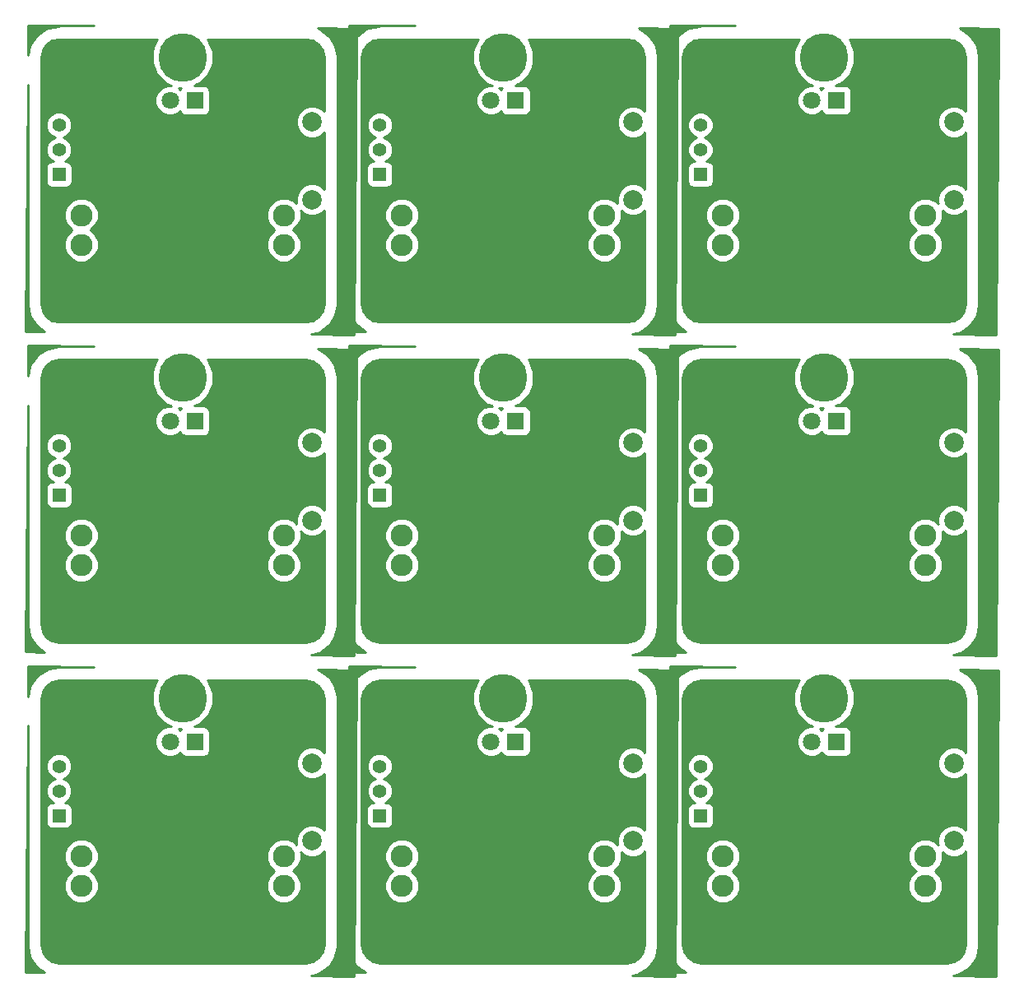
<source format=gtl>
%MOIN*%
%OFA0B0*%
%FSLAX46Y46*%
%IPPOS*%
%LPD*%
%ADD10C,0.0039370078740157488*%
%ADD11C,0.070866141732283464*%
%ADD12R,0.070866141732283464X0.070866141732283464*%
%ADD13C,0.0787*%
%ADD14C,0.19685039370078741*%
%ADD15C,0.090000000000000011*%
%ADD16R,0.055000000000000007X0.055000000000000007*%
%ADD17C,0.055000000000000007*%
%ADD18C,0.01*%
%ADD29C,0.0039370078740157488*%
%ADD30C,0.070866141732283464*%
%ADD31R,0.070866141732283464X0.070866141732283464*%
%ADD32C,0.0787*%
%ADD33C,0.19685039370078741*%
%ADD34C,0.090000000000000011*%
%ADD35R,0.055000000000000007X0.055000000000000007*%
%ADD36C,0.055000000000000007*%
%ADD37C,0.01*%
%ADD38C,0.0039370078740157488*%
%ADD39C,0.070866141732283464*%
%ADD40R,0.070866141732283464X0.070866141732283464*%
%ADD41C,0.0787*%
%ADD42C,0.19685039370078741*%
%ADD43C,0.090000000000000011*%
%ADD44R,0.055000000000000007X0.055000000000000007*%
%ADD45C,0.055000000000000007*%
%ADD46C,0.01*%
%ADD47C,0.0039370078740157488*%
%ADD48C,0.070866141732283464*%
%ADD49R,0.070866141732283464X0.070866141732283464*%
%ADD50C,0.0787*%
%ADD51C,0.19685039370078741*%
%ADD52C,0.090000000000000011*%
%ADD53R,0.055000000000000007X0.055000000000000007*%
%ADD54C,0.055000000000000007*%
%ADD55C,0.01*%
%ADD56C,0.0039370078740157488*%
%ADD57C,0.070866141732283464*%
%ADD58R,0.070866141732283464X0.070866141732283464*%
%ADD59C,0.0787*%
%ADD60C,0.19685039370078741*%
%ADD61C,0.090000000000000011*%
%ADD62R,0.055000000000000007X0.055000000000000007*%
%ADD63C,0.055000000000000007*%
%ADD64C,0.01*%
%ADD65C,0.0039370078740157488*%
%ADD66C,0.070866141732283464*%
%ADD67R,0.070866141732283464X0.070866141732283464*%
%ADD68C,0.0787*%
%ADD69C,0.19685039370078741*%
%ADD70C,0.090000000000000011*%
%ADD71R,0.055000000000000007X0.055000000000000007*%
%ADD72C,0.055000000000000007*%
%ADD73C,0.01*%
%ADD74C,0.0039370078740157488*%
%ADD75C,0.070866141732283464*%
%ADD76R,0.070866141732283464X0.070866141732283464*%
%ADD77C,0.0787*%
%ADD78C,0.19685039370078741*%
%ADD79C,0.090000000000000011*%
%ADD80R,0.055000000000000007X0.055000000000000007*%
%ADD81C,0.055000000000000007*%
%ADD82C,0.01*%
%ADD83C,0.0039370078740157488*%
%ADD84C,0.070866141732283464*%
%ADD85R,0.070866141732283464X0.070866141732283464*%
%ADD86C,0.0787*%
%ADD87C,0.19685039370078741*%
%ADD88C,0.090000000000000011*%
%ADD89R,0.055000000000000007X0.055000000000000007*%
%ADD90C,0.055000000000000007*%
%ADD91C,0.01*%
%ADD92C,0.0039370078740157488*%
%ADD93C,0.070866141732283464*%
%ADD94R,0.070866141732283464X0.070866141732283464*%
%ADD95C,0.0787*%
%ADD96C,0.19685039370078741*%
%ADD97C,0.090000000000000011*%
%ADD98R,0.055000000000000007X0.055000000000000007*%
%ADD99C,0.055000000000000007*%
%ADD100C,0.01*%
G01*
D10*
D11*
X-0006300000Y0004050000D02*
X0000549999Y0000925000D03*
D12*
X0000649999Y0000925000D03*
D13*
X0001124999Y0000837480D03*
X0001124999Y0000522519D03*
D14*
X0000599999Y0001100000D03*
D15*
X0001009999Y0000340000D03*
X0000189999Y0000340000D03*
X0001009999Y0000460000D03*
X0000189999Y0000460000D03*
D16*
X0000099999Y0000625000D03*
D17*
X0000099999Y0000725000D03*
X0000099999Y0000825000D03*
D18*
G36*
X0001304960Y0001215056D02*
X0001295040Y-0000024944D01*
X0001122540Y-0000023013D01*
X0001143529Y-0000018838D01*
X0001147556Y-0000017170D01*
X0001153251Y-0000014811D01*
X0001185693Y0000006865D01*
X0001189413Y0000010586D01*
X0001193133Y0000014306D01*
X0001214811Y0000046748D01*
X0001218838Y0000056470D01*
X0001226450Y0000094738D01*
X0001226450Y0000097394D01*
X0001226968Y0000100000D01*
X0001226968Y0001100000D01*
X0001226450Y0001102605D01*
X0001226450Y0001105261D01*
X0001218838Y0001143529D01*
X0001218535Y0001144260D01*
X0001214811Y0001153251D01*
X0001193133Y0001185693D01*
X0001189147Y0001189679D01*
X0001185693Y0001193134D01*
X0001153251Y0001214811D01*
X0001148430Y0001216808D01*
X0001304960Y0001215056D01*
X0001304960Y0001215056D01*
G37*
X0001304960Y0001215056D02*
X0001295040Y-0000024944D01*
X0001122540Y-0000023013D01*
X0001143529Y-0000018838D01*
X0001147556Y-0000017170D01*
X0001153251Y-0000014811D01*
X0001185693Y0000006865D01*
X0001189413Y0000010586D01*
X0001193133Y0000014306D01*
X0001214811Y0000046748D01*
X0001218838Y0000056470D01*
X0001226450Y0000094738D01*
X0001226450Y0000097394D01*
X0001226968Y0000100000D01*
X0001226968Y0001100000D01*
X0001226450Y0001102605D01*
X0001226450Y0001105261D01*
X0001218838Y0001143529D01*
X0001218535Y0001144260D01*
X0001214811Y0001153251D01*
X0001193133Y0001185693D01*
X0001189147Y0001189679D01*
X0001185693Y0001193134D01*
X0001153251Y0001214811D01*
X0001148430Y0001216808D01*
X0001304960Y0001215056D01*
G36*
X-0000026968Y0000100000D02*
X-0000026450Y0000097394D01*
X-0000026450Y0000094738D01*
X-0000018838Y0000056470D01*
X-0000017170Y0000052443D01*
X-0000014811Y0000046748D01*
X0000006865Y0000014306D01*
X0000010585Y0000010586D01*
X0000014306Y0000006865D01*
X0000040902Y-0000010905D01*
X-0000034960Y-0000010055D01*
X-0000026968Y0000988915D01*
X-0000026968Y0000100000D01*
X-0000026968Y0000100000D01*
G37*
X-0000026968Y0000100000D02*
X-0000026450Y0000097394D01*
X-0000026450Y0000094738D01*
X-0000018838Y0000056470D01*
X-0000017170Y0000052443D01*
X-0000014811Y0000046748D01*
X0000006865Y0000014306D01*
X0000010585Y0000010586D01*
X0000014306Y0000006865D01*
X0000040902Y-0000010905D01*
X-0000034960Y-0000010055D01*
X-0000026968Y0000988915D01*
X-0000026968Y0000100000D01*
G36*
X0000495426Y0001170006D02*
X0000495381Y0001169898D01*
X0000495331Y0001169865D01*
X0000485975Y0001147247D01*
X0000476596Y0001124658D01*
X0000476596Y0001124572D01*
X0000476563Y0001124492D01*
X0000476574Y0001100020D01*
X0000476553Y0001075557D01*
X0000476586Y0001075477D01*
X0000476586Y0001075390D01*
X0000491031Y0001040516D01*
X0000495304Y0001030176D01*
X0000495322Y0001030158D01*
X0000495331Y0001030134D01*
X0000495373Y0001030107D01*
X0000529993Y0000995426D01*
X0000530101Y0000995381D01*
X0000530134Y0000995332D01*
X0000552752Y0000985976D01*
X0000554068Y0000985429D01*
X0000538031Y0000985443D01*
X0000515811Y0000976262D01*
X0000498797Y0000959277D01*
X0000489577Y0000937073D01*
X0000489556Y0000913031D01*
X0000498737Y0000890812D01*
X0000515722Y0000873797D01*
X0000537926Y0000864577D01*
X0000561967Y0000864556D01*
X0000584187Y0000873737D01*
X0000590811Y0000880349D01*
X0000590820Y0000880302D01*
X0000596295Y0000871793D01*
X0000604649Y0000866085D01*
X0000614566Y0000864077D01*
X0000685432Y0000864077D01*
X0000694697Y0000865820D01*
X0000703206Y0000871295D01*
X0000708914Y0000879650D01*
X0000710922Y0000889567D01*
X0000710922Y0000960433D01*
X0000709179Y0000969697D01*
X0000703704Y0000978206D01*
X0000695349Y0000983914D01*
X0000685432Y0000985922D01*
X0000647149Y0000985922D01*
X0000659483Y0000991031D01*
X0000669823Y0000995304D01*
X0000669841Y0000995322D01*
X0000669865Y0000995332D01*
X0000669892Y0000995373D01*
X0000704573Y0001029994D01*
X0000704618Y0001030101D01*
X0000704667Y0001030134D01*
X0000714023Y0001052752D01*
X0000723403Y0001075341D01*
X0000723403Y0001075427D01*
X0000723436Y0001075507D01*
X0000723425Y0001099979D01*
X0000723446Y0001124443D01*
X0000723413Y0001124522D01*
X0000723413Y0001124609D01*
X0000708967Y0001159483D01*
X0000704695Y0001169823D01*
X0000704677Y0001169841D01*
X0000704667Y0001169865D01*
X0000704626Y0001169893D01*
X0000701493Y0001173031D01*
X0001097343Y0001173031D01*
X0001127745Y0001166984D01*
X0001151267Y0001151267D01*
X0001166983Y0001127745D01*
X0001173031Y0001097343D01*
X0001173031Y0000880449D01*
X0001161498Y0000892001D01*
X0001137855Y0000901819D01*
X0001112255Y0000901841D01*
X0001088596Y0000892065D01*
X0001070478Y0000873979D01*
X0001060660Y0000850336D01*
X0001060638Y0000824736D01*
X0001070414Y0000801076D01*
X0001088500Y0000782958D01*
X0001112143Y0000773141D01*
X0001137743Y0000773119D01*
X0001161403Y0000782895D01*
X0001173031Y0000794502D01*
X0001173031Y0000565488D01*
X0001161498Y0000577041D01*
X0001137855Y0000586858D01*
X0001112255Y0000586880D01*
X0001088596Y0000577104D01*
X0001070478Y0000559018D01*
X0001060660Y0000535375D01*
X0001060638Y0000509775D01*
X0001061640Y0000507350D01*
X0001049703Y0000519308D01*
X0001023984Y0000529987D01*
X0000996137Y0000530012D01*
X0000970399Y0000519377D01*
X0000950691Y0000499703D01*
X0000940011Y0000473985D01*
X0000939987Y0000446137D01*
X0000950622Y0000420400D01*
X0000970296Y0000400691D01*
X0000971933Y0000400011D01*
X0000970399Y0000399377D01*
X0000950691Y0000379703D01*
X0000940011Y0000353985D01*
X0000939987Y0000326137D01*
X0000950622Y0000300400D01*
X0000970296Y0000280691D01*
X0000996014Y0000270012D01*
X0001023862Y0000269987D01*
X0001049599Y0000280622D01*
X0001069308Y0000300296D01*
X0001079987Y0000326015D01*
X0001080011Y0000353862D01*
X0001069377Y0000379600D01*
X0001049703Y0000399308D01*
X0001048065Y0000399988D01*
X0001049599Y0000400622D01*
X0001069308Y0000420296D01*
X0001079987Y0000446015D01*
X0001080011Y0000473862D01*
X0001078151Y0000478365D01*
X0001088500Y0000467998D01*
X0001112143Y0000458180D01*
X0001137743Y0000458158D01*
X0001161403Y0000467934D01*
X0001173031Y0000479542D01*
X0001173031Y0000102656D01*
X0001166983Y0000072254D01*
X0001151267Y0000048732D01*
X0001127745Y0000033015D01*
X0001097343Y0000026968D01*
X0000102655Y0000026968D01*
X0000072254Y0000033015D01*
X0000048732Y0000048732D01*
X0000033015Y0000072254D01*
X0000026968Y0000102656D01*
X0000026968Y0000446137D01*
X0000119987Y0000446137D01*
X0000130622Y0000420400D01*
X0000150296Y0000400691D01*
X0000151933Y0000400011D01*
X0000150399Y0000399377D01*
X0000130691Y0000379703D01*
X0000120011Y0000353985D01*
X0000119987Y0000326137D01*
X0000130622Y0000300400D01*
X0000150296Y0000280691D01*
X0000176014Y0000270012D01*
X0000203862Y0000269987D01*
X0000229599Y0000280622D01*
X0000249308Y0000300296D01*
X0000259987Y0000326015D01*
X0000260011Y0000353862D01*
X0000249377Y0000379600D01*
X0000229703Y0000399308D01*
X0000228065Y0000399988D01*
X0000229599Y0000400622D01*
X0000249308Y0000420296D01*
X0000259987Y0000446015D01*
X0000260011Y0000473862D01*
X0000249377Y0000499600D01*
X0000229703Y0000519308D01*
X0000203984Y0000529987D01*
X0000176137Y0000530012D01*
X0000150399Y0000519377D01*
X0000130691Y0000499703D01*
X0000120011Y0000473985D01*
X0000119987Y0000446137D01*
X0000026968Y0000446137D01*
X0000026968Y0000652500D01*
X0000047010Y0000652500D01*
X0000047010Y0000597500D01*
X0000048753Y0000588235D01*
X0000054228Y0000579726D01*
X0000062582Y0000574018D01*
X0000072499Y0000572010D01*
X0000127499Y0000572010D01*
X0000136764Y0000573753D01*
X0000145273Y0000579228D01*
X0000150981Y0000587583D01*
X0000152989Y0000597500D01*
X0000152989Y0000652500D01*
X0000151246Y0000661764D01*
X0000145771Y0000670273D01*
X0000137416Y0000675981D01*
X0000127499Y0000677989D01*
X0000123705Y0000677989D01*
X0000129699Y0000680466D01*
X0000144481Y0000695222D01*
X0000152490Y0000714511D01*
X0000152508Y0000735397D01*
X0000144533Y0000754700D01*
X0000129777Y0000769481D01*
X0000116478Y0000775003D01*
X0000129699Y0000780466D01*
X0000144481Y0000795222D01*
X0000152490Y0000814511D01*
X0000152508Y0000835397D01*
X0000144533Y0000854700D01*
X0000129777Y0000869481D01*
X0000110488Y0000877490D01*
X0000089602Y0000877509D01*
X0000070299Y0000869533D01*
X0000055518Y0000854777D01*
X0000047508Y0000835488D01*
X0000047490Y0000814602D01*
X0000055466Y0000795300D01*
X0000070222Y0000780518D01*
X0000083521Y0000774996D01*
X0000070299Y0000769533D01*
X0000055518Y0000754777D01*
X0000047508Y0000735488D01*
X0000047490Y0000714602D01*
X0000055466Y0000695300D01*
X0000070222Y0000680518D01*
X0000076312Y0000677989D01*
X0000072499Y0000677989D01*
X0000063235Y0000676246D01*
X0000054726Y0000670771D01*
X0000049018Y0000662417D01*
X0000047010Y0000652500D01*
X0000026968Y0000652500D01*
X0000026968Y0001097343D01*
X0000033015Y0001127745D01*
X0000048732Y0001151267D01*
X0000072254Y0001166984D01*
X0000102655Y0001173031D01*
X0000498456Y0001173031D01*
X0000495426Y0001170006D01*
X0000495426Y0001170006D01*
G37*
X0000495426Y0001170006D02*
X0000495381Y0001169898D01*
X0000495331Y0001169865D01*
X0000485975Y0001147247D01*
X0000476596Y0001124658D01*
X0000476596Y0001124572D01*
X0000476563Y0001124492D01*
X0000476574Y0001100020D01*
X0000476553Y0001075557D01*
X0000476586Y0001075477D01*
X0000476586Y0001075390D01*
X0000491031Y0001040516D01*
X0000495304Y0001030176D01*
X0000495322Y0001030158D01*
X0000495331Y0001030134D01*
X0000495373Y0001030107D01*
X0000529993Y0000995426D01*
X0000530101Y0000995381D01*
X0000530134Y0000995332D01*
X0000552752Y0000985976D01*
X0000554068Y0000985429D01*
X0000538031Y0000985443D01*
X0000515811Y0000976262D01*
X0000498797Y0000959277D01*
X0000489577Y0000937073D01*
X0000489556Y0000913031D01*
X0000498737Y0000890812D01*
X0000515722Y0000873797D01*
X0000537926Y0000864577D01*
X0000561967Y0000864556D01*
X0000584187Y0000873737D01*
X0000590811Y0000880349D01*
X0000590820Y0000880302D01*
X0000596295Y0000871793D01*
X0000604649Y0000866085D01*
X0000614566Y0000864077D01*
X0000685432Y0000864077D01*
X0000694697Y0000865820D01*
X0000703206Y0000871295D01*
X0000708914Y0000879650D01*
X0000710922Y0000889567D01*
X0000710922Y0000960433D01*
X0000709179Y0000969697D01*
X0000703704Y0000978206D01*
X0000695349Y0000983914D01*
X0000685432Y0000985922D01*
X0000647149Y0000985922D01*
X0000659483Y0000991031D01*
X0000669823Y0000995304D01*
X0000669841Y0000995322D01*
X0000669865Y0000995332D01*
X0000669892Y0000995373D01*
X0000704573Y0001029994D01*
X0000704618Y0001030101D01*
X0000704667Y0001030134D01*
X0000714023Y0001052752D01*
X0000723403Y0001075341D01*
X0000723403Y0001075427D01*
X0000723436Y0001075507D01*
X0000723425Y0001099979D01*
X0000723446Y0001124443D01*
X0000723413Y0001124522D01*
X0000723413Y0001124609D01*
X0000708967Y0001159483D01*
X0000704695Y0001169823D01*
X0000704677Y0001169841D01*
X0000704667Y0001169865D01*
X0000704626Y0001169893D01*
X0000701493Y0001173031D01*
X0001097343Y0001173031D01*
X0001127745Y0001166984D01*
X0001151267Y0001151267D01*
X0001166983Y0001127745D01*
X0001173031Y0001097343D01*
X0001173031Y0000880449D01*
X0001161498Y0000892001D01*
X0001137855Y0000901819D01*
X0001112255Y0000901841D01*
X0001088596Y0000892065D01*
X0001070478Y0000873979D01*
X0001060660Y0000850336D01*
X0001060638Y0000824736D01*
X0001070414Y0000801076D01*
X0001088500Y0000782958D01*
X0001112143Y0000773141D01*
X0001137743Y0000773119D01*
X0001161403Y0000782895D01*
X0001173031Y0000794502D01*
X0001173031Y0000565488D01*
X0001161498Y0000577041D01*
X0001137855Y0000586858D01*
X0001112255Y0000586880D01*
X0001088596Y0000577104D01*
X0001070478Y0000559018D01*
X0001060660Y0000535375D01*
X0001060638Y0000509775D01*
X0001061640Y0000507350D01*
X0001049703Y0000519308D01*
X0001023984Y0000529987D01*
X0000996137Y0000530012D01*
X0000970399Y0000519377D01*
X0000950691Y0000499703D01*
X0000940011Y0000473985D01*
X0000939987Y0000446137D01*
X0000950622Y0000420400D01*
X0000970296Y0000400691D01*
X0000971933Y0000400011D01*
X0000970399Y0000399377D01*
X0000950691Y0000379703D01*
X0000940011Y0000353985D01*
X0000939987Y0000326137D01*
X0000950622Y0000300400D01*
X0000970296Y0000280691D01*
X0000996014Y0000270012D01*
X0001023862Y0000269987D01*
X0001049599Y0000280622D01*
X0001069308Y0000300296D01*
X0001079987Y0000326015D01*
X0001080011Y0000353862D01*
X0001069377Y0000379600D01*
X0001049703Y0000399308D01*
X0001048065Y0000399988D01*
X0001049599Y0000400622D01*
X0001069308Y0000420296D01*
X0001079987Y0000446015D01*
X0001080011Y0000473862D01*
X0001078151Y0000478365D01*
X0001088500Y0000467998D01*
X0001112143Y0000458180D01*
X0001137743Y0000458158D01*
X0001161403Y0000467934D01*
X0001173031Y0000479542D01*
X0001173031Y0000102656D01*
X0001166983Y0000072254D01*
X0001151267Y0000048732D01*
X0001127745Y0000033015D01*
X0001097343Y0000026968D01*
X0000102655Y0000026968D01*
X0000072254Y0000033015D01*
X0000048732Y0000048732D01*
X0000033015Y0000072254D01*
X0000026968Y0000102656D01*
X0000026968Y0000446137D01*
X0000119987Y0000446137D01*
X0000130622Y0000420400D01*
X0000150296Y0000400691D01*
X0000151933Y0000400011D01*
X0000150399Y0000399377D01*
X0000130691Y0000379703D01*
X0000120011Y0000353985D01*
X0000119987Y0000326137D01*
X0000130622Y0000300400D01*
X0000150296Y0000280691D01*
X0000176014Y0000270012D01*
X0000203862Y0000269987D01*
X0000229599Y0000280622D01*
X0000249308Y0000300296D01*
X0000259987Y0000326015D01*
X0000260011Y0000353862D01*
X0000249377Y0000379600D01*
X0000229703Y0000399308D01*
X0000228065Y0000399988D01*
X0000229599Y0000400622D01*
X0000249308Y0000420296D01*
X0000259987Y0000446015D01*
X0000260011Y0000473862D01*
X0000249377Y0000499600D01*
X0000229703Y0000519308D01*
X0000203984Y0000529987D01*
X0000176137Y0000530012D01*
X0000150399Y0000519377D01*
X0000130691Y0000499703D01*
X0000120011Y0000473985D01*
X0000119987Y0000446137D01*
X0000026968Y0000446137D01*
X0000026968Y0000652500D01*
X0000047010Y0000652500D01*
X0000047010Y0000597500D01*
X0000048753Y0000588235D01*
X0000054228Y0000579726D01*
X0000062582Y0000574018D01*
X0000072499Y0000572010D01*
X0000127499Y0000572010D01*
X0000136764Y0000573753D01*
X0000145273Y0000579228D01*
X0000150981Y0000587583D01*
X0000152989Y0000597500D01*
X0000152989Y0000652500D01*
X0000151246Y0000661764D01*
X0000145771Y0000670273D01*
X0000137416Y0000675981D01*
X0000127499Y0000677989D01*
X0000123705Y0000677989D01*
X0000129699Y0000680466D01*
X0000144481Y0000695222D01*
X0000152490Y0000714511D01*
X0000152508Y0000735397D01*
X0000144533Y0000754700D01*
X0000129777Y0000769481D01*
X0000116478Y0000775003D01*
X0000129699Y0000780466D01*
X0000144481Y0000795222D01*
X0000152490Y0000814511D01*
X0000152508Y0000835397D01*
X0000144533Y0000854700D01*
X0000129777Y0000869481D01*
X0000110488Y0000877490D01*
X0000089602Y0000877509D01*
X0000070299Y0000869533D01*
X0000055518Y0000854777D01*
X0000047508Y0000835488D01*
X0000047490Y0000814602D01*
X0000055466Y0000795300D01*
X0000070222Y0000780518D01*
X0000083521Y0000774996D01*
X0000070299Y0000769533D01*
X0000055518Y0000754777D01*
X0000047508Y0000735488D01*
X0000047490Y0000714602D01*
X0000055466Y0000695300D01*
X0000070222Y0000680518D01*
X0000076312Y0000677989D01*
X0000072499Y0000677989D01*
X0000063235Y0000676246D01*
X0000054726Y0000670771D01*
X0000049018Y0000662417D01*
X0000047010Y0000652500D01*
X0000026968Y0000652500D01*
X0000026968Y0001097343D01*
X0000033015Y0001127745D01*
X0000048732Y0001151267D01*
X0000072254Y0001166984D01*
X0000102655Y0001173031D01*
X0000498456Y0001173031D01*
X0000495426Y0001170006D01*
G36*
X0000591085Y0000970350D02*
X0000590922Y0000969545D01*
X0000584277Y0000976202D01*
X0000583400Y0000976567D01*
X0000595336Y0000976572D01*
X0000591085Y0000970350D01*
X0000591085Y0000970350D01*
G37*
X0000591085Y0000970350D02*
X0000590922Y0000969545D01*
X0000584277Y0000976202D01*
X0000583400Y0000976567D01*
X0000595336Y0000976572D01*
X0000591085Y0000970350D01*
G36*
X0000240785Y0001226968D02*
X0000099999Y0001226968D01*
X0000097394Y0001226450D01*
X0000056470Y0001218838D01*
X0000046748Y0001214811D01*
X0000014306Y0001193134D01*
X0000010851Y0001189679D01*
X0000006865Y0001185693D01*
X-0000014811Y0001153251D01*
X-0000017170Y0001147556D01*
X-0000018838Y0001143529D01*
X-0000026020Y0001107422D01*
X-0000025040Y0001229944D01*
X0000240785Y0001226968D01*
X0000240785Y0001226968D01*
G37*
X0000240785Y0001226968D02*
X0000099999Y0001226968D01*
X0000097394Y0001226450D01*
X0000056470Y0001218838D01*
X0000046748Y0001214811D01*
X0000014306Y0001193134D01*
X0000010851Y0001189679D01*
X0000006865Y0001185693D01*
X-0000014811Y0001153251D01*
X-0000017170Y0001147556D01*
X-0000018838Y0001143529D01*
X-0000026020Y0001107422D01*
X-0000025040Y0001229944D01*
X0000240785Y0001226968D01*
G04 next file*
G04 #@! TF.FileFunction,Copper,L1,Top,Signal*
G04 Gerber Fmt 4.6, Leading zero omitted, Abs format (unit mm)*
G04 Created by KiCad (PCBNEW 4.0.7) date 02/19/20 21:01:50*
G01*
G04 APERTURE LIST*
G04 APERTURE END LIST*
D29*
D30*
X-0006300000Y0005349212D02*
X0000549999Y0002224212D03*
D31*
X0000649999Y0002224212D03*
D32*
X0001124999Y0002136692D03*
X0001124999Y0001821732D03*
D33*
X0000599999Y0002399212D03*
D34*
X0001009999Y0001639212D03*
X0000189999Y0001639212D03*
X0001009999Y0001759212D03*
X0000189999Y0001759212D03*
D35*
X0000099999Y0001924212D03*
D36*
X0000099999Y0002024212D03*
X0000099999Y0002124212D03*
D37*
G36*
X0001304960Y0002514268D02*
X0001295040Y0001274268D01*
X0001122540Y0001276199D01*
X0001143529Y0001280374D01*
X0001147556Y0001282042D01*
X0001153251Y0001284400D01*
X0001185693Y0001306078D01*
X0001189413Y0001309798D01*
X0001193133Y0001313518D01*
X0001214811Y0001345961D01*
X0001218838Y0001355682D01*
X0001226450Y0001393951D01*
X0001226450Y0001396607D01*
X0001226968Y0001399212D01*
X0001226968Y0002399212D01*
X0001226450Y0002401817D01*
X0001226450Y0002404473D01*
X0001218838Y0002442742D01*
X0001218535Y0002443472D01*
X0001214811Y0002452463D01*
X0001193133Y0002484905D01*
X0001189147Y0002488892D01*
X0001185693Y0002492346D01*
X0001153251Y0002514023D01*
X0001148430Y0002516020D01*
X0001304960Y0002514268D01*
X0001304960Y0002514268D01*
G37*
X0001304960Y0002514268D02*
X0001295040Y0001274268D01*
X0001122540Y0001276199D01*
X0001143529Y0001280374D01*
X0001147556Y0001282042D01*
X0001153251Y0001284400D01*
X0001185693Y0001306078D01*
X0001189413Y0001309798D01*
X0001193133Y0001313518D01*
X0001214811Y0001345961D01*
X0001218838Y0001355682D01*
X0001226450Y0001393951D01*
X0001226450Y0001396607D01*
X0001226968Y0001399212D01*
X0001226968Y0002399212D01*
X0001226450Y0002401817D01*
X0001226450Y0002404473D01*
X0001218838Y0002442742D01*
X0001218535Y0002443472D01*
X0001214811Y0002452463D01*
X0001193133Y0002484905D01*
X0001189147Y0002488892D01*
X0001185693Y0002492346D01*
X0001153251Y0002514023D01*
X0001148430Y0002516020D01*
X0001304960Y0002514268D01*
G36*
X-0000026968Y0001399212D02*
X-0000026450Y0001396607D01*
X-0000026450Y0001393951D01*
X-0000018838Y0001355682D01*
X-0000017170Y0001351655D01*
X-0000014811Y0001345961D01*
X0000006865Y0001313518D01*
X0000010585Y0001309798D01*
X0000014306Y0001306078D01*
X0000040902Y0001288307D01*
X-0000034960Y0001289156D01*
X-0000026968Y0002288127D01*
X-0000026968Y0001399212D01*
X-0000026968Y0001399212D01*
G37*
X-0000026968Y0001399212D02*
X-0000026450Y0001396607D01*
X-0000026450Y0001393951D01*
X-0000018838Y0001355682D01*
X-0000017170Y0001351655D01*
X-0000014811Y0001345961D01*
X0000006865Y0001313518D01*
X0000010585Y0001309798D01*
X0000014306Y0001306078D01*
X0000040902Y0001288307D01*
X-0000034960Y0001289156D01*
X-0000026968Y0002288127D01*
X-0000026968Y0001399212D01*
G36*
X0000495426Y0002469218D02*
X0000495381Y0002469110D01*
X0000495331Y0002469077D01*
X0000485975Y0002446460D01*
X0000476596Y0002423870D01*
X0000476596Y0002423784D01*
X0000476563Y0002423704D01*
X0000476574Y0002399232D01*
X0000476553Y0002374769D01*
X0000476586Y0002374689D01*
X0000476586Y0002374603D01*
X0000491031Y0002339728D01*
X0000495304Y0002329388D01*
X0000495322Y0002329370D01*
X0000495331Y0002329347D01*
X0000495373Y0002329319D01*
X0000529993Y0002294638D01*
X0000530101Y0002294593D01*
X0000530134Y0002294544D01*
X0000552752Y0002285188D01*
X0000554068Y0002284641D01*
X0000538031Y0002284655D01*
X0000515811Y0002275474D01*
X0000498797Y0002258489D01*
X0000489577Y0002236286D01*
X0000489556Y0002212244D01*
X0000498737Y0002190024D01*
X0000515722Y0002173009D01*
X0000537926Y0002163789D01*
X0000561967Y0002163768D01*
X0000584187Y0002172949D01*
X0000590811Y0002179562D01*
X0000590820Y0002179514D01*
X0000596295Y0002171006D01*
X0000604649Y0002165297D01*
X0000614566Y0002163289D01*
X0000685432Y0002163289D01*
X0000694697Y0002165032D01*
X0000703206Y0002170508D01*
X0000708914Y0002178862D01*
X0000710922Y0002188779D01*
X0000710922Y0002259645D01*
X0000709179Y0002268909D01*
X0000703704Y0002277418D01*
X0000695349Y0002283127D01*
X0000685432Y0002285135D01*
X0000647149Y0002285135D01*
X0000659483Y0002290244D01*
X0000669823Y0002294516D01*
X0000669841Y0002294534D01*
X0000669865Y0002294544D01*
X0000669892Y0002294586D01*
X0000704573Y0002329206D01*
X0000704618Y0002329314D01*
X0000704667Y0002329347D01*
X0000714023Y0002351964D01*
X0000723403Y0002374553D01*
X0000723403Y0002374640D01*
X0000723436Y0002374719D01*
X0000723425Y0002399192D01*
X0000723446Y0002423655D01*
X0000723413Y0002423735D01*
X0000723413Y0002423821D01*
X0000708967Y0002458695D01*
X0000704695Y0002469035D01*
X0000704677Y0002469053D01*
X0000704667Y0002469077D01*
X0000704626Y0002469105D01*
X0000701493Y0002472243D01*
X0001097343Y0002472243D01*
X0001127745Y0002466196D01*
X0001151267Y0002450479D01*
X0001166983Y0002426958D01*
X0001173031Y0002396556D01*
X0001173031Y0002179661D01*
X0001161498Y0002191214D01*
X0001137855Y0002201031D01*
X0001112255Y0002201053D01*
X0001088596Y0002191277D01*
X0001070478Y0002173191D01*
X0001060660Y0002149548D01*
X0001060638Y0002123948D01*
X0001070414Y0002100288D01*
X0001088500Y0002082171D01*
X0001112143Y0002072353D01*
X0001137743Y0002072331D01*
X0001161403Y0002082107D01*
X0001173031Y0002093715D01*
X0001173031Y0001864700D01*
X0001161498Y0001876253D01*
X0001137855Y0001886070D01*
X0001112255Y0001886093D01*
X0001088596Y0001876317D01*
X0001070478Y0001858231D01*
X0001060660Y0001834588D01*
X0001060638Y0001808988D01*
X0001061640Y0001806562D01*
X0001049703Y0001818520D01*
X0001023984Y0001829200D01*
X0000996137Y0001829224D01*
X0000970399Y0001818590D01*
X0000950691Y0001798915D01*
X0000940011Y0001773197D01*
X0000939987Y0001745349D01*
X0000950622Y0001719612D01*
X0000970296Y0001699903D01*
X0000971933Y0001699223D01*
X0000970399Y0001698590D01*
X0000950691Y0001678915D01*
X0000940011Y0001653197D01*
X0000939987Y0001625349D01*
X0000950622Y0001599612D01*
X0000970296Y0001579903D01*
X0000996014Y0001569224D01*
X0001023862Y0001569200D01*
X0001049599Y0001579834D01*
X0001069308Y0001599508D01*
X0001079987Y0001625227D01*
X0001080011Y0001653075D01*
X0001069377Y0001678812D01*
X0001049703Y0001698520D01*
X0001048065Y0001699200D01*
X0001049599Y0001699834D01*
X0001069308Y0001719508D01*
X0001079987Y0001745227D01*
X0001080011Y0001773075D01*
X0001078151Y0001777578D01*
X0001088500Y0001767210D01*
X0001112143Y0001757393D01*
X0001137743Y0001757370D01*
X0001161403Y0001767146D01*
X0001173031Y0001778754D01*
X0001173031Y0001401868D01*
X0001166983Y0001371466D01*
X0001151267Y0001347944D01*
X0001127745Y0001332228D01*
X0001097343Y0001326180D01*
X0000102655Y0001326180D01*
X0000072254Y0001332228D01*
X0000048732Y0001347944D01*
X0000033015Y0001371466D01*
X0000026968Y0001401868D01*
X0000026968Y0001745349D01*
X0000119987Y0001745349D01*
X0000130622Y0001719612D01*
X0000150296Y0001699903D01*
X0000151933Y0001699223D01*
X0000150399Y0001698590D01*
X0000130691Y0001678915D01*
X0000120011Y0001653197D01*
X0000119987Y0001625349D01*
X0000130622Y0001599612D01*
X0000150296Y0001579903D01*
X0000176014Y0001569224D01*
X0000203862Y0001569200D01*
X0000229599Y0001579834D01*
X0000249308Y0001599508D01*
X0000259987Y0001625227D01*
X0000260011Y0001653075D01*
X0000249377Y0001678812D01*
X0000229703Y0001698520D01*
X0000228065Y0001699200D01*
X0000229599Y0001699834D01*
X0000249308Y0001719508D01*
X0000259987Y0001745227D01*
X0000260011Y0001773075D01*
X0000249377Y0001798812D01*
X0000229703Y0001818520D01*
X0000203984Y0001829200D01*
X0000176137Y0001829224D01*
X0000150399Y0001818590D01*
X0000130691Y0001798915D01*
X0000120011Y0001773197D01*
X0000119987Y0001745349D01*
X0000026968Y0001745349D01*
X0000026968Y0001951712D01*
X0000047010Y0001951712D01*
X0000047010Y0001896712D01*
X0000048753Y0001887447D01*
X0000054228Y0001878939D01*
X0000062582Y0001873230D01*
X0000072499Y0001871222D01*
X0000127499Y0001871222D01*
X0000136764Y0001872965D01*
X0000145273Y0001878441D01*
X0000150981Y0001886795D01*
X0000152989Y0001896712D01*
X0000152989Y0001951712D01*
X0000151246Y0001960976D01*
X0000145771Y0001969485D01*
X0000137416Y0001975193D01*
X0000127499Y0001977202D01*
X0000123705Y0001977202D01*
X0000129699Y0001979679D01*
X0000144481Y0001994434D01*
X0000152490Y0002013723D01*
X0000152508Y0002034609D01*
X0000144533Y0002053912D01*
X0000129777Y0002068693D01*
X0000116478Y0002074216D01*
X0000129699Y0002079679D01*
X0000144481Y0002094434D01*
X0000152490Y0002113723D01*
X0000152508Y0002134609D01*
X0000144533Y0002153912D01*
X0000129777Y0002168693D01*
X0000110488Y0002176703D01*
X0000089602Y0002176721D01*
X0000070299Y0002168745D01*
X0000055518Y0002153990D01*
X0000047508Y0002134701D01*
X0000047490Y0002113815D01*
X0000055466Y0002094512D01*
X0000070222Y0002079731D01*
X0000083521Y0002074208D01*
X0000070299Y0002068745D01*
X0000055518Y0002053990D01*
X0000047508Y0002034701D01*
X0000047490Y0002013815D01*
X0000055466Y0001994512D01*
X0000070222Y0001979731D01*
X0000076312Y0001977202D01*
X0000072499Y0001977202D01*
X0000063235Y0001975458D01*
X0000054726Y0001969983D01*
X0000049018Y0001961629D01*
X0000047010Y0001951712D01*
X0000026968Y0001951712D01*
X0000026968Y0002396556D01*
X0000033015Y0002426958D01*
X0000048732Y0002450479D01*
X0000072254Y0002466196D01*
X0000102655Y0002472243D01*
X0000498456Y0002472243D01*
X0000495426Y0002469218D01*
X0000495426Y0002469218D01*
G37*
X0000495426Y0002469218D02*
X0000495381Y0002469110D01*
X0000495331Y0002469077D01*
X0000485975Y0002446460D01*
X0000476596Y0002423870D01*
X0000476596Y0002423784D01*
X0000476563Y0002423704D01*
X0000476574Y0002399232D01*
X0000476553Y0002374769D01*
X0000476586Y0002374689D01*
X0000476586Y0002374603D01*
X0000491031Y0002339728D01*
X0000495304Y0002329388D01*
X0000495322Y0002329370D01*
X0000495331Y0002329347D01*
X0000495373Y0002329319D01*
X0000529993Y0002294638D01*
X0000530101Y0002294593D01*
X0000530134Y0002294544D01*
X0000552752Y0002285188D01*
X0000554068Y0002284641D01*
X0000538031Y0002284655D01*
X0000515811Y0002275474D01*
X0000498797Y0002258489D01*
X0000489577Y0002236286D01*
X0000489556Y0002212244D01*
X0000498737Y0002190024D01*
X0000515722Y0002173009D01*
X0000537926Y0002163789D01*
X0000561967Y0002163768D01*
X0000584187Y0002172949D01*
X0000590811Y0002179562D01*
X0000590820Y0002179514D01*
X0000596295Y0002171006D01*
X0000604649Y0002165297D01*
X0000614566Y0002163289D01*
X0000685432Y0002163289D01*
X0000694697Y0002165032D01*
X0000703206Y0002170508D01*
X0000708914Y0002178862D01*
X0000710922Y0002188779D01*
X0000710922Y0002259645D01*
X0000709179Y0002268909D01*
X0000703704Y0002277418D01*
X0000695349Y0002283127D01*
X0000685432Y0002285135D01*
X0000647149Y0002285135D01*
X0000659483Y0002290244D01*
X0000669823Y0002294516D01*
X0000669841Y0002294534D01*
X0000669865Y0002294544D01*
X0000669892Y0002294586D01*
X0000704573Y0002329206D01*
X0000704618Y0002329314D01*
X0000704667Y0002329347D01*
X0000714023Y0002351964D01*
X0000723403Y0002374553D01*
X0000723403Y0002374640D01*
X0000723436Y0002374719D01*
X0000723425Y0002399192D01*
X0000723446Y0002423655D01*
X0000723413Y0002423735D01*
X0000723413Y0002423821D01*
X0000708967Y0002458695D01*
X0000704695Y0002469035D01*
X0000704677Y0002469053D01*
X0000704667Y0002469077D01*
X0000704626Y0002469105D01*
X0000701493Y0002472243D01*
X0001097343Y0002472243D01*
X0001127745Y0002466196D01*
X0001151267Y0002450479D01*
X0001166983Y0002426958D01*
X0001173031Y0002396556D01*
X0001173031Y0002179661D01*
X0001161498Y0002191214D01*
X0001137855Y0002201031D01*
X0001112255Y0002201053D01*
X0001088596Y0002191277D01*
X0001070478Y0002173191D01*
X0001060660Y0002149548D01*
X0001060638Y0002123948D01*
X0001070414Y0002100288D01*
X0001088500Y0002082171D01*
X0001112143Y0002072353D01*
X0001137743Y0002072331D01*
X0001161403Y0002082107D01*
X0001173031Y0002093715D01*
X0001173031Y0001864700D01*
X0001161498Y0001876253D01*
X0001137855Y0001886070D01*
X0001112255Y0001886093D01*
X0001088596Y0001876317D01*
X0001070478Y0001858231D01*
X0001060660Y0001834588D01*
X0001060638Y0001808988D01*
X0001061640Y0001806562D01*
X0001049703Y0001818520D01*
X0001023984Y0001829200D01*
X0000996137Y0001829224D01*
X0000970399Y0001818590D01*
X0000950691Y0001798915D01*
X0000940011Y0001773197D01*
X0000939987Y0001745349D01*
X0000950622Y0001719612D01*
X0000970296Y0001699903D01*
X0000971933Y0001699223D01*
X0000970399Y0001698590D01*
X0000950691Y0001678915D01*
X0000940011Y0001653197D01*
X0000939987Y0001625349D01*
X0000950622Y0001599612D01*
X0000970296Y0001579903D01*
X0000996014Y0001569224D01*
X0001023862Y0001569200D01*
X0001049599Y0001579834D01*
X0001069308Y0001599508D01*
X0001079987Y0001625227D01*
X0001080011Y0001653075D01*
X0001069377Y0001678812D01*
X0001049703Y0001698520D01*
X0001048065Y0001699200D01*
X0001049599Y0001699834D01*
X0001069308Y0001719508D01*
X0001079987Y0001745227D01*
X0001080011Y0001773075D01*
X0001078151Y0001777578D01*
X0001088500Y0001767210D01*
X0001112143Y0001757393D01*
X0001137743Y0001757370D01*
X0001161403Y0001767146D01*
X0001173031Y0001778754D01*
X0001173031Y0001401868D01*
X0001166983Y0001371466D01*
X0001151267Y0001347944D01*
X0001127745Y0001332228D01*
X0001097343Y0001326180D01*
X0000102655Y0001326180D01*
X0000072254Y0001332228D01*
X0000048732Y0001347944D01*
X0000033015Y0001371466D01*
X0000026968Y0001401868D01*
X0000026968Y0001745349D01*
X0000119987Y0001745349D01*
X0000130622Y0001719612D01*
X0000150296Y0001699903D01*
X0000151933Y0001699223D01*
X0000150399Y0001698590D01*
X0000130691Y0001678915D01*
X0000120011Y0001653197D01*
X0000119987Y0001625349D01*
X0000130622Y0001599612D01*
X0000150296Y0001579903D01*
X0000176014Y0001569224D01*
X0000203862Y0001569200D01*
X0000229599Y0001579834D01*
X0000249308Y0001599508D01*
X0000259987Y0001625227D01*
X0000260011Y0001653075D01*
X0000249377Y0001678812D01*
X0000229703Y0001698520D01*
X0000228065Y0001699200D01*
X0000229599Y0001699834D01*
X0000249308Y0001719508D01*
X0000259987Y0001745227D01*
X0000260011Y0001773075D01*
X0000249377Y0001798812D01*
X0000229703Y0001818520D01*
X0000203984Y0001829200D01*
X0000176137Y0001829224D01*
X0000150399Y0001818590D01*
X0000130691Y0001798915D01*
X0000120011Y0001773197D01*
X0000119987Y0001745349D01*
X0000026968Y0001745349D01*
X0000026968Y0001951712D01*
X0000047010Y0001951712D01*
X0000047010Y0001896712D01*
X0000048753Y0001887447D01*
X0000054228Y0001878939D01*
X0000062582Y0001873230D01*
X0000072499Y0001871222D01*
X0000127499Y0001871222D01*
X0000136764Y0001872965D01*
X0000145273Y0001878441D01*
X0000150981Y0001886795D01*
X0000152989Y0001896712D01*
X0000152989Y0001951712D01*
X0000151246Y0001960976D01*
X0000145771Y0001969485D01*
X0000137416Y0001975193D01*
X0000127499Y0001977202D01*
X0000123705Y0001977202D01*
X0000129699Y0001979679D01*
X0000144481Y0001994434D01*
X0000152490Y0002013723D01*
X0000152508Y0002034609D01*
X0000144533Y0002053912D01*
X0000129777Y0002068693D01*
X0000116478Y0002074216D01*
X0000129699Y0002079679D01*
X0000144481Y0002094434D01*
X0000152490Y0002113723D01*
X0000152508Y0002134609D01*
X0000144533Y0002153912D01*
X0000129777Y0002168693D01*
X0000110488Y0002176703D01*
X0000089602Y0002176721D01*
X0000070299Y0002168745D01*
X0000055518Y0002153990D01*
X0000047508Y0002134701D01*
X0000047490Y0002113815D01*
X0000055466Y0002094512D01*
X0000070222Y0002079731D01*
X0000083521Y0002074208D01*
X0000070299Y0002068745D01*
X0000055518Y0002053990D01*
X0000047508Y0002034701D01*
X0000047490Y0002013815D01*
X0000055466Y0001994512D01*
X0000070222Y0001979731D01*
X0000076312Y0001977202D01*
X0000072499Y0001977202D01*
X0000063235Y0001975458D01*
X0000054726Y0001969983D01*
X0000049018Y0001961629D01*
X0000047010Y0001951712D01*
X0000026968Y0001951712D01*
X0000026968Y0002396556D01*
X0000033015Y0002426958D01*
X0000048732Y0002450479D01*
X0000072254Y0002466196D01*
X0000102655Y0002472243D01*
X0000498456Y0002472243D01*
X0000495426Y0002469218D01*
G36*
X0000591085Y0002269562D02*
X0000590922Y0002268758D01*
X0000584277Y0002275415D01*
X0000583400Y0002275779D01*
X0000595336Y0002275785D01*
X0000591085Y0002269562D01*
X0000591085Y0002269562D01*
G37*
X0000591085Y0002269562D02*
X0000590922Y0002268758D01*
X0000584277Y0002275415D01*
X0000583400Y0002275779D01*
X0000595336Y0002275785D01*
X0000591085Y0002269562D01*
G36*
X0000240785Y0002526180D02*
X0000099999Y0002526180D01*
X0000097394Y0002525662D01*
X0000056470Y0002518050D01*
X0000046748Y0002514023D01*
X0000014306Y0002492346D01*
X0000010851Y0002488892D01*
X0000006865Y0002484905D01*
X-0000014811Y0002452463D01*
X-0000017170Y0002446768D01*
X-0000018838Y0002442742D01*
X-0000026020Y0002406634D01*
X-0000025040Y0002529156D01*
X0000240785Y0002526180D01*
X0000240785Y0002526180D01*
G37*
X0000240785Y0002526180D02*
X0000099999Y0002526180D01*
X0000097394Y0002525662D01*
X0000056470Y0002518050D01*
X0000046748Y0002514023D01*
X0000014306Y0002492346D01*
X0000010851Y0002488892D01*
X0000006865Y0002484905D01*
X-0000014811Y0002452463D01*
X-0000017170Y0002446768D01*
X-0000018838Y0002442742D01*
X-0000026020Y0002406634D01*
X-0000025040Y0002529156D01*
X0000240785Y0002526180D01*
G04 next file*
G04 #@! TF.FileFunction,Copper,L1,Top,Signal*
G04 Gerber Fmt 4.6, Leading zero omitted, Abs format (unit mm)*
G04 Created by KiCad (PCBNEW 4.0.7) date 02/19/20 21:01:50*
G01*
G04 APERTURE LIST*
G04 APERTURE END LIST*
D38*
D39*
X-0006300000Y0006648425D02*
X0000549999Y0003523425D03*
D40*
X0000649999Y0003523425D03*
D41*
X0001124999Y0003435905D03*
X0001124999Y0003120944D03*
D42*
X0000599999Y0003698425D03*
D43*
X0001009999Y0002938425D03*
X0000189999Y0002938425D03*
X0001009999Y0003058425D03*
X0000189999Y0003058425D03*
D44*
X0000099999Y0003223425D03*
D45*
X0000099999Y0003323425D03*
X0000099999Y0003423425D03*
D46*
G36*
X0001304960Y0003813481D02*
X0001295040Y0002573480D01*
X0001122540Y0002575411D01*
X0001143529Y0002579586D01*
X0001147556Y0002581254D01*
X0001153251Y0002583613D01*
X0001185693Y0002605290D01*
X0001189413Y0002609011D01*
X0001193133Y0002612731D01*
X0001214811Y0002645173D01*
X0001218838Y0002654895D01*
X0001226450Y0002693163D01*
X0001226450Y0002695819D01*
X0001226968Y0002698425D01*
X0001226968Y0003698425D01*
X0001226450Y0003701030D01*
X0001226450Y0003703686D01*
X0001218838Y0003741954D01*
X0001218535Y0003742685D01*
X0001214811Y0003751676D01*
X0001193133Y0003784118D01*
X0001189147Y0003788104D01*
X0001185693Y0003791559D01*
X0001153251Y0003813236D01*
X0001148430Y0003815233D01*
X0001304960Y0003813481D01*
X0001304960Y0003813481D01*
G37*
X0001304960Y0003813481D02*
X0001295040Y0002573480D01*
X0001122540Y0002575411D01*
X0001143529Y0002579586D01*
X0001147556Y0002581254D01*
X0001153251Y0002583613D01*
X0001185693Y0002605290D01*
X0001189413Y0002609011D01*
X0001193133Y0002612731D01*
X0001214811Y0002645173D01*
X0001218838Y0002654895D01*
X0001226450Y0002693163D01*
X0001226450Y0002695819D01*
X0001226968Y0002698425D01*
X0001226968Y0003698425D01*
X0001226450Y0003701030D01*
X0001226450Y0003703686D01*
X0001218838Y0003741954D01*
X0001218535Y0003742685D01*
X0001214811Y0003751676D01*
X0001193133Y0003784118D01*
X0001189147Y0003788104D01*
X0001185693Y0003791559D01*
X0001153251Y0003813236D01*
X0001148430Y0003815233D01*
X0001304960Y0003813481D01*
G36*
X-0000026968Y0002698425D02*
X-0000026450Y0002695819D01*
X-0000026450Y0002693163D01*
X-0000018838Y0002654895D01*
X-0000017170Y0002650868D01*
X-0000014811Y0002645173D01*
X0000006865Y0002612731D01*
X0000010585Y0002609011D01*
X0000014306Y0002605290D01*
X0000040902Y0002587519D01*
X-0000034960Y0002588368D01*
X-0000026968Y0003587340D01*
X-0000026968Y0002698425D01*
X-0000026968Y0002698425D01*
G37*
X-0000026968Y0002698425D02*
X-0000026450Y0002695819D01*
X-0000026450Y0002693163D01*
X-0000018838Y0002654895D01*
X-0000017170Y0002650868D01*
X-0000014811Y0002645173D01*
X0000006865Y0002612731D01*
X0000010585Y0002609011D01*
X0000014306Y0002605290D01*
X0000040902Y0002587519D01*
X-0000034960Y0002588368D01*
X-0000026968Y0003587340D01*
X-0000026968Y0002698425D01*
G36*
X0000495426Y0003768431D02*
X0000495381Y0003768323D01*
X0000495331Y0003768290D01*
X0000485975Y0003745672D01*
X0000476596Y0003723083D01*
X0000476596Y0003722997D01*
X0000476563Y0003722917D01*
X0000476574Y0003698445D01*
X0000476553Y0003673981D01*
X0000476586Y0003673902D01*
X0000476586Y0003673815D01*
X0000491031Y0003638941D01*
X0000495304Y0003628601D01*
X0000495322Y0003628583D01*
X0000495331Y0003628559D01*
X0000495373Y0003628532D01*
X0000529993Y0003593851D01*
X0000530101Y0003593806D01*
X0000530134Y0003593757D01*
X0000552752Y0003584401D01*
X0000554068Y0003583854D01*
X0000538031Y0003583868D01*
X0000515811Y0003574687D01*
X0000498797Y0003557702D01*
X0000489577Y0003535498D01*
X0000489556Y0003511456D01*
X0000498737Y0003489237D01*
X0000515722Y0003472222D01*
X0000537926Y0003463002D01*
X0000561967Y0003462981D01*
X0000584187Y0003472162D01*
X0000590811Y0003478774D01*
X0000590820Y0003478727D01*
X0000596295Y0003470218D01*
X0000604649Y0003464510D01*
X0000614566Y0003462502D01*
X0000685432Y0003462502D01*
X0000694697Y0003464245D01*
X0000703206Y0003469720D01*
X0000708914Y0003478075D01*
X0000710922Y0003487991D01*
X0000710922Y0003558858D01*
X0000709179Y0003568122D01*
X0000703704Y0003576631D01*
X0000695349Y0003582339D01*
X0000685432Y0003584347D01*
X0000647149Y0003584347D01*
X0000659483Y0003589456D01*
X0000669823Y0003593729D01*
X0000669841Y0003593747D01*
X0000669865Y0003593757D01*
X0000669892Y0003593798D01*
X0000704573Y0003628418D01*
X0000704618Y0003628526D01*
X0000704667Y0003628559D01*
X0000714023Y0003651177D01*
X0000723403Y0003673766D01*
X0000723403Y0003673852D01*
X0000723436Y0003673932D01*
X0000723425Y0003698404D01*
X0000723446Y0003722868D01*
X0000723413Y0003722947D01*
X0000723413Y0003723034D01*
X0000708967Y0003757908D01*
X0000704695Y0003768248D01*
X0000704677Y0003768266D01*
X0000704667Y0003768290D01*
X0000704626Y0003768317D01*
X0000701493Y0003771456D01*
X0001097343Y0003771456D01*
X0001127745Y0003765409D01*
X0001151267Y0003749692D01*
X0001166983Y0003726170D01*
X0001173031Y0003695768D01*
X0001173031Y0003478874D01*
X0001161498Y0003490426D01*
X0001137855Y0003500244D01*
X0001112255Y0003500266D01*
X0001088596Y0003490490D01*
X0001070478Y0003472404D01*
X0001060660Y0003448761D01*
X0001060638Y0003423161D01*
X0001070414Y0003399501D01*
X0001088500Y0003381383D01*
X0001112143Y0003371566D01*
X0001137743Y0003371544D01*
X0001161403Y0003381320D01*
X0001173031Y0003392927D01*
X0001173031Y0003163913D01*
X0001161498Y0003175466D01*
X0001137855Y0003185283D01*
X0001112255Y0003185305D01*
X0001088596Y0003175529D01*
X0001070478Y0003157443D01*
X0001060660Y0003133800D01*
X0001060638Y0003108200D01*
X0001061640Y0003105775D01*
X0001049703Y0003117733D01*
X0001023984Y0003128412D01*
X0000996137Y0003128437D01*
X0000970399Y0003117802D01*
X0000950691Y0003098128D01*
X0000940011Y0003072409D01*
X0000939987Y0003044562D01*
X0000950622Y0003018825D01*
X0000970296Y0002999116D01*
X0000971933Y0002998436D01*
X0000970399Y0002997802D01*
X0000950691Y0002978128D01*
X0000940011Y0002952409D01*
X0000939987Y0002924562D01*
X0000950622Y0002898825D01*
X0000970296Y0002879116D01*
X0000996014Y0002868437D01*
X0001023862Y0002868412D01*
X0001049599Y0002879047D01*
X0001069308Y0002898721D01*
X0001079987Y0002924440D01*
X0001080011Y0002952287D01*
X0001069377Y0002978025D01*
X0001049703Y0002997733D01*
X0001048065Y0002998413D01*
X0001049599Y0002999047D01*
X0001069308Y0003018721D01*
X0001079987Y0003044440D01*
X0001080011Y0003072287D01*
X0001078151Y0003076790D01*
X0001088500Y0003066423D01*
X0001112143Y0003056605D01*
X0001137743Y0003056583D01*
X0001161403Y0003066359D01*
X0001173031Y0003077967D01*
X0001173031Y0002701081D01*
X0001166983Y0002670679D01*
X0001151267Y0002647157D01*
X0001127745Y0002631440D01*
X0001097343Y0002625393D01*
X0000102655Y0002625393D01*
X0000072254Y0002631440D01*
X0000048732Y0002647157D01*
X0000033015Y0002670679D01*
X0000026968Y0002701081D01*
X0000026968Y0003044562D01*
X0000119987Y0003044562D01*
X0000130622Y0003018825D01*
X0000150296Y0002999116D01*
X0000151933Y0002998436D01*
X0000150399Y0002997802D01*
X0000130691Y0002978128D01*
X0000120011Y0002952409D01*
X0000119987Y0002924562D01*
X0000130622Y0002898825D01*
X0000150296Y0002879116D01*
X0000176014Y0002868437D01*
X0000203862Y0002868412D01*
X0000229599Y0002879047D01*
X0000249308Y0002898721D01*
X0000259987Y0002924440D01*
X0000260011Y0002952287D01*
X0000249377Y0002978025D01*
X0000229703Y0002997733D01*
X0000228065Y0002998413D01*
X0000229599Y0002999047D01*
X0000249308Y0003018721D01*
X0000259987Y0003044440D01*
X0000260011Y0003072287D01*
X0000249377Y0003098025D01*
X0000229703Y0003117733D01*
X0000203984Y0003128412D01*
X0000176137Y0003128437D01*
X0000150399Y0003117802D01*
X0000130691Y0003098128D01*
X0000120011Y0003072409D01*
X0000119987Y0003044562D01*
X0000026968Y0003044562D01*
X0000026968Y0003250925D01*
X0000047010Y0003250925D01*
X0000047010Y0003195925D01*
X0000048753Y0003186660D01*
X0000054228Y0003178151D01*
X0000062582Y0003172443D01*
X0000072499Y0003170435D01*
X0000127499Y0003170435D01*
X0000136764Y0003172178D01*
X0000145273Y0003177653D01*
X0000150981Y0003186008D01*
X0000152989Y0003195925D01*
X0000152989Y0003250925D01*
X0000151246Y0003260189D01*
X0000145771Y0003268698D01*
X0000137416Y0003274406D01*
X0000127499Y0003276414D01*
X0000123705Y0003276414D01*
X0000129699Y0003278891D01*
X0000144481Y0003293647D01*
X0000152490Y0003312936D01*
X0000152508Y0003333822D01*
X0000144533Y0003353125D01*
X0000129777Y0003367906D01*
X0000116478Y0003373428D01*
X0000129699Y0003378891D01*
X0000144481Y0003393647D01*
X0000152490Y0003412936D01*
X0000152508Y0003433822D01*
X0000144533Y0003453125D01*
X0000129777Y0003467906D01*
X0000110488Y0003475915D01*
X0000089602Y0003475934D01*
X0000070299Y0003467958D01*
X0000055518Y0003453202D01*
X0000047508Y0003433913D01*
X0000047490Y0003413027D01*
X0000055466Y0003393725D01*
X0000070222Y0003378943D01*
X0000083521Y0003373421D01*
X0000070299Y0003367958D01*
X0000055518Y0003353202D01*
X0000047508Y0003333913D01*
X0000047490Y0003313027D01*
X0000055466Y0003293725D01*
X0000070222Y0003278943D01*
X0000076312Y0003276414D01*
X0000072499Y0003276414D01*
X0000063235Y0003274671D01*
X0000054726Y0003269196D01*
X0000049018Y0003260841D01*
X0000047010Y0003250925D01*
X0000026968Y0003250925D01*
X0000026968Y0003695768D01*
X0000033015Y0003726170D01*
X0000048732Y0003749692D01*
X0000072254Y0003765409D01*
X0000102655Y0003771456D01*
X0000498456Y0003771456D01*
X0000495426Y0003768431D01*
X0000495426Y0003768431D01*
G37*
X0000495426Y0003768431D02*
X0000495381Y0003768323D01*
X0000495331Y0003768290D01*
X0000485975Y0003745672D01*
X0000476596Y0003723083D01*
X0000476596Y0003722997D01*
X0000476563Y0003722917D01*
X0000476574Y0003698445D01*
X0000476553Y0003673981D01*
X0000476586Y0003673902D01*
X0000476586Y0003673815D01*
X0000491031Y0003638941D01*
X0000495304Y0003628601D01*
X0000495322Y0003628583D01*
X0000495331Y0003628559D01*
X0000495373Y0003628532D01*
X0000529993Y0003593851D01*
X0000530101Y0003593806D01*
X0000530134Y0003593757D01*
X0000552752Y0003584401D01*
X0000554068Y0003583854D01*
X0000538031Y0003583868D01*
X0000515811Y0003574687D01*
X0000498797Y0003557702D01*
X0000489577Y0003535498D01*
X0000489556Y0003511456D01*
X0000498737Y0003489237D01*
X0000515722Y0003472222D01*
X0000537926Y0003463002D01*
X0000561967Y0003462981D01*
X0000584187Y0003472162D01*
X0000590811Y0003478774D01*
X0000590820Y0003478727D01*
X0000596295Y0003470218D01*
X0000604649Y0003464510D01*
X0000614566Y0003462502D01*
X0000685432Y0003462502D01*
X0000694697Y0003464245D01*
X0000703206Y0003469720D01*
X0000708914Y0003478075D01*
X0000710922Y0003487991D01*
X0000710922Y0003558858D01*
X0000709179Y0003568122D01*
X0000703704Y0003576631D01*
X0000695349Y0003582339D01*
X0000685432Y0003584347D01*
X0000647149Y0003584347D01*
X0000659483Y0003589456D01*
X0000669823Y0003593729D01*
X0000669841Y0003593747D01*
X0000669865Y0003593757D01*
X0000669892Y0003593798D01*
X0000704573Y0003628418D01*
X0000704618Y0003628526D01*
X0000704667Y0003628559D01*
X0000714023Y0003651177D01*
X0000723403Y0003673766D01*
X0000723403Y0003673852D01*
X0000723436Y0003673932D01*
X0000723425Y0003698404D01*
X0000723446Y0003722868D01*
X0000723413Y0003722947D01*
X0000723413Y0003723034D01*
X0000708967Y0003757908D01*
X0000704695Y0003768248D01*
X0000704677Y0003768266D01*
X0000704667Y0003768290D01*
X0000704626Y0003768317D01*
X0000701493Y0003771456D01*
X0001097343Y0003771456D01*
X0001127745Y0003765409D01*
X0001151267Y0003749692D01*
X0001166983Y0003726170D01*
X0001173031Y0003695768D01*
X0001173031Y0003478874D01*
X0001161498Y0003490426D01*
X0001137855Y0003500244D01*
X0001112255Y0003500266D01*
X0001088596Y0003490490D01*
X0001070478Y0003472404D01*
X0001060660Y0003448761D01*
X0001060638Y0003423161D01*
X0001070414Y0003399501D01*
X0001088500Y0003381383D01*
X0001112143Y0003371566D01*
X0001137743Y0003371544D01*
X0001161403Y0003381320D01*
X0001173031Y0003392927D01*
X0001173031Y0003163913D01*
X0001161498Y0003175466D01*
X0001137855Y0003185283D01*
X0001112255Y0003185305D01*
X0001088596Y0003175529D01*
X0001070478Y0003157443D01*
X0001060660Y0003133800D01*
X0001060638Y0003108200D01*
X0001061640Y0003105775D01*
X0001049703Y0003117733D01*
X0001023984Y0003128412D01*
X0000996137Y0003128437D01*
X0000970399Y0003117802D01*
X0000950691Y0003098128D01*
X0000940011Y0003072409D01*
X0000939987Y0003044562D01*
X0000950622Y0003018825D01*
X0000970296Y0002999116D01*
X0000971933Y0002998436D01*
X0000970399Y0002997802D01*
X0000950691Y0002978128D01*
X0000940011Y0002952409D01*
X0000939987Y0002924562D01*
X0000950622Y0002898825D01*
X0000970296Y0002879116D01*
X0000996014Y0002868437D01*
X0001023862Y0002868412D01*
X0001049599Y0002879047D01*
X0001069308Y0002898721D01*
X0001079987Y0002924440D01*
X0001080011Y0002952287D01*
X0001069377Y0002978025D01*
X0001049703Y0002997733D01*
X0001048065Y0002998413D01*
X0001049599Y0002999047D01*
X0001069308Y0003018721D01*
X0001079987Y0003044440D01*
X0001080011Y0003072287D01*
X0001078151Y0003076790D01*
X0001088500Y0003066423D01*
X0001112143Y0003056605D01*
X0001137743Y0003056583D01*
X0001161403Y0003066359D01*
X0001173031Y0003077967D01*
X0001173031Y0002701081D01*
X0001166983Y0002670679D01*
X0001151267Y0002647157D01*
X0001127745Y0002631440D01*
X0001097343Y0002625393D01*
X0000102655Y0002625393D01*
X0000072254Y0002631440D01*
X0000048732Y0002647157D01*
X0000033015Y0002670679D01*
X0000026968Y0002701081D01*
X0000026968Y0003044562D01*
X0000119987Y0003044562D01*
X0000130622Y0003018825D01*
X0000150296Y0002999116D01*
X0000151933Y0002998436D01*
X0000150399Y0002997802D01*
X0000130691Y0002978128D01*
X0000120011Y0002952409D01*
X0000119987Y0002924562D01*
X0000130622Y0002898825D01*
X0000150296Y0002879116D01*
X0000176014Y0002868437D01*
X0000203862Y0002868412D01*
X0000229599Y0002879047D01*
X0000249308Y0002898721D01*
X0000259987Y0002924440D01*
X0000260011Y0002952287D01*
X0000249377Y0002978025D01*
X0000229703Y0002997733D01*
X0000228065Y0002998413D01*
X0000229599Y0002999047D01*
X0000249308Y0003018721D01*
X0000259987Y0003044440D01*
X0000260011Y0003072287D01*
X0000249377Y0003098025D01*
X0000229703Y0003117733D01*
X0000203984Y0003128412D01*
X0000176137Y0003128437D01*
X0000150399Y0003117802D01*
X0000130691Y0003098128D01*
X0000120011Y0003072409D01*
X0000119987Y0003044562D01*
X0000026968Y0003044562D01*
X0000026968Y0003250925D01*
X0000047010Y0003250925D01*
X0000047010Y0003195925D01*
X0000048753Y0003186660D01*
X0000054228Y0003178151D01*
X0000062582Y0003172443D01*
X0000072499Y0003170435D01*
X0000127499Y0003170435D01*
X0000136764Y0003172178D01*
X0000145273Y0003177653D01*
X0000150981Y0003186008D01*
X0000152989Y0003195925D01*
X0000152989Y0003250925D01*
X0000151246Y0003260189D01*
X0000145771Y0003268698D01*
X0000137416Y0003274406D01*
X0000127499Y0003276414D01*
X0000123705Y0003276414D01*
X0000129699Y0003278891D01*
X0000144481Y0003293647D01*
X0000152490Y0003312936D01*
X0000152508Y0003333822D01*
X0000144533Y0003353125D01*
X0000129777Y0003367906D01*
X0000116478Y0003373428D01*
X0000129699Y0003378891D01*
X0000144481Y0003393647D01*
X0000152490Y0003412936D01*
X0000152508Y0003433822D01*
X0000144533Y0003453125D01*
X0000129777Y0003467906D01*
X0000110488Y0003475915D01*
X0000089602Y0003475934D01*
X0000070299Y0003467958D01*
X0000055518Y0003453202D01*
X0000047508Y0003433913D01*
X0000047490Y0003413027D01*
X0000055466Y0003393725D01*
X0000070222Y0003378943D01*
X0000083521Y0003373421D01*
X0000070299Y0003367958D01*
X0000055518Y0003353202D01*
X0000047508Y0003333913D01*
X0000047490Y0003313027D01*
X0000055466Y0003293725D01*
X0000070222Y0003278943D01*
X0000076312Y0003276414D01*
X0000072499Y0003276414D01*
X0000063235Y0003274671D01*
X0000054726Y0003269196D01*
X0000049018Y0003260841D01*
X0000047010Y0003250925D01*
X0000026968Y0003250925D01*
X0000026968Y0003695768D01*
X0000033015Y0003726170D01*
X0000048732Y0003749692D01*
X0000072254Y0003765409D01*
X0000102655Y0003771456D01*
X0000498456Y0003771456D01*
X0000495426Y0003768431D01*
G36*
X0000591085Y0003568775D02*
X0000590922Y0003567970D01*
X0000584277Y0003574627D01*
X0000583400Y0003574991D01*
X0000595336Y0003574997D01*
X0000591085Y0003568775D01*
X0000591085Y0003568775D01*
G37*
X0000591085Y0003568775D02*
X0000590922Y0003567970D01*
X0000584277Y0003574627D01*
X0000583400Y0003574991D01*
X0000595336Y0003574997D01*
X0000591085Y0003568775D01*
G36*
X0000240785Y0003825393D02*
X0000099999Y0003825393D01*
X0000097394Y0003824875D01*
X0000056470Y0003817263D01*
X0000046748Y0003813236D01*
X0000014306Y0003791559D01*
X0000010851Y0003788104D01*
X0000006865Y0003784118D01*
X-0000014811Y0003751676D01*
X-0000017170Y0003745981D01*
X-0000018838Y0003741954D01*
X-0000026020Y0003705847D01*
X-0000025040Y0003828369D01*
X0000240785Y0003825393D01*
X0000240785Y0003825393D01*
G37*
X0000240785Y0003825393D02*
X0000099999Y0003825393D01*
X0000097394Y0003824875D01*
X0000056470Y0003817263D01*
X0000046748Y0003813236D01*
X0000014306Y0003791559D01*
X0000010851Y0003788104D01*
X0000006865Y0003784118D01*
X-0000014811Y0003751676D01*
X-0000017170Y0003745981D01*
X-0000018838Y0003741954D01*
X-0000026020Y0003705847D01*
X-0000025040Y0003828369D01*
X0000240785Y0003825393D01*
G04 next file*
G04 #@! TF.FileFunction,Copper,L1,Top,Signal*
G04 Gerber Fmt 4.6, Leading zero omitted, Abs format (unit mm)*
G04 Created by KiCad (PCBNEW 4.0.7) date 02/19/20 21:01:50*
G01*
G04 APERTURE LIST*
G04 APERTURE END LIST*
D47*
D48*
X-0005000787Y0004050000D02*
X0001849212Y0000925000D03*
D49*
X0001949212Y0000925000D03*
D50*
X0002424212Y0000837480D03*
X0002424212Y0000522519D03*
D51*
X0001899212Y0001100000D03*
D52*
X0002309212Y0000340000D03*
X0001489212Y0000340000D03*
X0002309212Y0000460000D03*
X0001489212Y0000460000D03*
D53*
X0001399212Y0000625000D03*
D54*
X0001399212Y0000725000D03*
X0001399212Y0000825000D03*
D55*
G36*
X0002604172Y0001215056D02*
X0002594252Y-0000024944D01*
X0002421753Y-0000023013D01*
X0002442742Y-0000018838D01*
X0002446769Y-0000017170D01*
X0002452463Y-0000014811D01*
X0002484906Y0000006865D01*
X0002488626Y0000010586D01*
X0002492346Y0000014306D01*
X0002514024Y0000046748D01*
X0002518050Y0000056470D01*
X0002525663Y0000094738D01*
X0002525663Y0000097394D01*
X0002526181Y0000100000D01*
X0002526181Y0001100000D01*
X0002525663Y0001102605D01*
X0002525663Y0001105261D01*
X0002518050Y0001143529D01*
X0002517748Y0001144260D01*
X0002514024Y0001153251D01*
X0002492346Y0001185693D01*
X0002488360Y0001189679D01*
X0002484906Y0001193134D01*
X0002452463Y0001214811D01*
X0002447643Y0001216808D01*
X0002604172Y0001215056D01*
X0002604172Y0001215056D01*
G37*
X0002604172Y0001215056D02*
X0002594252Y-0000024944D01*
X0002421753Y-0000023013D01*
X0002442742Y-0000018838D01*
X0002446769Y-0000017170D01*
X0002452463Y-0000014811D01*
X0002484906Y0000006865D01*
X0002488626Y0000010586D01*
X0002492346Y0000014306D01*
X0002514024Y0000046748D01*
X0002518050Y0000056470D01*
X0002525663Y0000094738D01*
X0002525663Y0000097394D01*
X0002526181Y0000100000D01*
X0002526181Y0001100000D01*
X0002525663Y0001102605D01*
X0002525663Y0001105261D01*
X0002518050Y0001143529D01*
X0002517748Y0001144260D01*
X0002514024Y0001153251D01*
X0002492346Y0001185693D01*
X0002488360Y0001189679D01*
X0002484906Y0001193134D01*
X0002452463Y0001214811D01*
X0002447643Y0001216808D01*
X0002604172Y0001215056D01*
G36*
X0001272244Y0000100000D02*
X0001272762Y0000097394D01*
X0001272762Y0000094738D01*
X0001280374Y0000056470D01*
X0001282042Y0000052443D01*
X0001284401Y0000046748D01*
X0001306078Y0000014306D01*
X0001309798Y0000010586D01*
X0001313519Y0000006865D01*
X0001340115Y-0000010905D01*
X0001264252Y-0000010055D01*
X0001272244Y0000988915D01*
X0001272244Y0000100000D01*
X0001272244Y0000100000D01*
G37*
X0001272244Y0000100000D02*
X0001272762Y0000097394D01*
X0001272762Y0000094738D01*
X0001280374Y0000056470D01*
X0001282042Y0000052443D01*
X0001284401Y0000046748D01*
X0001306078Y0000014306D01*
X0001309798Y0000010586D01*
X0001313519Y0000006865D01*
X0001340115Y-0000010905D01*
X0001264252Y-0000010055D01*
X0001272244Y0000988915D01*
X0001272244Y0000100000D01*
G36*
X0001794638Y0001170006D02*
X0001794594Y0001169898D01*
X0001794544Y0001169865D01*
X0001785188Y0001147247D01*
X0001775809Y0001124658D01*
X0001775808Y0001124572D01*
X0001775775Y0001124492D01*
X0001775787Y0001100020D01*
X0001775766Y0001075557D01*
X0001775799Y0001075477D01*
X0001775799Y0001075390D01*
X0001790244Y0001040516D01*
X0001794516Y0001030176D01*
X0001794535Y0001030158D01*
X0001794544Y0001030134D01*
X0001794586Y0001030107D01*
X0001829206Y0000995426D01*
X0001829314Y0000995381D01*
X0001829347Y0000995332D01*
X0001851964Y0000985976D01*
X0001853281Y0000985429D01*
X0001837244Y0000985443D01*
X0001815024Y0000976262D01*
X0001798009Y0000959277D01*
X0001788790Y0000937073D01*
X0001788769Y0000913031D01*
X0001797950Y0000890812D01*
X0001814935Y0000873797D01*
X0001837139Y0000864577D01*
X0001861180Y0000864556D01*
X0001883400Y0000873737D01*
X0001890024Y0000880349D01*
X0001890033Y0000880302D01*
X0001895508Y0000871793D01*
X0001903862Y0000866085D01*
X0001913779Y0000864077D01*
X0001984645Y0000864077D01*
X0001993910Y0000865820D01*
X0002002419Y0000871295D01*
X0002008127Y0000879650D01*
X0002010135Y0000889567D01*
X0002010135Y0000960433D01*
X0002008392Y0000969697D01*
X0002002917Y0000978206D01*
X0001994562Y0000983914D01*
X0001984645Y0000985922D01*
X0001946361Y0000985922D01*
X0001958696Y0000991031D01*
X0001969036Y0000995304D01*
X0001969054Y0000995322D01*
X0001969078Y0000995332D01*
X0001969105Y0000995373D01*
X0002003786Y0001029994D01*
X0002003831Y0001030101D01*
X0002003880Y0001030134D01*
X0002013236Y0001052752D01*
X0002022616Y0001075341D01*
X0002022616Y0001075427D01*
X0002022649Y0001075507D01*
X0002022637Y0001099979D01*
X0002022659Y0001124443D01*
X0002022626Y0001124522D01*
X0002022626Y0001124609D01*
X0002008180Y0001159483D01*
X0002003908Y0001169823D01*
X0002003890Y0001169841D01*
X0002003880Y0001169865D01*
X0002003839Y0001169893D01*
X0002000706Y0001173031D01*
X0002396556Y0001173031D01*
X0002426958Y0001166984D01*
X0002450480Y0001151267D01*
X0002466196Y0001127745D01*
X0002472244Y0001097343D01*
X0002472244Y0000880449D01*
X0002460711Y0000892001D01*
X0002437068Y0000901819D01*
X0002411468Y0000901841D01*
X0002387808Y0000892065D01*
X0002369691Y0000873979D01*
X0002359873Y0000850336D01*
X0002359851Y0000824736D01*
X0002369627Y0000801076D01*
X0002387713Y0000782958D01*
X0002411356Y0000773141D01*
X0002436956Y0000773119D01*
X0002460616Y0000782895D01*
X0002472244Y0000794502D01*
X0002472244Y0000565488D01*
X0002460711Y0000577041D01*
X0002437068Y0000586858D01*
X0002411468Y0000586880D01*
X0002387808Y0000577104D01*
X0002369691Y0000559018D01*
X0002359873Y0000535375D01*
X0002359851Y0000509775D01*
X0002360853Y0000507350D01*
X0002348916Y0000519308D01*
X0002323197Y0000529987D01*
X0002295349Y0000530012D01*
X0002269612Y0000519377D01*
X0002249904Y0000499703D01*
X0002239224Y0000473985D01*
X0002239200Y0000446137D01*
X0002249835Y0000420400D01*
X0002269509Y0000400691D01*
X0002271146Y0000400011D01*
X0002269612Y0000399377D01*
X0002249904Y0000379703D01*
X0002239224Y0000353985D01*
X0002239200Y0000326137D01*
X0002249835Y0000300400D01*
X0002269509Y0000280691D01*
X0002295227Y0000270012D01*
X0002323075Y0000269987D01*
X0002348812Y0000280622D01*
X0002368521Y0000300296D01*
X0002379200Y0000326015D01*
X0002379224Y0000353862D01*
X0002368590Y0000379600D01*
X0002348916Y0000399308D01*
X0002347278Y0000399988D01*
X0002348812Y0000400622D01*
X0002368521Y0000420296D01*
X0002379200Y0000446015D01*
X0002379224Y0000473862D01*
X0002377364Y0000478365D01*
X0002387713Y0000467998D01*
X0002411356Y0000458180D01*
X0002436956Y0000458158D01*
X0002460616Y0000467934D01*
X0002472244Y0000479542D01*
X0002472244Y0000102656D01*
X0002466196Y0000072254D01*
X0002450480Y0000048732D01*
X0002426958Y0000033015D01*
X0002396556Y0000026968D01*
X0001401868Y0000026968D01*
X0001371466Y0000033015D01*
X0001347945Y0000048732D01*
X0001332228Y0000072254D01*
X0001326181Y0000102656D01*
X0001326181Y0000446137D01*
X0001419200Y0000446137D01*
X0001429835Y0000420400D01*
X0001449509Y0000400691D01*
X0001451146Y0000400011D01*
X0001449612Y0000399377D01*
X0001429904Y0000379703D01*
X0001419224Y0000353985D01*
X0001419200Y0000326137D01*
X0001429835Y0000300400D01*
X0001449509Y0000280691D01*
X0001475227Y0000270012D01*
X0001503075Y0000269987D01*
X0001528812Y0000280622D01*
X0001548521Y0000300296D01*
X0001559200Y0000326015D01*
X0001559224Y0000353862D01*
X0001548590Y0000379600D01*
X0001528916Y0000399308D01*
X0001527278Y0000399988D01*
X0001528812Y0000400622D01*
X0001548521Y0000420296D01*
X0001559200Y0000446015D01*
X0001559224Y0000473862D01*
X0001548590Y0000499600D01*
X0001528916Y0000519308D01*
X0001503197Y0000529987D01*
X0001475349Y0000530012D01*
X0001449612Y0000519377D01*
X0001429904Y0000499703D01*
X0001419224Y0000473985D01*
X0001419200Y0000446137D01*
X0001326181Y0000446137D01*
X0001326181Y0000652500D01*
X0001346222Y0000652500D01*
X0001346222Y0000597500D01*
X0001347966Y0000588235D01*
X0001353441Y0000579726D01*
X0001361795Y0000574018D01*
X0001371712Y0000572010D01*
X0001426712Y0000572010D01*
X0001435977Y0000573753D01*
X0001444485Y0000579228D01*
X0001450194Y0000587583D01*
X0001452202Y0000597500D01*
X0001452202Y0000652500D01*
X0001450459Y0000661764D01*
X0001444983Y0000670273D01*
X0001436629Y0000675981D01*
X0001426712Y0000677989D01*
X0001422918Y0000677989D01*
X0001428912Y0000680466D01*
X0001443694Y0000695222D01*
X0001451703Y0000714511D01*
X0001451721Y0000735397D01*
X0001443746Y0000754700D01*
X0001428990Y0000769481D01*
X0001415691Y0000775003D01*
X0001428912Y0000780466D01*
X0001443694Y0000795222D01*
X0001451703Y0000814511D01*
X0001451721Y0000835397D01*
X0001443746Y0000854700D01*
X0001428990Y0000869481D01*
X0001409701Y0000877490D01*
X0001388815Y0000877509D01*
X0001369512Y0000869533D01*
X0001354731Y0000854777D01*
X0001346721Y0000835488D01*
X0001346703Y0000814602D01*
X0001354679Y0000795300D01*
X0001369435Y0000780518D01*
X0001382734Y0000774996D01*
X0001369512Y0000769533D01*
X0001354731Y0000754777D01*
X0001346721Y0000735488D01*
X0001346703Y0000714602D01*
X0001354679Y0000695300D01*
X0001369435Y0000680518D01*
X0001375525Y0000677989D01*
X0001371712Y0000677989D01*
X0001362448Y0000676246D01*
X0001353939Y0000670771D01*
X0001348231Y0000662417D01*
X0001346222Y0000652500D01*
X0001326181Y0000652500D01*
X0001326181Y0001097343D01*
X0001332228Y0001127745D01*
X0001347945Y0001151267D01*
X0001371466Y0001166984D01*
X0001401868Y0001173031D01*
X0001797669Y0001173031D01*
X0001794638Y0001170006D01*
X0001794638Y0001170006D01*
G37*
X0001794638Y0001170006D02*
X0001794594Y0001169898D01*
X0001794544Y0001169865D01*
X0001785188Y0001147247D01*
X0001775809Y0001124658D01*
X0001775808Y0001124572D01*
X0001775775Y0001124492D01*
X0001775787Y0001100020D01*
X0001775766Y0001075557D01*
X0001775799Y0001075477D01*
X0001775799Y0001075390D01*
X0001790244Y0001040516D01*
X0001794516Y0001030176D01*
X0001794535Y0001030158D01*
X0001794544Y0001030134D01*
X0001794586Y0001030107D01*
X0001829206Y0000995426D01*
X0001829314Y0000995381D01*
X0001829347Y0000995332D01*
X0001851964Y0000985976D01*
X0001853281Y0000985429D01*
X0001837244Y0000985443D01*
X0001815024Y0000976262D01*
X0001798009Y0000959277D01*
X0001788790Y0000937073D01*
X0001788769Y0000913031D01*
X0001797950Y0000890812D01*
X0001814935Y0000873797D01*
X0001837139Y0000864577D01*
X0001861180Y0000864556D01*
X0001883400Y0000873737D01*
X0001890024Y0000880349D01*
X0001890033Y0000880302D01*
X0001895508Y0000871793D01*
X0001903862Y0000866085D01*
X0001913779Y0000864077D01*
X0001984645Y0000864077D01*
X0001993910Y0000865820D01*
X0002002419Y0000871295D01*
X0002008127Y0000879650D01*
X0002010135Y0000889567D01*
X0002010135Y0000960433D01*
X0002008392Y0000969697D01*
X0002002917Y0000978206D01*
X0001994562Y0000983914D01*
X0001984645Y0000985922D01*
X0001946361Y0000985922D01*
X0001958696Y0000991031D01*
X0001969036Y0000995304D01*
X0001969054Y0000995322D01*
X0001969078Y0000995332D01*
X0001969105Y0000995373D01*
X0002003786Y0001029994D01*
X0002003831Y0001030101D01*
X0002003880Y0001030134D01*
X0002013236Y0001052752D01*
X0002022616Y0001075341D01*
X0002022616Y0001075427D01*
X0002022649Y0001075507D01*
X0002022637Y0001099979D01*
X0002022659Y0001124443D01*
X0002022626Y0001124522D01*
X0002022626Y0001124609D01*
X0002008180Y0001159483D01*
X0002003908Y0001169823D01*
X0002003890Y0001169841D01*
X0002003880Y0001169865D01*
X0002003839Y0001169893D01*
X0002000706Y0001173031D01*
X0002396556Y0001173031D01*
X0002426958Y0001166984D01*
X0002450480Y0001151267D01*
X0002466196Y0001127745D01*
X0002472244Y0001097343D01*
X0002472244Y0000880449D01*
X0002460711Y0000892001D01*
X0002437068Y0000901819D01*
X0002411468Y0000901841D01*
X0002387808Y0000892065D01*
X0002369691Y0000873979D01*
X0002359873Y0000850336D01*
X0002359851Y0000824736D01*
X0002369627Y0000801076D01*
X0002387713Y0000782958D01*
X0002411356Y0000773141D01*
X0002436956Y0000773119D01*
X0002460616Y0000782895D01*
X0002472244Y0000794502D01*
X0002472244Y0000565488D01*
X0002460711Y0000577041D01*
X0002437068Y0000586858D01*
X0002411468Y0000586880D01*
X0002387808Y0000577104D01*
X0002369691Y0000559018D01*
X0002359873Y0000535375D01*
X0002359851Y0000509775D01*
X0002360853Y0000507350D01*
X0002348916Y0000519308D01*
X0002323197Y0000529987D01*
X0002295349Y0000530012D01*
X0002269612Y0000519377D01*
X0002249904Y0000499703D01*
X0002239224Y0000473985D01*
X0002239200Y0000446137D01*
X0002249835Y0000420400D01*
X0002269509Y0000400691D01*
X0002271146Y0000400011D01*
X0002269612Y0000399377D01*
X0002249904Y0000379703D01*
X0002239224Y0000353985D01*
X0002239200Y0000326137D01*
X0002249835Y0000300400D01*
X0002269509Y0000280691D01*
X0002295227Y0000270012D01*
X0002323075Y0000269987D01*
X0002348812Y0000280622D01*
X0002368521Y0000300296D01*
X0002379200Y0000326015D01*
X0002379224Y0000353862D01*
X0002368590Y0000379600D01*
X0002348916Y0000399308D01*
X0002347278Y0000399988D01*
X0002348812Y0000400622D01*
X0002368521Y0000420296D01*
X0002379200Y0000446015D01*
X0002379224Y0000473862D01*
X0002377364Y0000478365D01*
X0002387713Y0000467998D01*
X0002411356Y0000458180D01*
X0002436956Y0000458158D01*
X0002460616Y0000467934D01*
X0002472244Y0000479542D01*
X0002472244Y0000102656D01*
X0002466196Y0000072254D01*
X0002450480Y0000048732D01*
X0002426958Y0000033015D01*
X0002396556Y0000026968D01*
X0001401868Y0000026968D01*
X0001371466Y0000033015D01*
X0001347945Y0000048732D01*
X0001332228Y0000072254D01*
X0001326181Y0000102656D01*
X0001326181Y0000446137D01*
X0001419200Y0000446137D01*
X0001429835Y0000420400D01*
X0001449509Y0000400691D01*
X0001451146Y0000400011D01*
X0001449612Y0000399377D01*
X0001429904Y0000379703D01*
X0001419224Y0000353985D01*
X0001419200Y0000326137D01*
X0001429835Y0000300400D01*
X0001449509Y0000280691D01*
X0001475227Y0000270012D01*
X0001503075Y0000269987D01*
X0001528812Y0000280622D01*
X0001548521Y0000300296D01*
X0001559200Y0000326015D01*
X0001559224Y0000353862D01*
X0001548590Y0000379600D01*
X0001528916Y0000399308D01*
X0001527278Y0000399988D01*
X0001528812Y0000400622D01*
X0001548521Y0000420296D01*
X0001559200Y0000446015D01*
X0001559224Y0000473862D01*
X0001548590Y0000499600D01*
X0001528916Y0000519308D01*
X0001503197Y0000529987D01*
X0001475349Y0000530012D01*
X0001449612Y0000519377D01*
X0001429904Y0000499703D01*
X0001419224Y0000473985D01*
X0001419200Y0000446137D01*
X0001326181Y0000446137D01*
X0001326181Y0000652500D01*
X0001346222Y0000652500D01*
X0001346222Y0000597500D01*
X0001347966Y0000588235D01*
X0001353441Y0000579726D01*
X0001361795Y0000574018D01*
X0001371712Y0000572010D01*
X0001426712Y0000572010D01*
X0001435977Y0000573753D01*
X0001444485Y0000579228D01*
X0001450194Y0000587583D01*
X0001452202Y0000597500D01*
X0001452202Y0000652500D01*
X0001450459Y0000661764D01*
X0001444983Y0000670273D01*
X0001436629Y0000675981D01*
X0001426712Y0000677989D01*
X0001422918Y0000677989D01*
X0001428912Y0000680466D01*
X0001443694Y0000695222D01*
X0001451703Y0000714511D01*
X0001451721Y0000735397D01*
X0001443746Y0000754700D01*
X0001428990Y0000769481D01*
X0001415691Y0000775003D01*
X0001428912Y0000780466D01*
X0001443694Y0000795222D01*
X0001451703Y0000814511D01*
X0001451721Y0000835397D01*
X0001443746Y0000854700D01*
X0001428990Y0000869481D01*
X0001409701Y0000877490D01*
X0001388815Y0000877509D01*
X0001369512Y0000869533D01*
X0001354731Y0000854777D01*
X0001346721Y0000835488D01*
X0001346703Y0000814602D01*
X0001354679Y0000795300D01*
X0001369435Y0000780518D01*
X0001382734Y0000774996D01*
X0001369512Y0000769533D01*
X0001354731Y0000754777D01*
X0001346721Y0000735488D01*
X0001346703Y0000714602D01*
X0001354679Y0000695300D01*
X0001369435Y0000680518D01*
X0001375525Y0000677989D01*
X0001371712Y0000677989D01*
X0001362448Y0000676246D01*
X0001353939Y0000670771D01*
X0001348231Y0000662417D01*
X0001346222Y0000652500D01*
X0001326181Y0000652500D01*
X0001326181Y0001097343D01*
X0001332228Y0001127745D01*
X0001347945Y0001151267D01*
X0001371466Y0001166984D01*
X0001401868Y0001173031D01*
X0001797669Y0001173031D01*
X0001794638Y0001170006D01*
G36*
X0001890298Y0000970350D02*
X0001890135Y0000969545D01*
X0001883490Y0000976202D01*
X0001882612Y0000976567D01*
X0001894549Y0000976572D01*
X0001890298Y0000970350D01*
X0001890298Y0000970350D01*
G37*
X0001890298Y0000970350D02*
X0001890135Y0000969545D01*
X0001883490Y0000976202D01*
X0001882612Y0000976567D01*
X0001894549Y0000976572D01*
X0001890298Y0000970350D01*
G36*
X0001539998Y0001226968D02*
X0001399212Y0001226968D01*
X0001396607Y0001226450D01*
X0001355683Y0001218838D01*
X0001345961Y0001214811D01*
X0001313519Y0001193134D01*
X0001310064Y0001189679D01*
X0001306078Y0001185693D01*
X0001284401Y0001153251D01*
X0001282042Y0001147556D01*
X0001280374Y0001143529D01*
X0001273192Y0001107422D01*
X0001274172Y0001229944D01*
X0001539998Y0001226968D01*
X0001539998Y0001226968D01*
G37*
X0001539998Y0001226968D02*
X0001399212Y0001226968D01*
X0001396607Y0001226450D01*
X0001355683Y0001218838D01*
X0001345961Y0001214811D01*
X0001313519Y0001193134D01*
X0001310064Y0001189679D01*
X0001306078Y0001185693D01*
X0001284401Y0001153251D01*
X0001282042Y0001147556D01*
X0001280374Y0001143529D01*
X0001273192Y0001107422D01*
X0001274172Y0001229944D01*
X0001539998Y0001226968D01*
G04 next file*
G04 #@! TF.FileFunction,Copper,L1,Top,Signal*
G04 Gerber Fmt 4.6, Leading zero omitted, Abs format (unit mm)*
G04 Created by KiCad (PCBNEW 4.0.7) date 02/19/20 21:01:50*
G01*
G04 APERTURE LIST*
G04 APERTURE END LIST*
D56*
D57*
X-0003701574Y0004050000D02*
X0003148425Y0000925000D03*
D58*
X0003248425Y0000925000D03*
D59*
X0003723425Y0000837480D03*
X0003723425Y0000522519D03*
D60*
X0003198425Y0001100000D03*
D61*
X0003608425Y0000340000D03*
X0002788425Y0000340000D03*
X0003608425Y0000460000D03*
X0002788425Y0000460000D03*
D62*
X0002698425Y0000625000D03*
D63*
X0002698425Y0000725000D03*
X0002698425Y0000825000D03*
D64*
G36*
X0003903385Y0001215056D02*
X0003893465Y-0000024944D01*
X0003720966Y-0000023013D01*
X0003741954Y-0000018838D01*
X0003745981Y-0000017170D01*
X0003751676Y-0000014811D01*
X0003784118Y0000006865D01*
X0003787839Y0000010586D01*
X0003791559Y0000014306D01*
X0003813236Y0000046748D01*
X0003817263Y0000056470D01*
X0003824875Y0000094738D01*
X0003824875Y0000097394D01*
X0003825393Y0000100000D01*
X0003825393Y0001100000D01*
X0003824875Y0001102605D01*
X0003824875Y0001105261D01*
X0003817263Y0001143529D01*
X0003816960Y0001144260D01*
X0003813236Y0001153251D01*
X0003791559Y0001185693D01*
X0003787573Y0001189679D01*
X0003784118Y0001193134D01*
X0003751676Y0001214811D01*
X0003746855Y0001216808D01*
X0003903385Y0001215056D01*
X0003903385Y0001215056D01*
G37*
X0003903385Y0001215056D02*
X0003893465Y-0000024944D01*
X0003720966Y-0000023013D01*
X0003741954Y-0000018838D01*
X0003745981Y-0000017170D01*
X0003751676Y-0000014811D01*
X0003784118Y0000006865D01*
X0003787839Y0000010586D01*
X0003791559Y0000014306D01*
X0003813236Y0000046748D01*
X0003817263Y0000056470D01*
X0003824875Y0000094738D01*
X0003824875Y0000097394D01*
X0003825393Y0000100000D01*
X0003825393Y0001100000D01*
X0003824875Y0001102605D01*
X0003824875Y0001105261D01*
X0003817263Y0001143529D01*
X0003816960Y0001144260D01*
X0003813236Y0001153251D01*
X0003791559Y0001185693D01*
X0003787573Y0001189679D01*
X0003784118Y0001193134D01*
X0003751676Y0001214811D01*
X0003746855Y0001216808D01*
X0003903385Y0001215056D01*
G36*
X0002571456Y0000100000D02*
X0002571975Y0000097394D01*
X0002571975Y0000094738D01*
X0002579587Y0000056470D01*
X0002581255Y0000052443D01*
X0002583613Y0000046748D01*
X0002605291Y0000014306D01*
X0002609011Y0000010586D01*
X0002612731Y0000006865D01*
X0002639328Y-0000010905D01*
X0002563465Y-0000010055D01*
X0002571456Y0000988915D01*
X0002571456Y0000100000D01*
X0002571456Y0000100000D01*
G37*
X0002571456Y0000100000D02*
X0002571975Y0000097394D01*
X0002571975Y0000094738D01*
X0002579587Y0000056470D01*
X0002581255Y0000052443D01*
X0002583613Y0000046748D01*
X0002605291Y0000014306D01*
X0002609011Y0000010586D01*
X0002612731Y0000006865D01*
X0002639328Y-0000010905D01*
X0002563465Y-0000010055D01*
X0002571456Y0000988915D01*
X0002571456Y0000100000D01*
G36*
X0003093851Y0001170006D02*
X0003093806Y0001169898D01*
X0003093757Y0001169865D01*
X0003084401Y0001147247D01*
X0003075021Y0001124658D01*
X0003075021Y0001124572D01*
X0003074988Y0001124492D01*
X0003075000Y0001100020D01*
X0003074978Y0001075557D01*
X0003075011Y0001075477D01*
X0003075011Y0001075390D01*
X0003089457Y0001040516D01*
X0003093729Y0001030176D01*
X0003093747Y0001030158D01*
X0003093757Y0001030134D01*
X0003093798Y0001030107D01*
X0003128419Y0000995426D01*
X0003128527Y0000995381D01*
X0003128560Y0000995332D01*
X0003151177Y0000985976D01*
X0003152494Y0000985429D01*
X0003136457Y0000985443D01*
X0003114237Y0000976262D01*
X0003097222Y0000959277D01*
X0003088002Y0000937073D01*
X0003087981Y0000913031D01*
X0003097162Y0000890812D01*
X0003114148Y0000873797D01*
X0003136351Y0000864577D01*
X0003160393Y0000864556D01*
X0003182613Y0000873737D01*
X0003189236Y0000880349D01*
X0003189245Y0000880302D01*
X0003194720Y0000871793D01*
X0003203075Y0000866085D01*
X0003212992Y0000864077D01*
X0003283858Y0000864077D01*
X0003293122Y0000865820D01*
X0003301631Y0000871295D01*
X0003307339Y0000879650D01*
X0003309348Y0000889567D01*
X0003309348Y0000960433D01*
X0003307604Y0000969697D01*
X0003302129Y0000978206D01*
X0003293775Y0000983914D01*
X0003283858Y0000985922D01*
X0003245574Y0000985922D01*
X0003257908Y0000991031D01*
X0003268248Y0000995304D01*
X0003268266Y0000995322D01*
X0003268290Y0000995332D01*
X0003268318Y0000995373D01*
X0003302999Y0001029994D01*
X0003303043Y0001030101D01*
X0003303093Y0001030134D01*
X0003312449Y0001052752D01*
X0003321829Y0001075341D01*
X0003321829Y0001075427D01*
X0003321862Y0001075507D01*
X0003321850Y0001099979D01*
X0003321871Y0001124443D01*
X0003321838Y0001124522D01*
X0003321838Y0001124609D01*
X0003307393Y0001159483D01*
X0003303121Y0001169823D01*
X0003303103Y0001169841D01*
X0003303093Y0001169865D01*
X0003303051Y0001169893D01*
X0003299918Y0001173031D01*
X0003695769Y0001173031D01*
X0003726171Y0001166984D01*
X0003749692Y0001151267D01*
X0003765409Y0001127745D01*
X0003771456Y0001097343D01*
X0003771456Y0000880449D01*
X0003759924Y0000892001D01*
X0003736281Y0000901819D01*
X0003710681Y0000901841D01*
X0003687021Y0000892065D01*
X0003668903Y0000873979D01*
X0003659086Y0000850336D01*
X0003659064Y0000824736D01*
X0003668840Y0000801076D01*
X0003686926Y0000782958D01*
X0003710569Y0000773141D01*
X0003736169Y0000773119D01*
X0003759829Y0000782895D01*
X0003771456Y0000794502D01*
X0003771456Y0000565488D01*
X0003759924Y0000577041D01*
X0003736281Y0000586858D01*
X0003710681Y0000586880D01*
X0003687021Y0000577104D01*
X0003668903Y0000559018D01*
X0003659086Y0000535375D01*
X0003659064Y0000509775D01*
X0003660066Y0000507350D01*
X0003648128Y0000519308D01*
X0003622410Y0000529987D01*
X0003594562Y0000530012D01*
X0003568825Y0000519377D01*
X0003549116Y0000499703D01*
X0003538437Y0000473985D01*
X0003538413Y0000446137D01*
X0003549047Y0000420400D01*
X0003568721Y0000400691D01*
X0003570359Y0000400011D01*
X0003568825Y0000399377D01*
X0003549116Y0000379703D01*
X0003538437Y0000353985D01*
X0003538413Y0000326137D01*
X0003549047Y0000300400D01*
X0003568721Y0000280691D01*
X0003594440Y0000270012D01*
X0003622288Y0000269987D01*
X0003648025Y0000280622D01*
X0003667733Y0000300296D01*
X0003678413Y0000326015D01*
X0003678437Y0000353862D01*
X0003667803Y0000379600D01*
X0003648128Y0000399308D01*
X0003646491Y0000399988D01*
X0003648025Y0000400622D01*
X0003667733Y0000420296D01*
X0003678413Y0000446015D01*
X0003678437Y0000473862D01*
X0003676576Y0000478365D01*
X0003686926Y0000467998D01*
X0003710569Y0000458180D01*
X0003736169Y0000458158D01*
X0003759829Y0000467934D01*
X0003771456Y0000479542D01*
X0003771456Y0000102656D01*
X0003765409Y0000072254D01*
X0003749692Y0000048732D01*
X0003726171Y0000033015D01*
X0003695769Y0000026968D01*
X0002701081Y0000026968D01*
X0002670679Y0000033015D01*
X0002647157Y0000048732D01*
X0002631441Y0000072254D01*
X0002625393Y0000102656D01*
X0002625393Y0000446137D01*
X0002718413Y0000446137D01*
X0002729047Y0000420400D01*
X0002748721Y0000400691D01*
X0002750359Y0000400011D01*
X0002748825Y0000399377D01*
X0002729116Y0000379703D01*
X0002718437Y0000353985D01*
X0002718413Y0000326137D01*
X0002729047Y0000300400D01*
X0002748721Y0000280691D01*
X0002774440Y0000270012D01*
X0002802288Y0000269987D01*
X0002828025Y0000280622D01*
X0002847733Y0000300296D01*
X0002858413Y0000326015D01*
X0002858437Y0000353862D01*
X0002847803Y0000379600D01*
X0002828128Y0000399308D01*
X0002826491Y0000399988D01*
X0002828025Y0000400622D01*
X0002847733Y0000420296D01*
X0002858413Y0000446015D01*
X0002858437Y0000473862D01*
X0002847803Y0000499600D01*
X0002828128Y0000519308D01*
X0002802410Y0000529987D01*
X0002774562Y0000530012D01*
X0002748825Y0000519377D01*
X0002729116Y0000499703D01*
X0002718437Y0000473985D01*
X0002718413Y0000446137D01*
X0002625393Y0000446137D01*
X0002625393Y0000652500D01*
X0002645435Y0000652500D01*
X0002645435Y0000597500D01*
X0002647178Y0000588235D01*
X0002652654Y0000579726D01*
X0002661008Y0000574018D01*
X0002670925Y0000572010D01*
X0002725925Y0000572010D01*
X0002735189Y0000573753D01*
X0002743698Y0000579228D01*
X0002749406Y0000587583D01*
X0002751415Y0000597500D01*
X0002751415Y0000652500D01*
X0002749671Y0000661764D01*
X0002744196Y0000670273D01*
X0002735842Y0000675981D01*
X0002725925Y0000677989D01*
X0002722130Y0000677989D01*
X0002728125Y0000680466D01*
X0002742906Y0000695222D01*
X0002750916Y0000714511D01*
X0002750934Y0000735397D01*
X0002742958Y0000754700D01*
X0002728202Y0000769481D01*
X0002714903Y0000775003D01*
X0002728125Y0000780466D01*
X0002742906Y0000795222D01*
X0002750916Y0000814511D01*
X0002750934Y0000835397D01*
X0002742958Y0000854700D01*
X0002728202Y0000869481D01*
X0002708914Y0000877490D01*
X0002688028Y0000877509D01*
X0002668725Y0000869533D01*
X0002653943Y0000854777D01*
X0002645934Y0000835488D01*
X0002645916Y0000814602D01*
X0002653892Y0000795300D01*
X0002668647Y0000780518D01*
X0002681946Y0000774996D01*
X0002668725Y0000769533D01*
X0002653943Y0000754777D01*
X0002645934Y0000735488D01*
X0002645916Y0000714602D01*
X0002653892Y0000695300D01*
X0002668647Y0000680518D01*
X0002674737Y0000677989D01*
X0002670925Y0000677989D01*
X0002661660Y0000676246D01*
X0002653152Y0000670771D01*
X0002647443Y0000662417D01*
X0002645435Y0000652500D01*
X0002625393Y0000652500D01*
X0002625393Y0001097343D01*
X0002631441Y0001127745D01*
X0002647157Y0001151267D01*
X0002670679Y0001166984D01*
X0002701081Y0001173031D01*
X0003096882Y0001173031D01*
X0003093851Y0001170006D01*
X0003093851Y0001170006D01*
G37*
X0003093851Y0001170006D02*
X0003093806Y0001169898D01*
X0003093757Y0001169865D01*
X0003084401Y0001147247D01*
X0003075021Y0001124658D01*
X0003075021Y0001124572D01*
X0003074988Y0001124492D01*
X0003075000Y0001100020D01*
X0003074978Y0001075557D01*
X0003075011Y0001075477D01*
X0003075011Y0001075390D01*
X0003089457Y0001040516D01*
X0003093729Y0001030176D01*
X0003093747Y0001030158D01*
X0003093757Y0001030134D01*
X0003093798Y0001030107D01*
X0003128419Y0000995426D01*
X0003128527Y0000995381D01*
X0003128560Y0000995332D01*
X0003151177Y0000985976D01*
X0003152494Y0000985429D01*
X0003136457Y0000985443D01*
X0003114237Y0000976262D01*
X0003097222Y0000959277D01*
X0003088002Y0000937073D01*
X0003087981Y0000913031D01*
X0003097162Y0000890812D01*
X0003114148Y0000873797D01*
X0003136351Y0000864577D01*
X0003160393Y0000864556D01*
X0003182613Y0000873737D01*
X0003189236Y0000880349D01*
X0003189245Y0000880302D01*
X0003194720Y0000871793D01*
X0003203075Y0000866085D01*
X0003212992Y0000864077D01*
X0003283858Y0000864077D01*
X0003293122Y0000865820D01*
X0003301631Y0000871295D01*
X0003307339Y0000879650D01*
X0003309348Y0000889567D01*
X0003309348Y0000960433D01*
X0003307604Y0000969697D01*
X0003302129Y0000978206D01*
X0003293775Y0000983914D01*
X0003283858Y0000985922D01*
X0003245574Y0000985922D01*
X0003257908Y0000991031D01*
X0003268248Y0000995304D01*
X0003268266Y0000995322D01*
X0003268290Y0000995332D01*
X0003268318Y0000995373D01*
X0003302999Y0001029994D01*
X0003303043Y0001030101D01*
X0003303093Y0001030134D01*
X0003312449Y0001052752D01*
X0003321829Y0001075341D01*
X0003321829Y0001075427D01*
X0003321862Y0001075507D01*
X0003321850Y0001099979D01*
X0003321871Y0001124443D01*
X0003321838Y0001124522D01*
X0003321838Y0001124609D01*
X0003307393Y0001159483D01*
X0003303121Y0001169823D01*
X0003303103Y0001169841D01*
X0003303093Y0001169865D01*
X0003303051Y0001169893D01*
X0003299918Y0001173031D01*
X0003695769Y0001173031D01*
X0003726171Y0001166984D01*
X0003749692Y0001151267D01*
X0003765409Y0001127745D01*
X0003771456Y0001097343D01*
X0003771456Y0000880449D01*
X0003759924Y0000892001D01*
X0003736281Y0000901819D01*
X0003710681Y0000901841D01*
X0003687021Y0000892065D01*
X0003668903Y0000873979D01*
X0003659086Y0000850336D01*
X0003659064Y0000824736D01*
X0003668840Y0000801076D01*
X0003686926Y0000782958D01*
X0003710569Y0000773141D01*
X0003736169Y0000773119D01*
X0003759829Y0000782895D01*
X0003771456Y0000794502D01*
X0003771456Y0000565488D01*
X0003759924Y0000577041D01*
X0003736281Y0000586858D01*
X0003710681Y0000586880D01*
X0003687021Y0000577104D01*
X0003668903Y0000559018D01*
X0003659086Y0000535375D01*
X0003659064Y0000509775D01*
X0003660066Y0000507350D01*
X0003648128Y0000519308D01*
X0003622410Y0000529987D01*
X0003594562Y0000530012D01*
X0003568825Y0000519377D01*
X0003549116Y0000499703D01*
X0003538437Y0000473985D01*
X0003538413Y0000446137D01*
X0003549047Y0000420400D01*
X0003568721Y0000400691D01*
X0003570359Y0000400011D01*
X0003568825Y0000399377D01*
X0003549116Y0000379703D01*
X0003538437Y0000353985D01*
X0003538413Y0000326137D01*
X0003549047Y0000300400D01*
X0003568721Y0000280691D01*
X0003594440Y0000270012D01*
X0003622288Y0000269987D01*
X0003648025Y0000280622D01*
X0003667733Y0000300296D01*
X0003678413Y0000326015D01*
X0003678437Y0000353862D01*
X0003667803Y0000379600D01*
X0003648128Y0000399308D01*
X0003646491Y0000399988D01*
X0003648025Y0000400622D01*
X0003667733Y0000420296D01*
X0003678413Y0000446015D01*
X0003678437Y0000473862D01*
X0003676576Y0000478365D01*
X0003686926Y0000467998D01*
X0003710569Y0000458180D01*
X0003736169Y0000458158D01*
X0003759829Y0000467934D01*
X0003771456Y0000479542D01*
X0003771456Y0000102656D01*
X0003765409Y0000072254D01*
X0003749692Y0000048732D01*
X0003726171Y0000033015D01*
X0003695769Y0000026968D01*
X0002701081Y0000026968D01*
X0002670679Y0000033015D01*
X0002647157Y0000048732D01*
X0002631441Y0000072254D01*
X0002625393Y0000102656D01*
X0002625393Y0000446137D01*
X0002718413Y0000446137D01*
X0002729047Y0000420400D01*
X0002748721Y0000400691D01*
X0002750359Y0000400011D01*
X0002748825Y0000399377D01*
X0002729116Y0000379703D01*
X0002718437Y0000353985D01*
X0002718413Y0000326137D01*
X0002729047Y0000300400D01*
X0002748721Y0000280691D01*
X0002774440Y0000270012D01*
X0002802288Y0000269987D01*
X0002828025Y0000280622D01*
X0002847733Y0000300296D01*
X0002858413Y0000326015D01*
X0002858437Y0000353862D01*
X0002847803Y0000379600D01*
X0002828128Y0000399308D01*
X0002826491Y0000399988D01*
X0002828025Y0000400622D01*
X0002847733Y0000420296D01*
X0002858413Y0000446015D01*
X0002858437Y0000473862D01*
X0002847803Y0000499600D01*
X0002828128Y0000519308D01*
X0002802410Y0000529987D01*
X0002774562Y0000530012D01*
X0002748825Y0000519377D01*
X0002729116Y0000499703D01*
X0002718437Y0000473985D01*
X0002718413Y0000446137D01*
X0002625393Y0000446137D01*
X0002625393Y0000652500D01*
X0002645435Y0000652500D01*
X0002645435Y0000597500D01*
X0002647178Y0000588235D01*
X0002652654Y0000579726D01*
X0002661008Y0000574018D01*
X0002670925Y0000572010D01*
X0002725925Y0000572010D01*
X0002735189Y0000573753D01*
X0002743698Y0000579228D01*
X0002749406Y0000587583D01*
X0002751415Y0000597500D01*
X0002751415Y0000652500D01*
X0002749671Y0000661764D01*
X0002744196Y0000670273D01*
X0002735842Y0000675981D01*
X0002725925Y0000677989D01*
X0002722130Y0000677989D01*
X0002728125Y0000680466D01*
X0002742906Y0000695222D01*
X0002750916Y0000714511D01*
X0002750934Y0000735397D01*
X0002742958Y0000754700D01*
X0002728202Y0000769481D01*
X0002714903Y0000775003D01*
X0002728125Y0000780466D01*
X0002742906Y0000795222D01*
X0002750916Y0000814511D01*
X0002750934Y0000835397D01*
X0002742958Y0000854700D01*
X0002728202Y0000869481D01*
X0002708914Y0000877490D01*
X0002688028Y0000877509D01*
X0002668725Y0000869533D01*
X0002653943Y0000854777D01*
X0002645934Y0000835488D01*
X0002645916Y0000814602D01*
X0002653892Y0000795300D01*
X0002668647Y0000780518D01*
X0002681946Y0000774996D01*
X0002668725Y0000769533D01*
X0002653943Y0000754777D01*
X0002645934Y0000735488D01*
X0002645916Y0000714602D01*
X0002653892Y0000695300D01*
X0002668647Y0000680518D01*
X0002674737Y0000677989D01*
X0002670925Y0000677989D01*
X0002661660Y0000676246D01*
X0002653152Y0000670771D01*
X0002647443Y0000662417D01*
X0002645435Y0000652500D01*
X0002625393Y0000652500D01*
X0002625393Y0001097343D01*
X0002631441Y0001127745D01*
X0002647157Y0001151267D01*
X0002670679Y0001166984D01*
X0002701081Y0001173031D01*
X0003096882Y0001173031D01*
X0003093851Y0001170006D01*
G36*
X0003189510Y0000970350D02*
X0003189347Y0000969545D01*
X0003182702Y0000976202D01*
X0003181825Y0000976567D01*
X0003193762Y0000976572D01*
X0003189510Y0000970350D01*
X0003189510Y0000970350D01*
G37*
X0003189510Y0000970350D02*
X0003189347Y0000969545D01*
X0003182702Y0000976202D01*
X0003181825Y0000976567D01*
X0003193762Y0000976572D01*
X0003189510Y0000970350D01*
G36*
X0002839211Y0001226968D02*
X0002698425Y0001226968D01*
X0002695820Y0001226450D01*
X0002654895Y0001218838D01*
X0002645174Y0001214811D01*
X0002612731Y0001193134D01*
X0002609277Y0001189679D01*
X0002605291Y0001185693D01*
X0002583613Y0001153251D01*
X0002581255Y0001147556D01*
X0002579587Y0001143529D01*
X0002572404Y0001107422D01*
X0002573385Y0001229944D01*
X0002839211Y0001226968D01*
X0002839211Y0001226968D01*
G37*
X0002839211Y0001226968D02*
X0002698425Y0001226968D01*
X0002695820Y0001226450D01*
X0002654895Y0001218838D01*
X0002645174Y0001214811D01*
X0002612731Y0001193134D01*
X0002609277Y0001189679D01*
X0002605291Y0001185693D01*
X0002583613Y0001153251D01*
X0002581255Y0001147556D01*
X0002579587Y0001143529D01*
X0002572404Y0001107422D01*
X0002573385Y0001229944D01*
X0002839211Y0001226968D01*
G04 next file*
G04 #@! TF.FileFunction,Copper,L1,Top,Signal*
G04 Gerber Fmt 4.6, Leading zero omitted, Abs format (unit mm)*
G04 Created by KiCad (PCBNEW 4.0.7) date 02/19/20 21:01:50*
G01*
G04 APERTURE LIST*
G04 APERTURE END LIST*
D65*
D66*
X-0005000787Y0005349212D02*
X0001849212Y0002224212D03*
D67*
X0001949212Y0002224212D03*
D68*
X0002424212Y0002136692D03*
X0002424212Y0001821732D03*
D69*
X0001899212Y0002399212D03*
D70*
X0002309212Y0001639212D03*
X0001489212Y0001639212D03*
X0002309212Y0001759212D03*
X0001489212Y0001759212D03*
D71*
X0001399212Y0001924212D03*
D72*
X0001399212Y0002024212D03*
X0001399212Y0002124212D03*
D73*
G36*
X0002604172Y0002514268D02*
X0002594252Y0001274268D01*
X0002421753Y0001276199D01*
X0002442742Y0001280374D01*
X0002446769Y0001282042D01*
X0002452463Y0001284400D01*
X0002484906Y0001306078D01*
X0002488626Y0001309798D01*
X0002492346Y0001313518D01*
X0002514024Y0001345961D01*
X0002518050Y0001355682D01*
X0002525663Y0001393951D01*
X0002525663Y0001396607D01*
X0002526181Y0001399212D01*
X0002526181Y0002399212D01*
X0002525663Y0002401817D01*
X0002525663Y0002404473D01*
X0002518050Y0002442742D01*
X0002517748Y0002443472D01*
X0002514024Y0002452463D01*
X0002492346Y0002484905D01*
X0002488360Y0002488892D01*
X0002484906Y0002492346D01*
X0002452463Y0002514023D01*
X0002447643Y0002516020D01*
X0002604172Y0002514268D01*
X0002604172Y0002514268D01*
G37*
X0002604172Y0002514268D02*
X0002594252Y0001274268D01*
X0002421753Y0001276199D01*
X0002442742Y0001280374D01*
X0002446769Y0001282042D01*
X0002452463Y0001284400D01*
X0002484906Y0001306078D01*
X0002488626Y0001309798D01*
X0002492346Y0001313518D01*
X0002514024Y0001345961D01*
X0002518050Y0001355682D01*
X0002525663Y0001393951D01*
X0002525663Y0001396607D01*
X0002526181Y0001399212D01*
X0002526181Y0002399212D01*
X0002525663Y0002401817D01*
X0002525663Y0002404473D01*
X0002518050Y0002442742D01*
X0002517748Y0002443472D01*
X0002514024Y0002452463D01*
X0002492346Y0002484905D01*
X0002488360Y0002488892D01*
X0002484906Y0002492346D01*
X0002452463Y0002514023D01*
X0002447643Y0002516020D01*
X0002604172Y0002514268D01*
G36*
X0001272244Y0001399212D02*
X0001272762Y0001396607D01*
X0001272762Y0001393951D01*
X0001280374Y0001355682D01*
X0001282042Y0001351655D01*
X0001284401Y0001345961D01*
X0001306078Y0001313518D01*
X0001309798Y0001309798D01*
X0001313519Y0001306078D01*
X0001340115Y0001288307D01*
X0001264252Y0001289156D01*
X0001272244Y0002288127D01*
X0001272244Y0001399212D01*
X0001272244Y0001399212D01*
G37*
X0001272244Y0001399212D02*
X0001272762Y0001396607D01*
X0001272762Y0001393951D01*
X0001280374Y0001355682D01*
X0001282042Y0001351655D01*
X0001284401Y0001345961D01*
X0001306078Y0001313518D01*
X0001309798Y0001309798D01*
X0001313519Y0001306078D01*
X0001340115Y0001288307D01*
X0001264252Y0001289156D01*
X0001272244Y0002288127D01*
X0001272244Y0001399212D01*
G36*
X0001794638Y0002469218D02*
X0001794594Y0002469110D01*
X0001794544Y0002469077D01*
X0001785188Y0002446460D01*
X0001775809Y0002423870D01*
X0001775808Y0002423784D01*
X0001775775Y0002423704D01*
X0001775787Y0002399232D01*
X0001775766Y0002374769D01*
X0001775799Y0002374689D01*
X0001775799Y0002374603D01*
X0001790244Y0002339728D01*
X0001794516Y0002329388D01*
X0001794535Y0002329370D01*
X0001794544Y0002329347D01*
X0001794586Y0002329319D01*
X0001829206Y0002294638D01*
X0001829314Y0002294593D01*
X0001829347Y0002294544D01*
X0001851964Y0002285188D01*
X0001853281Y0002284641D01*
X0001837244Y0002284655D01*
X0001815024Y0002275474D01*
X0001798009Y0002258489D01*
X0001788790Y0002236286D01*
X0001788769Y0002212244D01*
X0001797950Y0002190024D01*
X0001814935Y0002173009D01*
X0001837139Y0002163789D01*
X0001861180Y0002163768D01*
X0001883400Y0002172949D01*
X0001890024Y0002179562D01*
X0001890033Y0002179514D01*
X0001895508Y0002171006D01*
X0001903862Y0002165297D01*
X0001913779Y0002163289D01*
X0001984645Y0002163289D01*
X0001993910Y0002165032D01*
X0002002419Y0002170508D01*
X0002008127Y0002178862D01*
X0002010135Y0002188779D01*
X0002010135Y0002259645D01*
X0002008392Y0002268909D01*
X0002002917Y0002277418D01*
X0001994562Y0002283127D01*
X0001984645Y0002285135D01*
X0001946361Y0002285135D01*
X0001958696Y0002290244D01*
X0001969036Y0002294516D01*
X0001969054Y0002294534D01*
X0001969078Y0002294544D01*
X0001969105Y0002294586D01*
X0002003786Y0002329206D01*
X0002003831Y0002329314D01*
X0002003880Y0002329347D01*
X0002013236Y0002351964D01*
X0002022616Y0002374553D01*
X0002022616Y0002374640D01*
X0002022649Y0002374719D01*
X0002022637Y0002399192D01*
X0002022659Y0002423655D01*
X0002022626Y0002423735D01*
X0002022626Y0002423821D01*
X0002008180Y0002458695D01*
X0002003908Y0002469035D01*
X0002003890Y0002469053D01*
X0002003880Y0002469077D01*
X0002003839Y0002469105D01*
X0002000706Y0002472243D01*
X0002396556Y0002472243D01*
X0002426958Y0002466196D01*
X0002450480Y0002450479D01*
X0002466196Y0002426958D01*
X0002472244Y0002396556D01*
X0002472244Y0002179661D01*
X0002460711Y0002191214D01*
X0002437068Y0002201031D01*
X0002411468Y0002201053D01*
X0002387808Y0002191277D01*
X0002369691Y0002173191D01*
X0002359873Y0002149548D01*
X0002359851Y0002123948D01*
X0002369627Y0002100288D01*
X0002387713Y0002082171D01*
X0002411356Y0002072353D01*
X0002436956Y0002072331D01*
X0002460616Y0002082107D01*
X0002472244Y0002093715D01*
X0002472244Y0001864700D01*
X0002460711Y0001876253D01*
X0002437068Y0001886070D01*
X0002411468Y0001886093D01*
X0002387808Y0001876317D01*
X0002369691Y0001858231D01*
X0002359873Y0001834588D01*
X0002359851Y0001808988D01*
X0002360853Y0001806562D01*
X0002348916Y0001818520D01*
X0002323197Y0001829200D01*
X0002295349Y0001829224D01*
X0002269612Y0001818590D01*
X0002249904Y0001798915D01*
X0002239224Y0001773197D01*
X0002239200Y0001745349D01*
X0002249835Y0001719612D01*
X0002269509Y0001699903D01*
X0002271146Y0001699223D01*
X0002269612Y0001698590D01*
X0002249904Y0001678915D01*
X0002239224Y0001653197D01*
X0002239200Y0001625349D01*
X0002249835Y0001599612D01*
X0002269509Y0001579903D01*
X0002295227Y0001569224D01*
X0002323075Y0001569200D01*
X0002348812Y0001579834D01*
X0002368521Y0001599508D01*
X0002379200Y0001625227D01*
X0002379224Y0001653075D01*
X0002368590Y0001678812D01*
X0002348916Y0001698520D01*
X0002347278Y0001699200D01*
X0002348812Y0001699834D01*
X0002368521Y0001719508D01*
X0002379200Y0001745227D01*
X0002379224Y0001773075D01*
X0002377364Y0001777578D01*
X0002387713Y0001767210D01*
X0002411356Y0001757393D01*
X0002436956Y0001757370D01*
X0002460616Y0001767146D01*
X0002472244Y0001778754D01*
X0002472244Y0001401868D01*
X0002466196Y0001371466D01*
X0002450480Y0001347944D01*
X0002426958Y0001332228D01*
X0002396556Y0001326180D01*
X0001401868Y0001326180D01*
X0001371466Y0001332228D01*
X0001347945Y0001347944D01*
X0001332228Y0001371466D01*
X0001326181Y0001401868D01*
X0001326181Y0001745349D01*
X0001419200Y0001745349D01*
X0001429835Y0001719612D01*
X0001449509Y0001699903D01*
X0001451146Y0001699223D01*
X0001449612Y0001698590D01*
X0001429904Y0001678915D01*
X0001419224Y0001653197D01*
X0001419200Y0001625349D01*
X0001429835Y0001599612D01*
X0001449509Y0001579903D01*
X0001475227Y0001569224D01*
X0001503075Y0001569200D01*
X0001528812Y0001579834D01*
X0001548521Y0001599508D01*
X0001559200Y0001625227D01*
X0001559224Y0001653075D01*
X0001548590Y0001678812D01*
X0001528916Y0001698520D01*
X0001527278Y0001699200D01*
X0001528812Y0001699834D01*
X0001548521Y0001719508D01*
X0001559200Y0001745227D01*
X0001559224Y0001773075D01*
X0001548590Y0001798812D01*
X0001528916Y0001818520D01*
X0001503197Y0001829200D01*
X0001475349Y0001829224D01*
X0001449612Y0001818590D01*
X0001429904Y0001798915D01*
X0001419224Y0001773197D01*
X0001419200Y0001745349D01*
X0001326181Y0001745349D01*
X0001326181Y0001951712D01*
X0001346222Y0001951712D01*
X0001346222Y0001896712D01*
X0001347966Y0001887447D01*
X0001353441Y0001878939D01*
X0001361795Y0001873230D01*
X0001371712Y0001871222D01*
X0001426712Y0001871222D01*
X0001435977Y0001872965D01*
X0001444485Y0001878441D01*
X0001450194Y0001886795D01*
X0001452202Y0001896712D01*
X0001452202Y0001951712D01*
X0001450459Y0001960976D01*
X0001444983Y0001969485D01*
X0001436629Y0001975193D01*
X0001426712Y0001977202D01*
X0001422918Y0001977202D01*
X0001428912Y0001979679D01*
X0001443694Y0001994434D01*
X0001451703Y0002013723D01*
X0001451721Y0002034609D01*
X0001443746Y0002053912D01*
X0001428990Y0002068693D01*
X0001415691Y0002074216D01*
X0001428912Y0002079679D01*
X0001443694Y0002094434D01*
X0001451703Y0002113723D01*
X0001451721Y0002134609D01*
X0001443746Y0002153912D01*
X0001428990Y0002168693D01*
X0001409701Y0002176703D01*
X0001388815Y0002176721D01*
X0001369512Y0002168745D01*
X0001354731Y0002153990D01*
X0001346721Y0002134701D01*
X0001346703Y0002113815D01*
X0001354679Y0002094512D01*
X0001369435Y0002079731D01*
X0001382734Y0002074208D01*
X0001369512Y0002068745D01*
X0001354731Y0002053990D01*
X0001346721Y0002034701D01*
X0001346703Y0002013815D01*
X0001354679Y0001994512D01*
X0001369435Y0001979731D01*
X0001375525Y0001977202D01*
X0001371712Y0001977202D01*
X0001362448Y0001975458D01*
X0001353939Y0001969983D01*
X0001348231Y0001961629D01*
X0001346222Y0001951712D01*
X0001326181Y0001951712D01*
X0001326181Y0002396556D01*
X0001332228Y0002426958D01*
X0001347945Y0002450479D01*
X0001371466Y0002466196D01*
X0001401868Y0002472243D01*
X0001797669Y0002472243D01*
X0001794638Y0002469218D01*
X0001794638Y0002469218D01*
G37*
X0001794638Y0002469218D02*
X0001794594Y0002469110D01*
X0001794544Y0002469077D01*
X0001785188Y0002446460D01*
X0001775809Y0002423870D01*
X0001775808Y0002423784D01*
X0001775775Y0002423704D01*
X0001775787Y0002399232D01*
X0001775766Y0002374769D01*
X0001775799Y0002374689D01*
X0001775799Y0002374603D01*
X0001790244Y0002339728D01*
X0001794516Y0002329388D01*
X0001794535Y0002329370D01*
X0001794544Y0002329347D01*
X0001794586Y0002329319D01*
X0001829206Y0002294638D01*
X0001829314Y0002294593D01*
X0001829347Y0002294544D01*
X0001851964Y0002285188D01*
X0001853281Y0002284641D01*
X0001837244Y0002284655D01*
X0001815024Y0002275474D01*
X0001798009Y0002258489D01*
X0001788790Y0002236286D01*
X0001788769Y0002212244D01*
X0001797950Y0002190024D01*
X0001814935Y0002173009D01*
X0001837139Y0002163789D01*
X0001861180Y0002163768D01*
X0001883400Y0002172949D01*
X0001890024Y0002179562D01*
X0001890033Y0002179514D01*
X0001895508Y0002171006D01*
X0001903862Y0002165297D01*
X0001913779Y0002163289D01*
X0001984645Y0002163289D01*
X0001993910Y0002165032D01*
X0002002419Y0002170508D01*
X0002008127Y0002178862D01*
X0002010135Y0002188779D01*
X0002010135Y0002259645D01*
X0002008392Y0002268909D01*
X0002002917Y0002277418D01*
X0001994562Y0002283127D01*
X0001984645Y0002285135D01*
X0001946361Y0002285135D01*
X0001958696Y0002290244D01*
X0001969036Y0002294516D01*
X0001969054Y0002294534D01*
X0001969078Y0002294544D01*
X0001969105Y0002294586D01*
X0002003786Y0002329206D01*
X0002003831Y0002329314D01*
X0002003880Y0002329347D01*
X0002013236Y0002351964D01*
X0002022616Y0002374553D01*
X0002022616Y0002374640D01*
X0002022649Y0002374719D01*
X0002022637Y0002399192D01*
X0002022659Y0002423655D01*
X0002022626Y0002423735D01*
X0002022626Y0002423821D01*
X0002008180Y0002458695D01*
X0002003908Y0002469035D01*
X0002003890Y0002469053D01*
X0002003880Y0002469077D01*
X0002003839Y0002469105D01*
X0002000706Y0002472243D01*
X0002396556Y0002472243D01*
X0002426958Y0002466196D01*
X0002450480Y0002450479D01*
X0002466196Y0002426958D01*
X0002472244Y0002396556D01*
X0002472244Y0002179661D01*
X0002460711Y0002191214D01*
X0002437068Y0002201031D01*
X0002411468Y0002201053D01*
X0002387808Y0002191277D01*
X0002369691Y0002173191D01*
X0002359873Y0002149548D01*
X0002359851Y0002123948D01*
X0002369627Y0002100288D01*
X0002387713Y0002082171D01*
X0002411356Y0002072353D01*
X0002436956Y0002072331D01*
X0002460616Y0002082107D01*
X0002472244Y0002093715D01*
X0002472244Y0001864700D01*
X0002460711Y0001876253D01*
X0002437068Y0001886070D01*
X0002411468Y0001886093D01*
X0002387808Y0001876317D01*
X0002369691Y0001858231D01*
X0002359873Y0001834588D01*
X0002359851Y0001808988D01*
X0002360853Y0001806562D01*
X0002348916Y0001818520D01*
X0002323197Y0001829200D01*
X0002295349Y0001829224D01*
X0002269612Y0001818590D01*
X0002249904Y0001798915D01*
X0002239224Y0001773197D01*
X0002239200Y0001745349D01*
X0002249835Y0001719612D01*
X0002269509Y0001699903D01*
X0002271146Y0001699223D01*
X0002269612Y0001698590D01*
X0002249904Y0001678915D01*
X0002239224Y0001653197D01*
X0002239200Y0001625349D01*
X0002249835Y0001599612D01*
X0002269509Y0001579903D01*
X0002295227Y0001569224D01*
X0002323075Y0001569200D01*
X0002348812Y0001579834D01*
X0002368521Y0001599508D01*
X0002379200Y0001625227D01*
X0002379224Y0001653075D01*
X0002368590Y0001678812D01*
X0002348916Y0001698520D01*
X0002347278Y0001699200D01*
X0002348812Y0001699834D01*
X0002368521Y0001719508D01*
X0002379200Y0001745227D01*
X0002379224Y0001773075D01*
X0002377364Y0001777578D01*
X0002387713Y0001767210D01*
X0002411356Y0001757393D01*
X0002436956Y0001757370D01*
X0002460616Y0001767146D01*
X0002472244Y0001778754D01*
X0002472244Y0001401868D01*
X0002466196Y0001371466D01*
X0002450480Y0001347944D01*
X0002426958Y0001332228D01*
X0002396556Y0001326180D01*
X0001401868Y0001326180D01*
X0001371466Y0001332228D01*
X0001347945Y0001347944D01*
X0001332228Y0001371466D01*
X0001326181Y0001401868D01*
X0001326181Y0001745349D01*
X0001419200Y0001745349D01*
X0001429835Y0001719612D01*
X0001449509Y0001699903D01*
X0001451146Y0001699223D01*
X0001449612Y0001698590D01*
X0001429904Y0001678915D01*
X0001419224Y0001653197D01*
X0001419200Y0001625349D01*
X0001429835Y0001599612D01*
X0001449509Y0001579903D01*
X0001475227Y0001569224D01*
X0001503075Y0001569200D01*
X0001528812Y0001579834D01*
X0001548521Y0001599508D01*
X0001559200Y0001625227D01*
X0001559224Y0001653075D01*
X0001548590Y0001678812D01*
X0001528916Y0001698520D01*
X0001527278Y0001699200D01*
X0001528812Y0001699834D01*
X0001548521Y0001719508D01*
X0001559200Y0001745227D01*
X0001559224Y0001773075D01*
X0001548590Y0001798812D01*
X0001528916Y0001818520D01*
X0001503197Y0001829200D01*
X0001475349Y0001829224D01*
X0001449612Y0001818590D01*
X0001429904Y0001798915D01*
X0001419224Y0001773197D01*
X0001419200Y0001745349D01*
X0001326181Y0001745349D01*
X0001326181Y0001951712D01*
X0001346222Y0001951712D01*
X0001346222Y0001896712D01*
X0001347966Y0001887447D01*
X0001353441Y0001878939D01*
X0001361795Y0001873230D01*
X0001371712Y0001871222D01*
X0001426712Y0001871222D01*
X0001435977Y0001872965D01*
X0001444485Y0001878441D01*
X0001450194Y0001886795D01*
X0001452202Y0001896712D01*
X0001452202Y0001951712D01*
X0001450459Y0001960976D01*
X0001444983Y0001969485D01*
X0001436629Y0001975193D01*
X0001426712Y0001977202D01*
X0001422918Y0001977202D01*
X0001428912Y0001979679D01*
X0001443694Y0001994434D01*
X0001451703Y0002013723D01*
X0001451721Y0002034609D01*
X0001443746Y0002053912D01*
X0001428990Y0002068693D01*
X0001415691Y0002074216D01*
X0001428912Y0002079679D01*
X0001443694Y0002094434D01*
X0001451703Y0002113723D01*
X0001451721Y0002134609D01*
X0001443746Y0002153912D01*
X0001428990Y0002168693D01*
X0001409701Y0002176703D01*
X0001388815Y0002176721D01*
X0001369512Y0002168745D01*
X0001354731Y0002153990D01*
X0001346721Y0002134701D01*
X0001346703Y0002113815D01*
X0001354679Y0002094512D01*
X0001369435Y0002079731D01*
X0001382734Y0002074208D01*
X0001369512Y0002068745D01*
X0001354731Y0002053990D01*
X0001346721Y0002034701D01*
X0001346703Y0002013815D01*
X0001354679Y0001994512D01*
X0001369435Y0001979731D01*
X0001375525Y0001977202D01*
X0001371712Y0001977202D01*
X0001362448Y0001975458D01*
X0001353939Y0001969983D01*
X0001348231Y0001961629D01*
X0001346222Y0001951712D01*
X0001326181Y0001951712D01*
X0001326181Y0002396556D01*
X0001332228Y0002426958D01*
X0001347945Y0002450479D01*
X0001371466Y0002466196D01*
X0001401868Y0002472243D01*
X0001797669Y0002472243D01*
X0001794638Y0002469218D01*
G36*
X0001890298Y0002269562D02*
X0001890135Y0002268758D01*
X0001883490Y0002275415D01*
X0001882612Y0002275779D01*
X0001894549Y0002275785D01*
X0001890298Y0002269562D01*
X0001890298Y0002269562D01*
G37*
X0001890298Y0002269562D02*
X0001890135Y0002268758D01*
X0001883490Y0002275415D01*
X0001882612Y0002275779D01*
X0001894549Y0002275785D01*
X0001890298Y0002269562D01*
G36*
X0001539998Y0002526180D02*
X0001399212Y0002526180D01*
X0001396607Y0002525662D01*
X0001355683Y0002518050D01*
X0001345961Y0002514023D01*
X0001313519Y0002492346D01*
X0001310064Y0002488892D01*
X0001306078Y0002484905D01*
X0001284401Y0002452463D01*
X0001282042Y0002446768D01*
X0001280374Y0002442742D01*
X0001273192Y0002406634D01*
X0001274172Y0002529156D01*
X0001539998Y0002526180D01*
X0001539998Y0002526180D01*
G37*
X0001539998Y0002526180D02*
X0001399212Y0002526180D01*
X0001396607Y0002525662D01*
X0001355683Y0002518050D01*
X0001345961Y0002514023D01*
X0001313519Y0002492346D01*
X0001310064Y0002488892D01*
X0001306078Y0002484905D01*
X0001284401Y0002452463D01*
X0001282042Y0002446768D01*
X0001280374Y0002442742D01*
X0001273192Y0002406634D01*
X0001274172Y0002529156D01*
X0001539998Y0002526180D01*
G04 next file*
G04 #@! TF.FileFunction,Copper,L1,Top,Signal*
G04 Gerber Fmt 4.6, Leading zero omitted, Abs format (unit mm)*
G04 Created by KiCad (PCBNEW 4.0.7) date 02/19/20 21:01:50*
G01*
G04 APERTURE LIST*
G04 APERTURE END LIST*
D74*
D75*
X-0005000787Y0006648425D02*
X0001849212Y0003523425D03*
D76*
X0001949212Y0003523425D03*
D77*
X0002424212Y0003435905D03*
X0002424212Y0003120944D03*
D78*
X0001899212Y0003698425D03*
D79*
X0002309212Y0002938425D03*
X0001489212Y0002938425D03*
X0002309212Y0003058425D03*
X0001489212Y0003058425D03*
D80*
X0001399212Y0003223425D03*
D81*
X0001399212Y0003323425D03*
X0001399212Y0003423425D03*
D82*
G36*
X0002604172Y0003813481D02*
X0002594252Y0002573480D01*
X0002421753Y0002575411D01*
X0002442742Y0002579586D01*
X0002446769Y0002581254D01*
X0002452463Y0002583613D01*
X0002484906Y0002605290D01*
X0002488626Y0002609011D01*
X0002492346Y0002612731D01*
X0002514024Y0002645173D01*
X0002518050Y0002654895D01*
X0002525663Y0002693163D01*
X0002525663Y0002695819D01*
X0002526181Y0002698425D01*
X0002526181Y0003698425D01*
X0002525663Y0003701030D01*
X0002525663Y0003703686D01*
X0002518050Y0003741954D01*
X0002517748Y0003742685D01*
X0002514024Y0003751676D01*
X0002492346Y0003784118D01*
X0002488360Y0003788104D01*
X0002484906Y0003791559D01*
X0002452463Y0003813236D01*
X0002447643Y0003815233D01*
X0002604172Y0003813481D01*
X0002604172Y0003813481D01*
G37*
X0002604172Y0003813481D02*
X0002594252Y0002573480D01*
X0002421753Y0002575411D01*
X0002442742Y0002579586D01*
X0002446769Y0002581254D01*
X0002452463Y0002583613D01*
X0002484906Y0002605290D01*
X0002488626Y0002609011D01*
X0002492346Y0002612731D01*
X0002514024Y0002645173D01*
X0002518050Y0002654895D01*
X0002525663Y0002693163D01*
X0002525663Y0002695819D01*
X0002526181Y0002698425D01*
X0002526181Y0003698425D01*
X0002525663Y0003701030D01*
X0002525663Y0003703686D01*
X0002518050Y0003741954D01*
X0002517748Y0003742685D01*
X0002514024Y0003751676D01*
X0002492346Y0003784118D01*
X0002488360Y0003788104D01*
X0002484906Y0003791559D01*
X0002452463Y0003813236D01*
X0002447643Y0003815233D01*
X0002604172Y0003813481D01*
G36*
X0001272244Y0002698425D02*
X0001272762Y0002695819D01*
X0001272762Y0002693163D01*
X0001280374Y0002654895D01*
X0001282042Y0002650868D01*
X0001284401Y0002645173D01*
X0001306078Y0002612731D01*
X0001309798Y0002609011D01*
X0001313519Y0002605290D01*
X0001340115Y0002587519D01*
X0001264252Y0002588368D01*
X0001272244Y0003587340D01*
X0001272244Y0002698425D01*
X0001272244Y0002698425D01*
G37*
X0001272244Y0002698425D02*
X0001272762Y0002695819D01*
X0001272762Y0002693163D01*
X0001280374Y0002654895D01*
X0001282042Y0002650868D01*
X0001284401Y0002645173D01*
X0001306078Y0002612731D01*
X0001309798Y0002609011D01*
X0001313519Y0002605290D01*
X0001340115Y0002587519D01*
X0001264252Y0002588368D01*
X0001272244Y0003587340D01*
X0001272244Y0002698425D01*
G36*
X0001794638Y0003768431D02*
X0001794594Y0003768323D01*
X0001794544Y0003768290D01*
X0001785188Y0003745672D01*
X0001775809Y0003723083D01*
X0001775808Y0003722997D01*
X0001775775Y0003722917D01*
X0001775787Y0003698445D01*
X0001775766Y0003673981D01*
X0001775799Y0003673902D01*
X0001775799Y0003673815D01*
X0001790244Y0003638941D01*
X0001794516Y0003628601D01*
X0001794535Y0003628583D01*
X0001794544Y0003628559D01*
X0001794586Y0003628532D01*
X0001829206Y0003593851D01*
X0001829314Y0003593806D01*
X0001829347Y0003593757D01*
X0001851964Y0003584401D01*
X0001853281Y0003583854D01*
X0001837244Y0003583868D01*
X0001815024Y0003574687D01*
X0001798009Y0003557702D01*
X0001788790Y0003535498D01*
X0001788769Y0003511456D01*
X0001797950Y0003489237D01*
X0001814935Y0003472222D01*
X0001837139Y0003463002D01*
X0001861180Y0003462981D01*
X0001883400Y0003472162D01*
X0001890024Y0003478774D01*
X0001890033Y0003478727D01*
X0001895508Y0003470218D01*
X0001903862Y0003464510D01*
X0001913779Y0003462502D01*
X0001984645Y0003462502D01*
X0001993910Y0003464245D01*
X0002002419Y0003469720D01*
X0002008127Y0003478075D01*
X0002010135Y0003487991D01*
X0002010135Y0003558858D01*
X0002008392Y0003568122D01*
X0002002917Y0003576631D01*
X0001994562Y0003582339D01*
X0001984645Y0003584347D01*
X0001946361Y0003584347D01*
X0001958696Y0003589456D01*
X0001969036Y0003593729D01*
X0001969054Y0003593747D01*
X0001969078Y0003593757D01*
X0001969105Y0003593798D01*
X0002003786Y0003628418D01*
X0002003831Y0003628526D01*
X0002003880Y0003628559D01*
X0002013236Y0003651177D01*
X0002022616Y0003673766D01*
X0002022616Y0003673852D01*
X0002022649Y0003673932D01*
X0002022637Y0003698404D01*
X0002022659Y0003722868D01*
X0002022626Y0003722947D01*
X0002022626Y0003723034D01*
X0002008180Y0003757908D01*
X0002003908Y0003768248D01*
X0002003890Y0003768266D01*
X0002003880Y0003768290D01*
X0002003839Y0003768317D01*
X0002000706Y0003771456D01*
X0002396556Y0003771456D01*
X0002426958Y0003765409D01*
X0002450480Y0003749692D01*
X0002466196Y0003726170D01*
X0002472244Y0003695768D01*
X0002472244Y0003478874D01*
X0002460711Y0003490426D01*
X0002437068Y0003500244D01*
X0002411468Y0003500266D01*
X0002387808Y0003490490D01*
X0002369691Y0003472404D01*
X0002359873Y0003448761D01*
X0002359851Y0003423161D01*
X0002369627Y0003399501D01*
X0002387713Y0003381383D01*
X0002411356Y0003371566D01*
X0002436956Y0003371544D01*
X0002460616Y0003381320D01*
X0002472244Y0003392927D01*
X0002472244Y0003163913D01*
X0002460711Y0003175466D01*
X0002437068Y0003185283D01*
X0002411468Y0003185305D01*
X0002387808Y0003175529D01*
X0002369691Y0003157443D01*
X0002359873Y0003133800D01*
X0002359851Y0003108200D01*
X0002360853Y0003105775D01*
X0002348916Y0003117733D01*
X0002323197Y0003128412D01*
X0002295349Y0003128437D01*
X0002269612Y0003117802D01*
X0002249904Y0003098128D01*
X0002239224Y0003072409D01*
X0002239200Y0003044562D01*
X0002249835Y0003018825D01*
X0002269509Y0002999116D01*
X0002271146Y0002998436D01*
X0002269612Y0002997802D01*
X0002249904Y0002978128D01*
X0002239224Y0002952409D01*
X0002239200Y0002924562D01*
X0002249835Y0002898825D01*
X0002269509Y0002879116D01*
X0002295227Y0002868437D01*
X0002323075Y0002868412D01*
X0002348812Y0002879047D01*
X0002368521Y0002898721D01*
X0002379200Y0002924440D01*
X0002379224Y0002952287D01*
X0002368590Y0002978025D01*
X0002348916Y0002997733D01*
X0002347278Y0002998413D01*
X0002348812Y0002999047D01*
X0002368521Y0003018721D01*
X0002379200Y0003044440D01*
X0002379224Y0003072287D01*
X0002377364Y0003076790D01*
X0002387713Y0003066423D01*
X0002411356Y0003056605D01*
X0002436956Y0003056583D01*
X0002460616Y0003066359D01*
X0002472244Y0003077967D01*
X0002472244Y0002701081D01*
X0002466196Y0002670679D01*
X0002450480Y0002647157D01*
X0002426958Y0002631440D01*
X0002396556Y0002625393D01*
X0001401868Y0002625393D01*
X0001371466Y0002631440D01*
X0001347945Y0002647157D01*
X0001332228Y0002670679D01*
X0001326181Y0002701081D01*
X0001326181Y0003044562D01*
X0001419200Y0003044562D01*
X0001429835Y0003018825D01*
X0001449509Y0002999116D01*
X0001451146Y0002998436D01*
X0001449612Y0002997802D01*
X0001429904Y0002978128D01*
X0001419224Y0002952409D01*
X0001419200Y0002924562D01*
X0001429835Y0002898825D01*
X0001449509Y0002879116D01*
X0001475227Y0002868437D01*
X0001503075Y0002868412D01*
X0001528812Y0002879047D01*
X0001548521Y0002898721D01*
X0001559200Y0002924440D01*
X0001559224Y0002952287D01*
X0001548590Y0002978025D01*
X0001528916Y0002997733D01*
X0001527278Y0002998413D01*
X0001528812Y0002999047D01*
X0001548521Y0003018721D01*
X0001559200Y0003044440D01*
X0001559224Y0003072287D01*
X0001548590Y0003098025D01*
X0001528916Y0003117733D01*
X0001503197Y0003128412D01*
X0001475349Y0003128437D01*
X0001449612Y0003117802D01*
X0001429904Y0003098128D01*
X0001419224Y0003072409D01*
X0001419200Y0003044562D01*
X0001326181Y0003044562D01*
X0001326181Y0003250925D01*
X0001346222Y0003250925D01*
X0001346222Y0003195925D01*
X0001347966Y0003186660D01*
X0001353441Y0003178151D01*
X0001361795Y0003172443D01*
X0001371712Y0003170435D01*
X0001426712Y0003170435D01*
X0001435977Y0003172178D01*
X0001444485Y0003177653D01*
X0001450194Y0003186008D01*
X0001452202Y0003195925D01*
X0001452202Y0003250925D01*
X0001450459Y0003260189D01*
X0001444983Y0003268698D01*
X0001436629Y0003274406D01*
X0001426712Y0003276414D01*
X0001422918Y0003276414D01*
X0001428912Y0003278891D01*
X0001443694Y0003293647D01*
X0001451703Y0003312936D01*
X0001451721Y0003333822D01*
X0001443746Y0003353125D01*
X0001428990Y0003367906D01*
X0001415691Y0003373428D01*
X0001428912Y0003378891D01*
X0001443694Y0003393647D01*
X0001451703Y0003412936D01*
X0001451721Y0003433822D01*
X0001443746Y0003453125D01*
X0001428990Y0003467906D01*
X0001409701Y0003475915D01*
X0001388815Y0003475934D01*
X0001369512Y0003467958D01*
X0001354731Y0003453202D01*
X0001346721Y0003433913D01*
X0001346703Y0003413027D01*
X0001354679Y0003393725D01*
X0001369435Y0003378943D01*
X0001382734Y0003373421D01*
X0001369512Y0003367958D01*
X0001354731Y0003353202D01*
X0001346721Y0003333913D01*
X0001346703Y0003313027D01*
X0001354679Y0003293725D01*
X0001369435Y0003278943D01*
X0001375525Y0003276414D01*
X0001371712Y0003276414D01*
X0001362448Y0003274671D01*
X0001353939Y0003269196D01*
X0001348231Y0003260841D01*
X0001346222Y0003250925D01*
X0001326181Y0003250925D01*
X0001326181Y0003695768D01*
X0001332228Y0003726170D01*
X0001347945Y0003749692D01*
X0001371466Y0003765409D01*
X0001401868Y0003771456D01*
X0001797669Y0003771456D01*
X0001794638Y0003768431D01*
X0001794638Y0003768431D01*
G37*
X0001794638Y0003768431D02*
X0001794594Y0003768323D01*
X0001794544Y0003768290D01*
X0001785188Y0003745672D01*
X0001775809Y0003723083D01*
X0001775808Y0003722997D01*
X0001775775Y0003722917D01*
X0001775787Y0003698445D01*
X0001775766Y0003673981D01*
X0001775799Y0003673902D01*
X0001775799Y0003673815D01*
X0001790244Y0003638941D01*
X0001794516Y0003628601D01*
X0001794535Y0003628583D01*
X0001794544Y0003628559D01*
X0001794586Y0003628532D01*
X0001829206Y0003593851D01*
X0001829314Y0003593806D01*
X0001829347Y0003593757D01*
X0001851964Y0003584401D01*
X0001853281Y0003583854D01*
X0001837244Y0003583868D01*
X0001815024Y0003574687D01*
X0001798009Y0003557702D01*
X0001788790Y0003535498D01*
X0001788769Y0003511456D01*
X0001797950Y0003489237D01*
X0001814935Y0003472222D01*
X0001837139Y0003463002D01*
X0001861180Y0003462981D01*
X0001883400Y0003472162D01*
X0001890024Y0003478774D01*
X0001890033Y0003478727D01*
X0001895508Y0003470218D01*
X0001903862Y0003464510D01*
X0001913779Y0003462502D01*
X0001984645Y0003462502D01*
X0001993910Y0003464245D01*
X0002002419Y0003469720D01*
X0002008127Y0003478075D01*
X0002010135Y0003487991D01*
X0002010135Y0003558858D01*
X0002008392Y0003568122D01*
X0002002917Y0003576631D01*
X0001994562Y0003582339D01*
X0001984645Y0003584347D01*
X0001946361Y0003584347D01*
X0001958696Y0003589456D01*
X0001969036Y0003593729D01*
X0001969054Y0003593747D01*
X0001969078Y0003593757D01*
X0001969105Y0003593798D01*
X0002003786Y0003628418D01*
X0002003831Y0003628526D01*
X0002003880Y0003628559D01*
X0002013236Y0003651177D01*
X0002022616Y0003673766D01*
X0002022616Y0003673852D01*
X0002022649Y0003673932D01*
X0002022637Y0003698404D01*
X0002022659Y0003722868D01*
X0002022626Y0003722947D01*
X0002022626Y0003723034D01*
X0002008180Y0003757908D01*
X0002003908Y0003768248D01*
X0002003890Y0003768266D01*
X0002003880Y0003768290D01*
X0002003839Y0003768317D01*
X0002000706Y0003771456D01*
X0002396556Y0003771456D01*
X0002426958Y0003765409D01*
X0002450480Y0003749692D01*
X0002466196Y0003726170D01*
X0002472244Y0003695768D01*
X0002472244Y0003478874D01*
X0002460711Y0003490426D01*
X0002437068Y0003500244D01*
X0002411468Y0003500266D01*
X0002387808Y0003490490D01*
X0002369691Y0003472404D01*
X0002359873Y0003448761D01*
X0002359851Y0003423161D01*
X0002369627Y0003399501D01*
X0002387713Y0003381383D01*
X0002411356Y0003371566D01*
X0002436956Y0003371544D01*
X0002460616Y0003381320D01*
X0002472244Y0003392927D01*
X0002472244Y0003163913D01*
X0002460711Y0003175466D01*
X0002437068Y0003185283D01*
X0002411468Y0003185305D01*
X0002387808Y0003175529D01*
X0002369691Y0003157443D01*
X0002359873Y0003133800D01*
X0002359851Y0003108200D01*
X0002360853Y0003105775D01*
X0002348916Y0003117733D01*
X0002323197Y0003128412D01*
X0002295349Y0003128437D01*
X0002269612Y0003117802D01*
X0002249904Y0003098128D01*
X0002239224Y0003072409D01*
X0002239200Y0003044562D01*
X0002249835Y0003018825D01*
X0002269509Y0002999116D01*
X0002271146Y0002998436D01*
X0002269612Y0002997802D01*
X0002249904Y0002978128D01*
X0002239224Y0002952409D01*
X0002239200Y0002924562D01*
X0002249835Y0002898825D01*
X0002269509Y0002879116D01*
X0002295227Y0002868437D01*
X0002323075Y0002868412D01*
X0002348812Y0002879047D01*
X0002368521Y0002898721D01*
X0002379200Y0002924440D01*
X0002379224Y0002952287D01*
X0002368590Y0002978025D01*
X0002348916Y0002997733D01*
X0002347278Y0002998413D01*
X0002348812Y0002999047D01*
X0002368521Y0003018721D01*
X0002379200Y0003044440D01*
X0002379224Y0003072287D01*
X0002377364Y0003076790D01*
X0002387713Y0003066423D01*
X0002411356Y0003056605D01*
X0002436956Y0003056583D01*
X0002460616Y0003066359D01*
X0002472244Y0003077967D01*
X0002472244Y0002701081D01*
X0002466196Y0002670679D01*
X0002450480Y0002647157D01*
X0002426958Y0002631440D01*
X0002396556Y0002625393D01*
X0001401868Y0002625393D01*
X0001371466Y0002631440D01*
X0001347945Y0002647157D01*
X0001332228Y0002670679D01*
X0001326181Y0002701081D01*
X0001326181Y0003044562D01*
X0001419200Y0003044562D01*
X0001429835Y0003018825D01*
X0001449509Y0002999116D01*
X0001451146Y0002998436D01*
X0001449612Y0002997802D01*
X0001429904Y0002978128D01*
X0001419224Y0002952409D01*
X0001419200Y0002924562D01*
X0001429835Y0002898825D01*
X0001449509Y0002879116D01*
X0001475227Y0002868437D01*
X0001503075Y0002868412D01*
X0001528812Y0002879047D01*
X0001548521Y0002898721D01*
X0001559200Y0002924440D01*
X0001559224Y0002952287D01*
X0001548590Y0002978025D01*
X0001528916Y0002997733D01*
X0001527278Y0002998413D01*
X0001528812Y0002999047D01*
X0001548521Y0003018721D01*
X0001559200Y0003044440D01*
X0001559224Y0003072287D01*
X0001548590Y0003098025D01*
X0001528916Y0003117733D01*
X0001503197Y0003128412D01*
X0001475349Y0003128437D01*
X0001449612Y0003117802D01*
X0001429904Y0003098128D01*
X0001419224Y0003072409D01*
X0001419200Y0003044562D01*
X0001326181Y0003044562D01*
X0001326181Y0003250925D01*
X0001346222Y0003250925D01*
X0001346222Y0003195925D01*
X0001347966Y0003186660D01*
X0001353441Y0003178151D01*
X0001361795Y0003172443D01*
X0001371712Y0003170435D01*
X0001426712Y0003170435D01*
X0001435977Y0003172178D01*
X0001444485Y0003177653D01*
X0001450194Y0003186008D01*
X0001452202Y0003195925D01*
X0001452202Y0003250925D01*
X0001450459Y0003260189D01*
X0001444983Y0003268698D01*
X0001436629Y0003274406D01*
X0001426712Y0003276414D01*
X0001422918Y0003276414D01*
X0001428912Y0003278891D01*
X0001443694Y0003293647D01*
X0001451703Y0003312936D01*
X0001451721Y0003333822D01*
X0001443746Y0003353125D01*
X0001428990Y0003367906D01*
X0001415691Y0003373428D01*
X0001428912Y0003378891D01*
X0001443694Y0003393647D01*
X0001451703Y0003412936D01*
X0001451721Y0003433822D01*
X0001443746Y0003453125D01*
X0001428990Y0003467906D01*
X0001409701Y0003475915D01*
X0001388815Y0003475934D01*
X0001369512Y0003467958D01*
X0001354731Y0003453202D01*
X0001346721Y0003433913D01*
X0001346703Y0003413027D01*
X0001354679Y0003393725D01*
X0001369435Y0003378943D01*
X0001382734Y0003373421D01*
X0001369512Y0003367958D01*
X0001354731Y0003353202D01*
X0001346721Y0003333913D01*
X0001346703Y0003313027D01*
X0001354679Y0003293725D01*
X0001369435Y0003278943D01*
X0001375525Y0003276414D01*
X0001371712Y0003276414D01*
X0001362448Y0003274671D01*
X0001353939Y0003269196D01*
X0001348231Y0003260841D01*
X0001346222Y0003250925D01*
X0001326181Y0003250925D01*
X0001326181Y0003695768D01*
X0001332228Y0003726170D01*
X0001347945Y0003749692D01*
X0001371466Y0003765409D01*
X0001401868Y0003771456D01*
X0001797669Y0003771456D01*
X0001794638Y0003768431D01*
G36*
X0001890298Y0003568775D02*
X0001890135Y0003567970D01*
X0001883490Y0003574627D01*
X0001882612Y0003574991D01*
X0001894549Y0003574997D01*
X0001890298Y0003568775D01*
X0001890298Y0003568775D01*
G37*
X0001890298Y0003568775D02*
X0001890135Y0003567970D01*
X0001883490Y0003574627D01*
X0001882612Y0003574991D01*
X0001894549Y0003574997D01*
X0001890298Y0003568775D01*
G36*
X0001539998Y0003825393D02*
X0001399212Y0003825393D01*
X0001396607Y0003824875D01*
X0001355683Y0003817263D01*
X0001345961Y0003813236D01*
X0001313519Y0003791559D01*
X0001310064Y0003788104D01*
X0001306078Y0003784118D01*
X0001284401Y0003751676D01*
X0001282042Y0003745981D01*
X0001280374Y0003741954D01*
X0001273192Y0003705847D01*
X0001274172Y0003828369D01*
X0001539998Y0003825393D01*
X0001539998Y0003825393D01*
G37*
X0001539998Y0003825393D02*
X0001399212Y0003825393D01*
X0001396607Y0003824875D01*
X0001355683Y0003817263D01*
X0001345961Y0003813236D01*
X0001313519Y0003791559D01*
X0001310064Y0003788104D01*
X0001306078Y0003784118D01*
X0001284401Y0003751676D01*
X0001282042Y0003745981D01*
X0001280374Y0003741954D01*
X0001273192Y0003705847D01*
X0001274172Y0003828369D01*
X0001539998Y0003825393D01*
G04 next file*
G04 #@! TF.FileFunction,Copper,L1,Top,Signal*
G04 Gerber Fmt 4.6, Leading zero omitted, Abs format (unit mm)*
G04 Created by KiCad (PCBNEW 4.0.7) date 02/19/20 21:01:50*
G01*
G04 APERTURE LIST*
G04 APERTURE END LIST*
D83*
D84*
X-0003701574Y0005349212D02*
X0003148425Y0002224212D03*
D85*
X0003248425Y0002224212D03*
D86*
X0003723425Y0002136692D03*
X0003723425Y0001821732D03*
D87*
X0003198425Y0002399212D03*
D88*
X0003608425Y0001639212D03*
X0002788425Y0001639212D03*
X0003608425Y0001759212D03*
X0002788425Y0001759212D03*
D89*
X0002698425Y0001924212D03*
D90*
X0002698425Y0002024212D03*
X0002698425Y0002124212D03*
D91*
G36*
X0003903385Y0002514268D02*
X0003893465Y0001274268D01*
X0003720966Y0001276199D01*
X0003741954Y0001280374D01*
X0003745981Y0001282042D01*
X0003751676Y0001284400D01*
X0003784118Y0001306078D01*
X0003787839Y0001309798D01*
X0003791559Y0001313518D01*
X0003813236Y0001345961D01*
X0003817263Y0001355682D01*
X0003824875Y0001393951D01*
X0003824875Y0001396607D01*
X0003825393Y0001399212D01*
X0003825393Y0002399212D01*
X0003824875Y0002401817D01*
X0003824875Y0002404473D01*
X0003817263Y0002442742D01*
X0003816960Y0002443472D01*
X0003813236Y0002452463D01*
X0003791559Y0002484905D01*
X0003787573Y0002488892D01*
X0003784118Y0002492346D01*
X0003751676Y0002514023D01*
X0003746855Y0002516020D01*
X0003903385Y0002514268D01*
X0003903385Y0002514268D01*
G37*
X0003903385Y0002514268D02*
X0003893465Y0001274268D01*
X0003720966Y0001276199D01*
X0003741954Y0001280374D01*
X0003745981Y0001282042D01*
X0003751676Y0001284400D01*
X0003784118Y0001306078D01*
X0003787839Y0001309798D01*
X0003791559Y0001313518D01*
X0003813236Y0001345961D01*
X0003817263Y0001355682D01*
X0003824875Y0001393951D01*
X0003824875Y0001396607D01*
X0003825393Y0001399212D01*
X0003825393Y0002399212D01*
X0003824875Y0002401817D01*
X0003824875Y0002404473D01*
X0003817263Y0002442742D01*
X0003816960Y0002443472D01*
X0003813236Y0002452463D01*
X0003791559Y0002484905D01*
X0003787573Y0002488892D01*
X0003784118Y0002492346D01*
X0003751676Y0002514023D01*
X0003746855Y0002516020D01*
X0003903385Y0002514268D01*
G36*
X0002571456Y0001399212D02*
X0002571975Y0001396607D01*
X0002571975Y0001393951D01*
X0002579587Y0001355682D01*
X0002581255Y0001351655D01*
X0002583613Y0001345961D01*
X0002605291Y0001313518D01*
X0002609011Y0001309798D01*
X0002612731Y0001306078D01*
X0002639328Y0001288307D01*
X0002563465Y0001289156D01*
X0002571456Y0002288127D01*
X0002571456Y0001399212D01*
X0002571456Y0001399212D01*
G37*
X0002571456Y0001399212D02*
X0002571975Y0001396607D01*
X0002571975Y0001393951D01*
X0002579587Y0001355682D01*
X0002581255Y0001351655D01*
X0002583613Y0001345961D01*
X0002605291Y0001313518D01*
X0002609011Y0001309798D01*
X0002612731Y0001306078D01*
X0002639328Y0001288307D01*
X0002563465Y0001289156D01*
X0002571456Y0002288127D01*
X0002571456Y0001399212D01*
G36*
X0003093851Y0002469218D02*
X0003093806Y0002469110D01*
X0003093757Y0002469077D01*
X0003084401Y0002446460D01*
X0003075021Y0002423870D01*
X0003075021Y0002423784D01*
X0003074988Y0002423704D01*
X0003075000Y0002399232D01*
X0003074978Y0002374769D01*
X0003075011Y0002374689D01*
X0003075011Y0002374603D01*
X0003089457Y0002339728D01*
X0003093729Y0002329388D01*
X0003093747Y0002329370D01*
X0003093757Y0002329347D01*
X0003093798Y0002329319D01*
X0003128419Y0002294638D01*
X0003128527Y0002294593D01*
X0003128560Y0002294544D01*
X0003151177Y0002285188D01*
X0003152494Y0002284641D01*
X0003136457Y0002284655D01*
X0003114237Y0002275474D01*
X0003097222Y0002258489D01*
X0003088002Y0002236286D01*
X0003087981Y0002212244D01*
X0003097162Y0002190024D01*
X0003114148Y0002173009D01*
X0003136351Y0002163789D01*
X0003160393Y0002163768D01*
X0003182613Y0002172949D01*
X0003189236Y0002179562D01*
X0003189245Y0002179514D01*
X0003194720Y0002171006D01*
X0003203075Y0002165297D01*
X0003212992Y0002163289D01*
X0003283858Y0002163289D01*
X0003293122Y0002165032D01*
X0003301631Y0002170508D01*
X0003307339Y0002178862D01*
X0003309348Y0002188779D01*
X0003309348Y0002259645D01*
X0003307604Y0002268909D01*
X0003302129Y0002277418D01*
X0003293775Y0002283127D01*
X0003283858Y0002285135D01*
X0003245574Y0002285135D01*
X0003257908Y0002290244D01*
X0003268248Y0002294516D01*
X0003268266Y0002294534D01*
X0003268290Y0002294544D01*
X0003268318Y0002294586D01*
X0003302999Y0002329206D01*
X0003303043Y0002329314D01*
X0003303093Y0002329347D01*
X0003312449Y0002351964D01*
X0003321829Y0002374553D01*
X0003321829Y0002374640D01*
X0003321862Y0002374719D01*
X0003321850Y0002399192D01*
X0003321871Y0002423655D01*
X0003321838Y0002423735D01*
X0003321838Y0002423821D01*
X0003307393Y0002458695D01*
X0003303121Y0002469035D01*
X0003303103Y0002469053D01*
X0003303093Y0002469077D01*
X0003303051Y0002469105D01*
X0003299918Y0002472243D01*
X0003695769Y0002472243D01*
X0003726171Y0002466196D01*
X0003749692Y0002450479D01*
X0003765409Y0002426958D01*
X0003771456Y0002396556D01*
X0003771456Y0002179661D01*
X0003759924Y0002191214D01*
X0003736281Y0002201031D01*
X0003710681Y0002201053D01*
X0003687021Y0002191277D01*
X0003668903Y0002173191D01*
X0003659086Y0002149548D01*
X0003659064Y0002123948D01*
X0003668840Y0002100288D01*
X0003686926Y0002082171D01*
X0003710569Y0002072353D01*
X0003736169Y0002072331D01*
X0003759829Y0002082107D01*
X0003771456Y0002093715D01*
X0003771456Y0001864700D01*
X0003759924Y0001876253D01*
X0003736281Y0001886070D01*
X0003710681Y0001886093D01*
X0003687021Y0001876317D01*
X0003668903Y0001858231D01*
X0003659086Y0001834588D01*
X0003659064Y0001808988D01*
X0003660066Y0001806562D01*
X0003648128Y0001818520D01*
X0003622410Y0001829200D01*
X0003594562Y0001829224D01*
X0003568825Y0001818590D01*
X0003549116Y0001798915D01*
X0003538437Y0001773197D01*
X0003538413Y0001745349D01*
X0003549047Y0001719612D01*
X0003568721Y0001699903D01*
X0003570359Y0001699223D01*
X0003568825Y0001698590D01*
X0003549116Y0001678915D01*
X0003538437Y0001653197D01*
X0003538413Y0001625349D01*
X0003549047Y0001599612D01*
X0003568721Y0001579903D01*
X0003594440Y0001569224D01*
X0003622288Y0001569200D01*
X0003648025Y0001579834D01*
X0003667733Y0001599508D01*
X0003678413Y0001625227D01*
X0003678437Y0001653075D01*
X0003667803Y0001678812D01*
X0003648128Y0001698520D01*
X0003646491Y0001699200D01*
X0003648025Y0001699834D01*
X0003667733Y0001719508D01*
X0003678413Y0001745227D01*
X0003678437Y0001773075D01*
X0003676576Y0001777578D01*
X0003686926Y0001767210D01*
X0003710569Y0001757393D01*
X0003736169Y0001757370D01*
X0003759829Y0001767146D01*
X0003771456Y0001778754D01*
X0003771456Y0001401868D01*
X0003765409Y0001371466D01*
X0003749692Y0001347944D01*
X0003726171Y0001332228D01*
X0003695769Y0001326180D01*
X0002701081Y0001326180D01*
X0002670679Y0001332228D01*
X0002647157Y0001347944D01*
X0002631441Y0001371466D01*
X0002625393Y0001401868D01*
X0002625393Y0001745349D01*
X0002718413Y0001745349D01*
X0002729047Y0001719612D01*
X0002748721Y0001699903D01*
X0002750359Y0001699223D01*
X0002748825Y0001698590D01*
X0002729116Y0001678915D01*
X0002718437Y0001653197D01*
X0002718413Y0001625349D01*
X0002729047Y0001599612D01*
X0002748721Y0001579903D01*
X0002774440Y0001569224D01*
X0002802288Y0001569200D01*
X0002828025Y0001579834D01*
X0002847733Y0001599508D01*
X0002858413Y0001625227D01*
X0002858437Y0001653075D01*
X0002847803Y0001678812D01*
X0002828128Y0001698520D01*
X0002826491Y0001699200D01*
X0002828025Y0001699834D01*
X0002847733Y0001719508D01*
X0002858413Y0001745227D01*
X0002858437Y0001773075D01*
X0002847803Y0001798812D01*
X0002828128Y0001818520D01*
X0002802410Y0001829200D01*
X0002774562Y0001829224D01*
X0002748825Y0001818590D01*
X0002729116Y0001798915D01*
X0002718437Y0001773197D01*
X0002718413Y0001745349D01*
X0002625393Y0001745349D01*
X0002625393Y0001951712D01*
X0002645435Y0001951712D01*
X0002645435Y0001896712D01*
X0002647178Y0001887447D01*
X0002652654Y0001878939D01*
X0002661008Y0001873230D01*
X0002670925Y0001871222D01*
X0002725925Y0001871222D01*
X0002735189Y0001872965D01*
X0002743698Y0001878441D01*
X0002749406Y0001886795D01*
X0002751415Y0001896712D01*
X0002751415Y0001951712D01*
X0002749671Y0001960976D01*
X0002744196Y0001969485D01*
X0002735842Y0001975193D01*
X0002725925Y0001977202D01*
X0002722130Y0001977202D01*
X0002728125Y0001979679D01*
X0002742906Y0001994434D01*
X0002750916Y0002013723D01*
X0002750934Y0002034609D01*
X0002742958Y0002053912D01*
X0002728202Y0002068693D01*
X0002714903Y0002074216D01*
X0002728125Y0002079679D01*
X0002742906Y0002094434D01*
X0002750916Y0002113723D01*
X0002750934Y0002134609D01*
X0002742958Y0002153912D01*
X0002728202Y0002168693D01*
X0002708914Y0002176703D01*
X0002688028Y0002176721D01*
X0002668725Y0002168745D01*
X0002653943Y0002153990D01*
X0002645934Y0002134701D01*
X0002645916Y0002113815D01*
X0002653892Y0002094512D01*
X0002668647Y0002079731D01*
X0002681946Y0002074208D01*
X0002668725Y0002068745D01*
X0002653943Y0002053990D01*
X0002645934Y0002034701D01*
X0002645916Y0002013815D01*
X0002653892Y0001994512D01*
X0002668647Y0001979731D01*
X0002674737Y0001977202D01*
X0002670925Y0001977202D01*
X0002661660Y0001975458D01*
X0002653152Y0001969983D01*
X0002647443Y0001961629D01*
X0002645435Y0001951712D01*
X0002625393Y0001951712D01*
X0002625393Y0002396556D01*
X0002631441Y0002426958D01*
X0002647157Y0002450479D01*
X0002670679Y0002466196D01*
X0002701081Y0002472243D01*
X0003096882Y0002472243D01*
X0003093851Y0002469218D01*
X0003093851Y0002469218D01*
G37*
X0003093851Y0002469218D02*
X0003093806Y0002469110D01*
X0003093757Y0002469077D01*
X0003084401Y0002446460D01*
X0003075021Y0002423870D01*
X0003075021Y0002423784D01*
X0003074988Y0002423704D01*
X0003075000Y0002399232D01*
X0003074978Y0002374769D01*
X0003075011Y0002374689D01*
X0003075011Y0002374603D01*
X0003089457Y0002339728D01*
X0003093729Y0002329388D01*
X0003093747Y0002329370D01*
X0003093757Y0002329347D01*
X0003093798Y0002329319D01*
X0003128419Y0002294638D01*
X0003128527Y0002294593D01*
X0003128560Y0002294544D01*
X0003151177Y0002285188D01*
X0003152494Y0002284641D01*
X0003136457Y0002284655D01*
X0003114237Y0002275474D01*
X0003097222Y0002258489D01*
X0003088002Y0002236286D01*
X0003087981Y0002212244D01*
X0003097162Y0002190024D01*
X0003114148Y0002173009D01*
X0003136351Y0002163789D01*
X0003160393Y0002163768D01*
X0003182613Y0002172949D01*
X0003189236Y0002179562D01*
X0003189245Y0002179514D01*
X0003194720Y0002171006D01*
X0003203075Y0002165297D01*
X0003212992Y0002163289D01*
X0003283858Y0002163289D01*
X0003293122Y0002165032D01*
X0003301631Y0002170508D01*
X0003307339Y0002178862D01*
X0003309348Y0002188779D01*
X0003309348Y0002259645D01*
X0003307604Y0002268909D01*
X0003302129Y0002277418D01*
X0003293775Y0002283127D01*
X0003283858Y0002285135D01*
X0003245574Y0002285135D01*
X0003257908Y0002290244D01*
X0003268248Y0002294516D01*
X0003268266Y0002294534D01*
X0003268290Y0002294544D01*
X0003268318Y0002294586D01*
X0003302999Y0002329206D01*
X0003303043Y0002329314D01*
X0003303093Y0002329347D01*
X0003312449Y0002351964D01*
X0003321829Y0002374553D01*
X0003321829Y0002374640D01*
X0003321862Y0002374719D01*
X0003321850Y0002399192D01*
X0003321871Y0002423655D01*
X0003321838Y0002423735D01*
X0003321838Y0002423821D01*
X0003307393Y0002458695D01*
X0003303121Y0002469035D01*
X0003303103Y0002469053D01*
X0003303093Y0002469077D01*
X0003303051Y0002469105D01*
X0003299918Y0002472243D01*
X0003695769Y0002472243D01*
X0003726171Y0002466196D01*
X0003749692Y0002450479D01*
X0003765409Y0002426958D01*
X0003771456Y0002396556D01*
X0003771456Y0002179661D01*
X0003759924Y0002191214D01*
X0003736281Y0002201031D01*
X0003710681Y0002201053D01*
X0003687021Y0002191277D01*
X0003668903Y0002173191D01*
X0003659086Y0002149548D01*
X0003659064Y0002123948D01*
X0003668840Y0002100288D01*
X0003686926Y0002082171D01*
X0003710569Y0002072353D01*
X0003736169Y0002072331D01*
X0003759829Y0002082107D01*
X0003771456Y0002093715D01*
X0003771456Y0001864700D01*
X0003759924Y0001876253D01*
X0003736281Y0001886070D01*
X0003710681Y0001886093D01*
X0003687021Y0001876317D01*
X0003668903Y0001858231D01*
X0003659086Y0001834588D01*
X0003659064Y0001808988D01*
X0003660066Y0001806562D01*
X0003648128Y0001818520D01*
X0003622410Y0001829200D01*
X0003594562Y0001829224D01*
X0003568825Y0001818590D01*
X0003549116Y0001798915D01*
X0003538437Y0001773197D01*
X0003538413Y0001745349D01*
X0003549047Y0001719612D01*
X0003568721Y0001699903D01*
X0003570359Y0001699223D01*
X0003568825Y0001698590D01*
X0003549116Y0001678915D01*
X0003538437Y0001653197D01*
X0003538413Y0001625349D01*
X0003549047Y0001599612D01*
X0003568721Y0001579903D01*
X0003594440Y0001569224D01*
X0003622288Y0001569200D01*
X0003648025Y0001579834D01*
X0003667733Y0001599508D01*
X0003678413Y0001625227D01*
X0003678437Y0001653075D01*
X0003667803Y0001678812D01*
X0003648128Y0001698520D01*
X0003646491Y0001699200D01*
X0003648025Y0001699834D01*
X0003667733Y0001719508D01*
X0003678413Y0001745227D01*
X0003678437Y0001773075D01*
X0003676576Y0001777578D01*
X0003686926Y0001767210D01*
X0003710569Y0001757393D01*
X0003736169Y0001757370D01*
X0003759829Y0001767146D01*
X0003771456Y0001778754D01*
X0003771456Y0001401868D01*
X0003765409Y0001371466D01*
X0003749692Y0001347944D01*
X0003726171Y0001332228D01*
X0003695769Y0001326180D01*
X0002701081Y0001326180D01*
X0002670679Y0001332228D01*
X0002647157Y0001347944D01*
X0002631441Y0001371466D01*
X0002625393Y0001401868D01*
X0002625393Y0001745349D01*
X0002718413Y0001745349D01*
X0002729047Y0001719612D01*
X0002748721Y0001699903D01*
X0002750359Y0001699223D01*
X0002748825Y0001698590D01*
X0002729116Y0001678915D01*
X0002718437Y0001653197D01*
X0002718413Y0001625349D01*
X0002729047Y0001599612D01*
X0002748721Y0001579903D01*
X0002774440Y0001569224D01*
X0002802288Y0001569200D01*
X0002828025Y0001579834D01*
X0002847733Y0001599508D01*
X0002858413Y0001625227D01*
X0002858437Y0001653075D01*
X0002847803Y0001678812D01*
X0002828128Y0001698520D01*
X0002826491Y0001699200D01*
X0002828025Y0001699834D01*
X0002847733Y0001719508D01*
X0002858413Y0001745227D01*
X0002858437Y0001773075D01*
X0002847803Y0001798812D01*
X0002828128Y0001818520D01*
X0002802410Y0001829200D01*
X0002774562Y0001829224D01*
X0002748825Y0001818590D01*
X0002729116Y0001798915D01*
X0002718437Y0001773197D01*
X0002718413Y0001745349D01*
X0002625393Y0001745349D01*
X0002625393Y0001951712D01*
X0002645435Y0001951712D01*
X0002645435Y0001896712D01*
X0002647178Y0001887447D01*
X0002652654Y0001878939D01*
X0002661008Y0001873230D01*
X0002670925Y0001871222D01*
X0002725925Y0001871222D01*
X0002735189Y0001872965D01*
X0002743698Y0001878441D01*
X0002749406Y0001886795D01*
X0002751415Y0001896712D01*
X0002751415Y0001951712D01*
X0002749671Y0001960976D01*
X0002744196Y0001969485D01*
X0002735842Y0001975193D01*
X0002725925Y0001977202D01*
X0002722130Y0001977202D01*
X0002728125Y0001979679D01*
X0002742906Y0001994434D01*
X0002750916Y0002013723D01*
X0002750934Y0002034609D01*
X0002742958Y0002053912D01*
X0002728202Y0002068693D01*
X0002714903Y0002074216D01*
X0002728125Y0002079679D01*
X0002742906Y0002094434D01*
X0002750916Y0002113723D01*
X0002750934Y0002134609D01*
X0002742958Y0002153912D01*
X0002728202Y0002168693D01*
X0002708914Y0002176703D01*
X0002688028Y0002176721D01*
X0002668725Y0002168745D01*
X0002653943Y0002153990D01*
X0002645934Y0002134701D01*
X0002645916Y0002113815D01*
X0002653892Y0002094512D01*
X0002668647Y0002079731D01*
X0002681946Y0002074208D01*
X0002668725Y0002068745D01*
X0002653943Y0002053990D01*
X0002645934Y0002034701D01*
X0002645916Y0002013815D01*
X0002653892Y0001994512D01*
X0002668647Y0001979731D01*
X0002674737Y0001977202D01*
X0002670925Y0001977202D01*
X0002661660Y0001975458D01*
X0002653152Y0001969983D01*
X0002647443Y0001961629D01*
X0002645435Y0001951712D01*
X0002625393Y0001951712D01*
X0002625393Y0002396556D01*
X0002631441Y0002426958D01*
X0002647157Y0002450479D01*
X0002670679Y0002466196D01*
X0002701081Y0002472243D01*
X0003096882Y0002472243D01*
X0003093851Y0002469218D01*
G36*
X0003189510Y0002269562D02*
X0003189347Y0002268758D01*
X0003182702Y0002275415D01*
X0003181825Y0002275779D01*
X0003193762Y0002275785D01*
X0003189510Y0002269562D01*
X0003189510Y0002269562D01*
G37*
X0003189510Y0002269562D02*
X0003189347Y0002268758D01*
X0003182702Y0002275415D01*
X0003181825Y0002275779D01*
X0003193762Y0002275785D01*
X0003189510Y0002269562D01*
G36*
X0002839211Y0002526180D02*
X0002698425Y0002526180D01*
X0002695820Y0002525662D01*
X0002654895Y0002518050D01*
X0002645174Y0002514023D01*
X0002612731Y0002492346D01*
X0002609277Y0002488892D01*
X0002605291Y0002484905D01*
X0002583613Y0002452463D01*
X0002581255Y0002446768D01*
X0002579587Y0002442742D01*
X0002572404Y0002406634D01*
X0002573385Y0002529156D01*
X0002839211Y0002526180D01*
X0002839211Y0002526180D01*
G37*
X0002839211Y0002526180D02*
X0002698425Y0002526180D01*
X0002695820Y0002525662D01*
X0002654895Y0002518050D01*
X0002645174Y0002514023D01*
X0002612731Y0002492346D01*
X0002609277Y0002488892D01*
X0002605291Y0002484905D01*
X0002583613Y0002452463D01*
X0002581255Y0002446768D01*
X0002579587Y0002442742D01*
X0002572404Y0002406634D01*
X0002573385Y0002529156D01*
X0002839211Y0002526180D01*
G04 next file*
G04 #@! TF.FileFunction,Copper,L1,Top,Signal*
G04 Gerber Fmt 4.6, Leading zero omitted, Abs format (unit mm)*
G04 Created by KiCad (PCBNEW 4.0.7) date 02/19/20 21:01:50*
G01*
G04 APERTURE LIST*
G04 APERTURE END LIST*
D92*
D93*
X-0003701574Y0006648425D02*
X0003148425Y0003523425D03*
D94*
X0003248425Y0003523425D03*
D95*
X0003723425Y0003435905D03*
X0003723425Y0003120944D03*
D96*
X0003198425Y0003698425D03*
D97*
X0003608425Y0002938425D03*
X0002788425Y0002938425D03*
X0003608425Y0003058425D03*
X0002788425Y0003058425D03*
D98*
X0002698425Y0003223425D03*
D99*
X0002698425Y0003323425D03*
X0002698425Y0003423425D03*
D100*
G36*
X0003903385Y0003813481D02*
X0003893465Y0002573480D01*
X0003720966Y0002575411D01*
X0003741954Y0002579586D01*
X0003745981Y0002581254D01*
X0003751676Y0002583613D01*
X0003784118Y0002605290D01*
X0003787839Y0002609011D01*
X0003791559Y0002612731D01*
X0003813236Y0002645173D01*
X0003817263Y0002654895D01*
X0003824875Y0002693163D01*
X0003824875Y0002695819D01*
X0003825393Y0002698425D01*
X0003825393Y0003698425D01*
X0003824875Y0003701030D01*
X0003824875Y0003703686D01*
X0003817263Y0003741954D01*
X0003816960Y0003742685D01*
X0003813236Y0003751676D01*
X0003791559Y0003784118D01*
X0003787573Y0003788104D01*
X0003784118Y0003791559D01*
X0003751676Y0003813236D01*
X0003746855Y0003815233D01*
X0003903385Y0003813481D01*
X0003903385Y0003813481D01*
G37*
X0003903385Y0003813481D02*
X0003893465Y0002573480D01*
X0003720966Y0002575411D01*
X0003741954Y0002579586D01*
X0003745981Y0002581254D01*
X0003751676Y0002583613D01*
X0003784118Y0002605290D01*
X0003787839Y0002609011D01*
X0003791559Y0002612731D01*
X0003813236Y0002645173D01*
X0003817263Y0002654895D01*
X0003824875Y0002693163D01*
X0003824875Y0002695819D01*
X0003825393Y0002698425D01*
X0003825393Y0003698425D01*
X0003824875Y0003701030D01*
X0003824875Y0003703686D01*
X0003817263Y0003741954D01*
X0003816960Y0003742685D01*
X0003813236Y0003751676D01*
X0003791559Y0003784118D01*
X0003787573Y0003788104D01*
X0003784118Y0003791559D01*
X0003751676Y0003813236D01*
X0003746855Y0003815233D01*
X0003903385Y0003813481D01*
G36*
X0002571456Y0002698425D02*
X0002571975Y0002695819D01*
X0002571975Y0002693163D01*
X0002579587Y0002654895D01*
X0002581255Y0002650868D01*
X0002583613Y0002645173D01*
X0002605291Y0002612731D01*
X0002609011Y0002609011D01*
X0002612731Y0002605290D01*
X0002639328Y0002587519D01*
X0002563465Y0002588368D01*
X0002571456Y0003587340D01*
X0002571456Y0002698425D01*
X0002571456Y0002698425D01*
G37*
X0002571456Y0002698425D02*
X0002571975Y0002695819D01*
X0002571975Y0002693163D01*
X0002579587Y0002654895D01*
X0002581255Y0002650868D01*
X0002583613Y0002645173D01*
X0002605291Y0002612731D01*
X0002609011Y0002609011D01*
X0002612731Y0002605290D01*
X0002639328Y0002587519D01*
X0002563465Y0002588368D01*
X0002571456Y0003587340D01*
X0002571456Y0002698425D01*
G36*
X0003093851Y0003768431D02*
X0003093806Y0003768323D01*
X0003093757Y0003768290D01*
X0003084401Y0003745672D01*
X0003075021Y0003723083D01*
X0003075021Y0003722997D01*
X0003074988Y0003722917D01*
X0003075000Y0003698445D01*
X0003074978Y0003673981D01*
X0003075011Y0003673902D01*
X0003075011Y0003673815D01*
X0003089457Y0003638941D01*
X0003093729Y0003628601D01*
X0003093747Y0003628583D01*
X0003093757Y0003628559D01*
X0003093798Y0003628532D01*
X0003128419Y0003593851D01*
X0003128527Y0003593806D01*
X0003128560Y0003593757D01*
X0003151177Y0003584401D01*
X0003152494Y0003583854D01*
X0003136457Y0003583868D01*
X0003114237Y0003574687D01*
X0003097222Y0003557702D01*
X0003088002Y0003535498D01*
X0003087981Y0003511456D01*
X0003097162Y0003489237D01*
X0003114148Y0003472222D01*
X0003136351Y0003463002D01*
X0003160393Y0003462981D01*
X0003182613Y0003472162D01*
X0003189236Y0003478774D01*
X0003189245Y0003478727D01*
X0003194720Y0003470218D01*
X0003203075Y0003464510D01*
X0003212992Y0003462502D01*
X0003283858Y0003462502D01*
X0003293122Y0003464245D01*
X0003301631Y0003469720D01*
X0003307339Y0003478075D01*
X0003309348Y0003487991D01*
X0003309348Y0003558858D01*
X0003307604Y0003568122D01*
X0003302129Y0003576631D01*
X0003293775Y0003582339D01*
X0003283858Y0003584347D01*
X0003245574Y0003584347D01*
X0003257908Y0003589456D01*
X0003268248Y0003593729D01*
X0003268266Y0003593747D01*
X0003268290Y0003593757D01*
X0003268318Y0003593798D01*
X0003302999Y0003628418D01*
X0003303043Y0003628526D01*
X0003303093Y0003628559D01*
X0003312449Y0003651177D01*
X0003321829Y0003673766D01*
X0003321829Y0003673852D01*
X0003321862Y0003673932D01*
X0003321850Y0003698404D01*
X0003321871Y0003722868D01*
X0003321838Y0003722947D01*
X0003321838Y0003723034D01*
X0003307393Y0003757908D01*
X0003303121Y0003768248D01*
X0003303103Y0003768266D01*
X0003303093Y0003768290D01*
X0003303051Y0003768317D01*
X0003299918Y0003771456D01*
X0003695769Y0003771456D01*
X0003726171Y0003765409D01*
X0003749692Y0003749692D01*
X0003765409Y0003726170D01*
X0003771456Y0003695768D01*
X0003771456Y0003478874D01*
X0003759924Y0003490426D01*
X0003736281Y0003500244D01*
X0003710681Y0003500266D01*
X0003687021Y0003490490D01*
X0003668903Y0003472404D01*
X0003659086Y0003448761D01*
X0003659064Y0003423161D01*
X0003668840Y0003399501D01*
X0003686926Y0003381383D01*
X0003710569Y0003371566D01*
X0003736169Y0003371544D01*
X0003759829Y0003381320D01*
X0003771456Y0003392927D01*
X0003771456Y0003163913D01*
X0003759924Y0003175466D01*
X0003736281Y0003185283D01*
X0003710681Y0003185305D01*
X0003687021Y0003175529D01*
X0003668903Y0003157443D01*
X0003659086Y0003133800D01*
X0003659064Y0003108200D01*
X0003660066Y0003105775D01*
X0003648128Y0003117733D01*
X0003622410Y0003128412D01*
X0003594562Y0003128437D01*
X0003568825Y0003117802D01*
X0003549116Y0003098128D01*
X0003538437Y0003072409D01*
X0003538413Y0003044562D01*
X0003549047Y0003018825D01*
X0003568721Y0002999116D01*
X0003570359Y0002998436D01*
X0003568825Y0002997802D01*
X0003549116Y0002978128D01*
X0003538437Y0002952409D01*
X0003538413Y0002924562D01*
X0003549047Y0002898825D01*
X0003568721Y0002879116D01*
X0003594440Y0002868437D01*
X0003622288Y0002868412D01*
X0003648025Y0002879047D01*
X0003667733Y0002898721D01*
X0003678413Y0002924440D01*
X0003678437Y0002952287D01*
X0003667803Y0002978025D01*
X0003648128Y0002997733D01*
X0003646491Y0002998413D01*
X0003648025Y0002999047D01*
X0003667733Y0003018721D01*
X0003678413Y0003044440D01*
X0003678437Y0003072287D01*
X0003676576Y0003076790D01*
X0003686926Y0003066423D01*
X0003710569Y0003056605D01*
X0003736169Y0003056583D01*
X0003759829Y0003066359D01*
X0003771456Y0003077967D01*
X0003771456Y0002701081D01*
X0003765409Y0002670679D01*
X0003749692Y0002647157D01*
X0003726171Y0002631440D01*
X0003695769Y0002625393D01*
X0002701081Y0002625393D01*
X0002670679Y0002631440D01*
X0002647157Y0002647157D01*
X0002631441Y0002670679D01*
X0002625393Y0002701081D01*
X0002625393Y0003044562D01*
X0002718413Y0003044562D01*
X0002729047Y0003018825D01*
X0002748721Y0002999116D01*
X0002750359Y0002998436D01*
X0002748825Y0002997802D01*
X0002729116Y0002978128D01*
X0002718437Y0002952409D01*
X0002718413Y0002924562D01*
X0002729047Y0002898825D01*
X0002748721Y0002879116D01*
X0002774440Y0002868437D01*
X0002802288Y0002868412D01*
X0002828025Y0002879047D01*
X0002847733Y0002898721D01*
X0002858413Y0002924440D01*
X0002858437Y0002952287D01*
X0002847803Y0002978025D01*
X0002828128Y0002997733D01*
X0002826491Y0002998413D01*
X0002828025Y0002999047D01*
X0002847733Y0003018721D01*
X0002858413Y0003044440D01*
X0002858437Y0003072287D01*
X0002847803Y0003098025D01*
X0002828128Y0003117733D01*
X0002802410Y0003128412D01*
X0002774562Y0003128437D01*
X0002748825Y0003117802D01*
X0002729116Y0003098128D01*
X0002718437Y0003072409D01*
X0002718413Y0003044562D01*
X0002625393Y0003044562D01*
X0002625393Y0003250925D01*
X0002645435Y0003250925D01*
X0002645435Y0003195925D01*
X0002647178Y0003186660D01*
X0002652654Y0003178151D01*
X0002661008Y0003172443D01*
X0002670925Y0003170435D01*
X0002725925Y0003170435D01*
X0002735189Y0003172178D01*
X0002743698Y0003177653D01*
X0002749406Y0003186008D01*
X0002751415Y0003195925D01*
X0002751415Y0003250925D01*
X0002749671Y0003260189D01*
X0002744196Y0003268698D01*
X0002735842Y0003274406D01*
X0002725925Y0003276414D01*
X0002722130Y0003276414D01*
X0002728125Y0003278891D01*
X0002742906Y0003293647D01*
X0002750916Y0003312936D01*
X0002750934Y0003333822D01*
X0002742958Y0003353125D01*
X0002728202Y0003367906D01*
X0002714903Y0003373428D01*
X0002728125Y0003378891D01*
X0002742906Y0003393647D01*
X0002750916Y0003412936D01*
X0002750934Y0003433822D01*
X0002742958Y0003453125D01*
X0002728202Y0003467906D01*
X0002708914Y0003475915D01*
X0002688028Y0003475934D01*
X0002668725Y0003467958D01*
X0002653943Y0003453202D01*
X0002645934Y0003433913D01*
X0002645916Y0003413027D01*
X0002653892Y0003393725D01*
X0002668647Y0003378943D01*
X0002681946Y0003373421D01*
X0002668725Y0003367958D01*
X0002653943Y0003353202D01*
X0002645934Y0003333913D01*
X0002645916Y0003313027D01*
X0002653892Y0003293725D01*
X0002668647Y0003278943D01*
X0002674737Y0003276414D01*
X0002670925Y0003276414D01*
X0002661660Y0003274671D01*
X0002653152Y0003269196D01*
X0002647443Y0003260841D01*
X0002645435Y0003250925D01*
X0002625393Y0003250925D01*
X0002625393Y0003695768D01*
X0002631441Y0003726170D01*
X0002647157Y0003749692D01*
X0002670679Y0003765409D01*
X0002701081Y0003771456D01*
X0003096882Y0003771456D01*
X0003093851Y0003768431D01*
X0003093851Y0003768431D01*
G37*
X0003093851Y0003768431D02*
X0003093806Y0003768323D01*
X0003093757Y0003768290D01*
X0003084401Y0003745672D01*
X0003075021Y0003723083D01*
X0003075021Y0003722997D01*
X0003074988Y0003722917D01*
X0003075000Y0003698445D01*
X0003074978Y0003673981D01*
X0003075011Y0003673902D01*
X0003075011Y0003673815D01*
X0003089457Y0003638941D01*
X0003093729Y0003628601D01*
X0003093747Y0003628583D01*
X0003093757Y0003628559D01*
X0003093798Y0003628532D01*
X0003128419Y0003593851D01*
X0003128527Y0003593806D01*
X0003128560Y0003593757D01*
X0003151177Y0003584401D01*
X0003152494Y0003583854D01*
X0003136457Y0003583868D01*
X0003114237Y0003574687D01*
X0003097222Y0003557702D01*
X0003088002Y0003535498D01*
X0003087981Y0003511456D01*
X0003097162Y0003489237D01*
X0003114148Y0003472222D01*
X0003136351Y0003463002D01*
X0003160393Y0003462981D01*
X0003182613Y0003472162D01*
X0003189236Y0003478774D01*
X0003189245Y0003478727D01*
X0003194720Y0003470218D01*
X0003203075Y0003464510D01*
X0003212992Y0003462502D01*
X0003283858Y0003462502D01*
X0003293122Y0003464245D01*
X0003301631Y0003469720D01*
X0003307339Y0003478075D01*
X0003309348Y0003487991D01*
X0003309348Y0003558858D01*
X0003307604Y0003568122D01*
X0003302129Y0003576631D01*
X0003293775Y0003582339D01*
X0003283858Y0003584347D01*
X0003245574Y0003584347D01*
X0003257908Y0003589456D01*
X0003268248Y0003593729D01*
X0003268266Y0003593747D01*
X0003268290Y0003593757D01*
X0003268318Y0003593798D01*
X0003302999Y0003628418D01*
X0003303043Y0003628526D01*
X0003303093Y0003628559D01*
X0003312449Y0003651177D01*
X0003321829Y0003673766D01*
X0003321829Y0003673852D01*
X0003321862Y0003673932D01*
X0003321850Y0003698404D01*
X0003321871Y0003722868D01*
X0003321838Y0003722947D01*
X0003321838Y0003723034D01*
X0003307393Y0003757908D01*
X0003303121Y0003768248D01*
X0003303103Y0003768266D01*
X0003303093Y0003768290D01*
X0003303051Y0003768317D01*
X0003299918Y0003771456D01*
X0003695769Y0003771456D01*
X0003726171Y0003765409D01*
X0003749692Y0003749692D01*
X0003765409Y0003726170D01*
X0003771456Y0003695768D01*
X0003771456Y0003478874D01*
X0003759924Y0003490426D01*
X0003736281Y0003500244D01*
X0003710681Y0003500266D01*
X0003687021Y0003490490D01*
X0003668903Y0003472404D01*
X0003659086Y0003448761D01*
X0003659064Y0003423161D01*
X0003668840Y0003399501D01*
X0003686926Y0003381383D01*
X0003710569Y0003371566D01*
X0003736169Y0003371544D01*
X0003759829Y0003381320D01*
X0003771456Y0003392927D01*
X0003771456Y0003163913D01*
X0003759924Y0003175466D01*
X0003736281Y0003185283D01*
X0003710681Y0003185305D01*
X0003687021Y0003175529D01*
X0003668903Y0003157443D01*
X0003659086Y0003133800D01*
X0003659064Y0003108200D01*
X0003660066Y0003105775D01*
X0003648128Y0003117733D01*
X0003622410Y0003128412D01*
X0003594562Y0003128437D01*
X0003568825Y0003117802D01*
X0003549116Y0003098128D01*
X0003538437Y0003072409D01*
X0003538413Y0003044562D01*
X0003549047Y0003018825D01*
X0003568721Y0002999116D01*
X0003570359Y0002998436D01*
X0003568825Y0002997802D01*
X0003549116Y0002978128D01*
X0003538437Y0002952409D01*
X0003538413Y0002924562D01*
X0003549047Y0002898825D01*
X0003568721Y0002879116D01*
X0003594440Y0002868437D01*
X0003622288Y0002868412D01*
X0003648025Y0002879047D01*
X0003667733Y0002898721D01*
X0003678413Y0002924440D01*
X0003678437Y0002952287D01*
X0003667803Y0002978025D01*
X0003648128Y0002997733D01*
X0003646491Y0002998413D01*
X0003648025Y0002999047D01*
X0003667733Y0003018721D01*
X0003678413Y0003044440D01*
X0003678437Y0003072287D01*
X0003676576Y0003076790D01*
X0003686926Y0003066423D01*
X0003710569Y0003056605D01*
X0003736169Y0003056583D01*
X0003759829Y0003066359D01*
X0003771456Y0003077967D01*
X0003771456Y0002701081D01*
X0003765409Y0002670679D01*
X0003749692Y0002647157D01*
X0003726171Y0002631440D01*
X0003695769Y0002625393D01*
X0002701081Y0002625393D01*
X0002670679Y0002631440D01*
X0002647157Y0002647157D01*
X0002631441Y0002670679D01*
X0002625393Y0002701081D01*
X0002625393Y0003044562D01*
X0002718413Y0003044562D01*
X0002729047Y0003018825D01*
X0002748721Y0002999116D01*
X0002750359Y0002998436D01*
X0002748825Y0002997802D01*
X0002729116Y0002978128D01*
X0002718437Y0002952409D01*
X0002718413Y0002924562D01*
X0002729047Y0002898825D01*
X0002748721Y0002879116D01*
X0002774440Y0002868437D01*
X0002802288Y0002868412D01*
X0002828025Y0002879047D01*
X0002847733Y0002898721D01*
X0002858413Y0002924440D01*
X0002858437Y0002952287D01*
X0002847803Y0002978025D01*
X0002828128Y0002997733D01*
X0002826491Y0002998413D01*
X0002828025Y0002999047D01*
X0002847733Y0003018721D01*
X0002858413Y0003044440D01*
X0002858437Y0003072287D01*
X0002847803Y0003098025D01*
X0002828128Y0003117733D01*
X0002802410Y0003128412D01*
X0002774562Y0003128437D01*
X0002748825Y0003117802D01*
X0002729116Y0003098128D01*
X0002718437Y0003072409D01*
X0002718413Y0003044562D01*
X0002625393Y0003044562D01*
X0002625393Y0003250925D01*
X0002645435Y0003250925D01*
X0002645435Y0003195925D01*
X0002647178Y0003186660D01*
X0002652654Y0003178151D01*
X0002661008Y0003172443D01*
X0002670925Y0003170435D01*
X0002725925Y0003170435D01*
X0002735189Y0003172178D01*
X0002743698Y0003177653D01*
X0002749406Y0003186008D01*
X0002751415Y0003195925D01*
X0002751415Y0003250925D01*
X0002749671Y0003260189D01*
X0002744196Y0003268698D01*
X0002735842Y0003274406D01*
X0002725925Y0003276414D01*
X0002722130Y0003276414D01*
X0002728125Y0003278891D01*
X0002742906Y0003293647D01*
X0002750916Y0003312936D01*
X0002750934Y0003333822D01*
X0002742958Y0003353125D01*
X0002728202Y0003367906D01*
X0002714903Y0003373428D01*
X0002728125Y0003378891D01*
X0002742906Y0003393647D01*
X0002750916Y0003412936D01*
X0002750934Y0003433822D01*
X0002742958Y0003453125D01*
X0002728202Y0003467906D01*
X0002708914Y0003475915D01*
X0002688028Y0003475934D01*
X0002668725Y0003467958D01*
X0002653943Y0003453202D01*
X0002645934Y0003433913D01*
X0002645916Y0003413027D01*
X0002653892Y0003393725D01*
X0002668647Y0003378943D01*
X0002681946Y0003373421D01*
X0002668725Y0003367958D01*
X0002653943Y0003353202D01*
X0002645934Y0003333913D01*
X0002645916Y0003313027D01*
X0002653892Y0003293725D01*
X0002668647Y0003278943D01*
X0002674737Y0003276414D01*
X0002670925Y0003276414D01*
X0002661660Y0003274671D01*
X0002653152Y0003269196D01*
X0002647443Y0003260841D01*
X0002645435Y0003250925D01*
X0002625393Y0003250925D01*
X0002625393Y0003695768D01*
X0002631441Y0003726170D01*
X0002647157Y0003749692D01*
X0002670679Y0003765409D01*
X0002701081Y0003771456D01*
X0003096882Y0003771456D01*
X0003093851Y0003768431D01*
G36*
X0003189510Y0003568775D02*
X0003189347Y0003567970D01*
X0003182702Y0003574627D01*
X0003181825Y0003574991D01*
X0003193762Y0003574997D01*
X0003189510Y0003568775D01*
X0003189510Y0003568775D01*
G37*
X0003189510Y0003568775D02*
X0003189347Y0003567970D01*
X0003182702Y0003574627D01*
X0003181825Y0003574991D01*
X0003193762Y0003574997D01*
X0003189510Y0003568775D01*
G36*
X0002839211Y0003825393D02*
X0002698425Y0003825393D01*
X0002695820Y0003824875D01*
X0002654895Y0003817263D01*
X0002645174Y0003813236D01*
X0002612731Y0003791559D01*
X0002609277Y0003788104D01*
X0002605291Y0003784118D01*
X0002583613Y0003751676D01*
X0002581255Y0003745981D01*
X0002579587Y0003741954D01*
X0002572404Y0003705847D01*
X0002573385Y0003828369D01*
X0002839211Y0003825393D01*
X0002839211Y0003825393D01*
G37*
X0002839211Y0003825393D02*
X0002698425Y0003825393D01*
X0002695820Y0003824875D01*
X0002654895Y0003817263D01*
X0002645174Y0003813236D01*
X0002612731Y0003791559D01*
X0002609277Y0003788104D01*
X0002605291Y0003784118D01*
X0002583613Y0003751676D01*
X0002581255Y0003745981D01*
X0002579587Y0003741954D01*
X0002572404Y0003705847D01*
X0002573385Y0003828369D01*
X0002839211Y0003825393D01*
M02*
</source>
